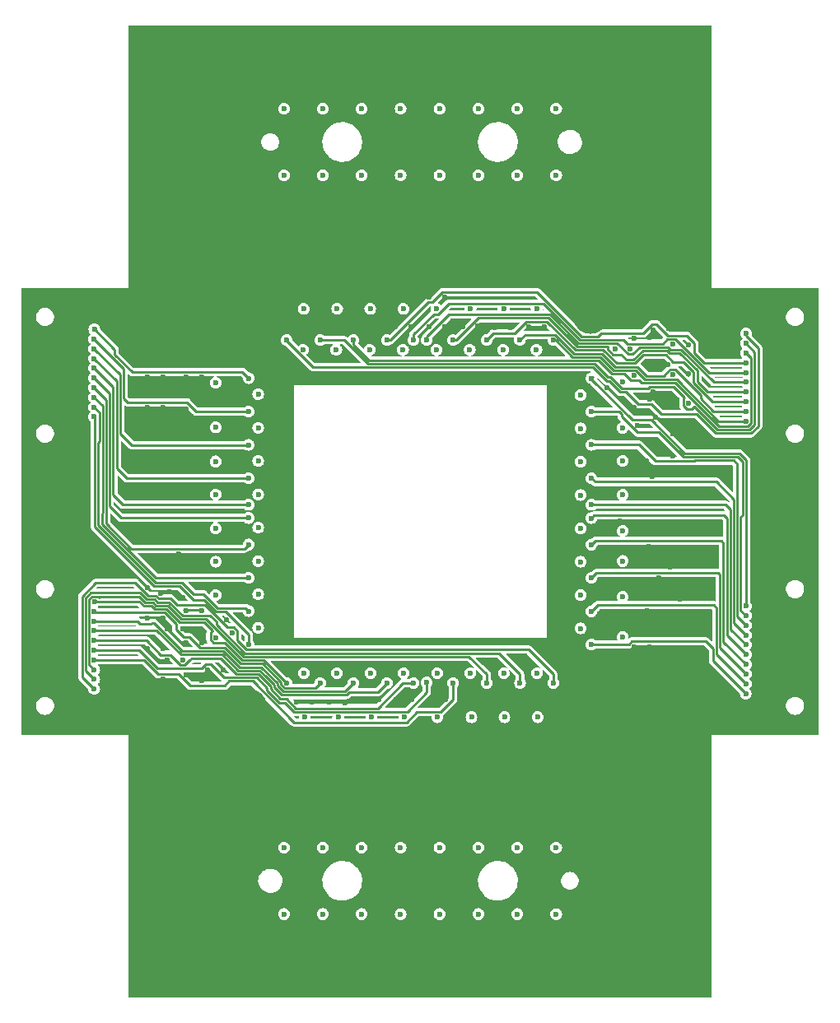
<source format=gbr>
%TF.GenerationSoftware,KiCad,Pcbnew,7.0.2*%
%TF.CreationDate,2023-10-10T18:20:49-06:00*%
%TF.ProjectId,igloo30,69676c6f-6f33-4302-9e6b-696361645f70,rev?*%
%TF.SameCoordinates,Original*%
%TF.FileFunction,Copper,L4,Bot*%
%TF.FilePolarity,Positive*%
%FSLAX46Y46*%
G04 Gerber Fmt 4.6, Leading zero omitted, Abs format (unit mm)*
G04 Created by KiCad (PCBNEW 7.0.2) date 2023-10-10 18:20:49*
%MOMM*%
%LPD*%
G01*
G04 APERTURE LIST*
%TA.AperFunction,ComponentPad*%
%ADD10C,1.500000*%
%TD*%
%TA.AperFunction,ViaPad*%
%ADD11C,0.600000*%
%TD*%
%TA.AperFunction,ViaPad*%
%ADD12C,3.500000*%
%TD*%
%TA.AperFunction,Conductor*%
%ADD13C,0.256000*%
%TD*%
G04 APERTURE END LIST*
D10*
%TO.P,J12,S1,SHIELD*%
%TO.N,GND*%
X36550000Y-21475000D03*
%TO.P,J12,S2,SHIELD*%
X36550000Y-6525000D03*
%TD*%
%TO.P,J11,S1,SHIELD*%
%TO.N,GND*%
X-36550000Y21475000D03*
%TO.P,J11,S2,SHIELD*%
X-36550000Y6525000D03*
%TD*%
%TO.P,J7,S1,SHIELD*%
%TO.N,GND*%
X36550000Y6525000D03*
%TO.P,J7,S2,SHIELD*%
X36550000Y21475000D03*
%TD*%
%TO.P,J9,S1,SHIELD*%
%TO.N,GND*%
X-36550000Y-6525000D03*
%TO.P,J9,S2,SHIELD*%
X-36550000Y-21475000D03*
%TD*%
D11*
%TO.N,Net-(J1-Pin_1)*%
X-21020000Y13240000D03*
X-14000000Y41425000D03*
X-16637000Y12035713D03*
%TO.N,Net-(J1-Pin_2)*%
X-16637000Y8607142D03*
X-21010000Y8640000D03*
X-10000000Y41425000D03*
%TO.N,Net-(J1-Pin_3)*%
X-6000000Y41425000D03*
X-16637000Y5178571D03*
X-21020000Y5140000D03*
%TO.N,Net-(J1-Pin_4)*%
X-16637000Y1750000D03*
X-2000000Y41425000D03*
X-21010000Y1740000D03*
%TO.N,Net-(J1-Pin_5)*%
X-21010000Y-1760000D03*
X-16637000Y-1678571D03*
X-2000000Y-41425000D03*
%TO.N,Net-(J1-Pin_6)*%
X-21020000Y-5170000D03*
X-6000000Y-41425000D03*
X-16637000Y-5107142D03*
%TO.N,Net-(J1-Pin_7)*%
X-16637000Y-8535713D03*
X-21020000Y-8600000D03*
X-10000000Y-41425000D03*
%TO.N,Net-(J1-Pin_8)*%
X-21020000Y-13000000D03*
X-14000000Y-41425000D03*
X-16637000Y-11964284D03*
%TO.N,Net-(J2-Pin_1)*%
X16500000Y-12035710D03*
X14000000Y-41425000D03*
X20830000Y-12900000D03*
%TO.N,Net-(J2-Pin_2)*%
X10000000Y-41425000D03*
X20830000Y-8800000D03*
X16500000Y-8607139D03*
%TO.N,Net-(J2-Pin_3)*%
X6000000Y-41425000D03*
X20830000Y-5100000D03*
X16500000Y-5178568D03*
%TO.N,Net-(J2-Pin_4)*%
X20830000Y-2000000D03*
X16500000Y-1749997D03*
X2000000Y-41425000D03*
%TO.N,Net-(J2-Pin_5)*%
X2000000Y41425000D03*
X20830000Y1700000D03*
X16500000Y1678574D03*
%TO.N,Net-(J2-Pin_6)*%
X20830000Y5200000D03*
X6000000Y41425000D03*
X16500000Y5107145D03*
%TO.N,Net-(J2-Pin_7)*%
X20827500Y8600000D03*
X16500000Y8535716D03*
X10000000Y41425000D03*
%TO.N,Net-(J2-Pin_8)*%
X20827500Y13300000D03*
X14000000Y41425000D03*
X16500000Y11964287D03*
%TO.N,Net-(J5-Pin_1)*%
X-12035713Y16630000D03*
X-14000000Y34575000D03*
X-11970000Y20830000D03*
%TO.N,Net-(J5-Pin_2)*%
X-8607142Y16630000D03*
X-10000000Y34575000D03*
X-8520000Y20830000D03*
%TO.N,Net-(J5-Pin_3)*%
X-5178571Y16630000D03*
X-6000000Y34575000D03*
X-5120000Y20830000D03*
%TO.N,Net-(J5-Pin_4)*%
X-1710000Y20830000D03*
X-2000000Y34575000D03*
X-1750000Y16630000D03*
%TO.N,Net-(J5-Pin_5)*%
X1678571Y16630000D03*
X2000000Y34575000D03*
X1680000Y20830000D03*
%TO.N,Net-(J5-Pin_6)*%
X5190000Y20830000D03*
X6000000Y34575000D03*
X5107142Y16630000D03*
%TO.N,Net-(J5-Pin_7)*%
X8590000Y20830000D03*
X10000000Y34575000D03*
X8535713Y16630000D03*
%TO.N,Net-(J5-Pin_8)*%
X11964284Y16630000D03*
X11980000Y20830000D03*
X14000000Y34575000D03*
%TO.N,GND*%
X28085700Y-28258214D03*
X-26014300Y-12072500D03*
X19220015Y-42106815D03*
X-20526720Y38283710D03*
X4342842Y31887282D03*
X27585700Y26236642D03*
X-26414300Y38977500D03*
X11261891Y-46372500D03*
X-26014300Y9027500D03*
X-22648615Y11093185D03*
X5709326Y46268209D03*
X20027500Y16677335D03*
X-2510000Y22000000D03*
X-25101635Y4283465D03*
X-28014300Y-29782500D03*
X914271Y31706540D03*
X-15781373Y44127500D03*
X-24014300Y-23422500D03*
X7857129Y-27211256D03*
X-18971813Y44851356D03*
X11285700Y-19368545D03*
X-18404825Y40405605D03*
X-22414300Y17077500D03*
X-828584Y-34201071D03*
X25585700Y30186324D03*
X-22414300Y-10172500D03*
X-914300Y28077464D03*
X-13254287Y46627500D03*
X23985700Y31269767D03*
X-26414300Y16962500D03*
X-21235566Y39837603D03*
X-22308553Y-4835383D03*
X-4291471Y-44881041D03*
X22220015Y36261815D03*
X-26014300Y-24872500D03*
X-20950000Y-39780000D03*
X-5422841Y-43749671D03*
X-28014300Y16962500D03*
X914271Y28092450D03*
X25351385Y-8406815D03*
X7749987Y-47972500D03*
X-18032930Y47027500D03*
X-7771442Y33148929D03*
X-21814300Y32344385D03*
X-5857155Y-19400000D03*
X21585700Y-22661471D03*
X-28014300Y23252500D03*
X-9285726Y-19588574D03*
X-24014300Y17077500D03*
X-20186851Y44873578D03*
X9371413Y30073841D03*
X25985700Y7958870D03*
X-5622840Y-33063957D03*
X-23279985Y-40738185D03*
X-28014300Y-23522500D03*
X25708170Y-5720743D03*
X-2514300Y24115829D03*
X26485700Y-28258214D03*
X-7148615Y-47738185D03*
D12*
X17500000Y20000000D03*
D11*
X-24014300Y13802500D03*
X12885700Y-28830708D03*
X25585700Y12135903D03*
X-22423285Y1605115D03*
X-22648615Y-36106815D03*
X-22400000Y-17400000D03*
X-20509298Y11470028D03*
X-19950000Y-38670000D03*
X11199987Y29958420D03*
X25585700Y36203131D03*
X-17279985Y-43738185D03*
X21985700Y23778898D03*
X21675243Y39906586D03*
X23985700Y-8972500D03*
X14773795Y-47972500D03*
X-23850000Y36710000D03*
X914271Y28092450D03*
X-21814300Y29161271D03*
X-18554985Y-38963185D03*
X10231357Y44527500D03*
X-12479985Y-31921102D03*
X12754281Y18986328D03*
X-18393322Y48626973D03*
X914271Y22034271D03*
X-26414300Y26397500D03*
X-21579985Y36093185D03*
X-4342871Y31881209D03*
X21627500Y25961613D03*
X-28014300Y13817500D03*
X20000000Y34550000D03*
X-26014300Y-18472500D03*
X-20214300Y32344385D03*
X-5857155Y-30524020D03*
X20351385Y-43238185D03*
X-26014300Y34316388D03*
X23585700Y-36172500D03*
X-28014300Y26397500D03*
X9371413Y26998756D03*
X23585700Y36827500D03*
X-9371442Y23948313D03*
X-28014300Y35832500D03*
X-24414300Y-28072500D03*
X15131374Y42214125D03*
X-2514300Y30678887D03*
X-12565698Y32011815D03*
X15593371Y44127500D03*
X-2428584Y-19371429D03*
X2514271Y24138306D03*
X-20214300Y29161271D03*
X2514271Y27412342D03*
X-26414300Y-29782500D03*
X25985700Y14106322D03*
X26485700Y-21648690D03*
X-24414300Y9027500D03*
X-20214300Y25978157D03*
X-18250000Y42700000D03*
X-7703718Y44448288D03*
X14773795Y-46372500D03*
X-12790005Y28659622D03*
X-20214300Y-16287271D03*
X8315672Y-46606815D03*
X21985700Y-29815357D03*
X-11114300Y-24978462D03*
X14042273Y48127500D03*
X-21315281Y-43940148D03*
X18684718Y-41404851D03*
X21985700Y-23458214D03*
X20606054Y-949997D03*
X25585700Y-12161388D03*
X-26014300Y21671944D03*
X5932839Y19049202D03*
X-18561370Y-42391370D03*
X25991785Y5702215D03*
X-924303Y19006344D03*
X25985700Y20253774D03*
X999987Y-19382832D03*
X-22414300Y20352500D03*
X21627500Y16698434D03*
X-22414300Y26902500D03*
X7857129Y-19385716D03*
X-4342871Y24528983D03*
X21985700Y-13922500D03*
X-24014300Y23627500D03*
X-19238158Y42322271D03*
X26720015Y-37606815D03*
X12799987Y28447415D03*
X-24014300Y-20110000D03*
X-22414300Y-33360000D03*
X23351385Y-10178244D03*
X-21241204Y42581965D03*
X9457129Y-24202063D03*
X24470015Y-39856815D03*
X-26014300Y18510833D03*
X23585700Y-32993928D03*
X3571820Y44130703D03*
X-11434328Y33143185D03*
X-12231383Y42527500D03*
X23985700Y12290681D03*
X-24414300Y-8872500D03*
X-11180006Y19004088D03*
X28085700Y-34867738D03*
X-21814300Y22795042D03*
X-24414300Y27994166D03*
X-22414300Y-30047500D03*
X2599987Y-31076871D03*
X-15116095Y40627502D03*
X25585700Y-28105833D03*
X-27779985Y39543185D03*
X4428558Y-30658663D03*
X-28014300Y-11002500D03*
X25585700Y-31294722D03*
X-26414300Y-26652500D03*
X21627500Y29049339D03*
X17065162Y48127500D03*
X4342842Y24547199D03*
X-14932414Y47027500D03*
X-21814300Y-25829885D03*
X23854279Y3564709D03*
X20493559Y4320133D03*
X25601385Y-40988185D03*
X-26414300Y-39172500D03*
X25585700Y-21728055D03*
X-26014300Y-28072500D03*
X-26014300Y12188611D03*
X-4257155Y-19400000D03*
X-9750013Y-44372500D03*
X-21579985Y-35938185D03*
X-26414300Y-11002500D03*
X4428558Y-27516256D03*
X20633198Y43211371D03*
X15954330Y42527500D03*
X-22414300Y-20110000D03*
X-22414300Y-23422500D03*
X18154330Y46527500D03*
X-16714300Y-42372500D03*
X27585700Y11122195D03*
X-24014300Y-16797500D03*
X25985700Y23327500D03*
X-26414300Y29542500D03*
X23985700Y-21728055D03*
X12315672Y-42606815D03*
X7725710Y18947757D03*
X-28014300Y7527500D03*
X-19377928Y12601398D03*
X-26014300Y27994166D03*
X-5648534Y43944651D03*
X2599987Y-27781243D03*
X-26414300Y10672500D03*
X12231357Y42527500D03*
X23245552Y5218722D03*
X5398521Y43694664D03*
X14846672Y46527500D03*
X-20448615Y34961815D03*
X12799987Y24648701D03*
X26485700Y-11734404D03*
X-910000Y22000000D03*
X11539014Y46527500D03*
X27585700Y17167974D03*
X-5988574Y18943473D03*
X-17423615Y-37831815D03*
X914271Y24478360D03*
X-20214300Y-19468142D03*
X-16532930Y45027500D03*
X-9330003Y19002044D03*
X25985700Y17180048D03*
X2599987Y-24485615D03*
X22400000Y2000000D03*
X21627500Y32137065D03*
X-25779985Y38043185D03*
X-9285726Y-29117384D03*
X19985700Y-32419742D03*
D12*
X25000000Y-45000000D03*
D11*
X-19214300Y-46372500D03*
X-18629985Y39043185D03*
X9457129Y-30220449D03*
X-24014300Y10527500D03*
X-19648615Y-42106815D03*
X-4257155Y-27418398D03*
X-26414300Y32687500D03*
X27585700Y23213753D03*
X23585700Y17876948D03*
X9137098Y32583241D03*
X-11114300Y-19600000D03*
X-22414300Y33452500D03*
X-24014300Y20352500D03*
X-914300Y24455882D03*
X4310552Y-44864435D03*
X-23698613Y-5488183D03*
X-26414300Y-36042500D03*
X-22414300Y30177500D03*
X19985700Y-19408714D03*
X17553348Y-40273481D03*
X20873438Y39871131D03*
X-12780001Y24743789D03*
X-5857155Y-27418398D03*
X-21879982Y-1406812D03*
X-26014300Y-34472500D03*
X4428558Y-19424287D03*
X4379997Y19002044D03*
X19352525Y-12601395D03*
X18690000Y36270000D03*
X15601385Y-41988185D03*
X-26414300Y20107500D03*
X-15380966Y-46372500D03*
X25585700Y-18539166D03*
X-22148615Y-39606815D03*
X23585700Y33669074D03*
X-22340772Y42719657D03*
X-20214300Y-32191628D03*
X11285700Y-32658213D03*
X15033769Y-40622502D03*
X-12714300Y-19600000D03*
X23985700Y-15350277D03*
X-13732156Y-44372500D03*
X-4257155Y-33629642D03*
X4662873Y-34366756D03*
X-914300Y31699047D03*
X11285700Y-25003204D03*
X-11114300Y-28732624D03*
X19364786Y42217043D03*
X19985700Y-22661471D03*
X-25779985Y-38238185D03*
X21985700Y-17101071D03*
X25585700Y-15350277D03*
X7857129Y-33229642D03*
X23585700Y24193798D03*
X-12780000Y19000000D03*
X23585700Y30510649D03*
X-24414300Y-21672500D03*
X26000000Y32000000D03*
X20027500Y25965832D03*
X-26014300Y31155277D03*
X-3752755Y44311612D03*
X5942842Y27133071D03*
X21627500Y22873886D03*
X26485700Y-31562976D03*
X-11114300Y-32486787D03*
X999987Y-31076871D03*
X25585700Y-37672500D03*
X28085700Y-21648690D03*
X-19779985Y-47738185D03*
X-12770000Y22000000D03*
X17345015Y-37981815D03*
X-24414300Y-18472500D03*
X-21814300Y-19468142D03*
X19658425Y7735716D03*
X21877636Y45066933D03*
X9457129Y-19385716D03*
X-7771442Y30082057D03*
X-21814300Y-22649014D03*
X-15380966Y-47972500D03*
X-16282930Y42527500D03*
X23585700Y14718522D03*
X914271Y24478360D03*
X-7730003Y19002044D03*
X22383401Y8865257D03*
X-4257155Y-30524020D03*
X20027500Y29061998D03*
X6028558Y-19424287D03*
D12*
X-25000000Y45000000D03*
D11*
X-26414300Y35832500D03*
X27585700Y32282421D03*
X21627500Y35224792D03*
X-26414300Y13817500D03*
X25985700Y26401226D03*
X-26414300Y-17262500D03*
X18144775Y39399794D03*
X-26414300Y-32912500D03*
X914271Y31706540D03*
X-11835788Y48627500D03*
X-24014300Y-10172500D03*
X2514271Y27412342D03*
X18285700Y-47972500D03*
X-22414300Y13802500D03*
X-24014300Y-26735000D03*
X22433586Y-4708899D03*
X-24414300Y34316388D03*
X11154281Y18986328D03*
X25600000Y18830000D03*
X11749987Y-43972500D03*
X-5942871Y33388988D03*
X12781464Y46127500D03*
X26485700Y-24953452D03*
X25985700Y29474952D03*
X23985700Y-24916944D03*
X-7771442Y27015185D03*
X-5942871Y27120929D03*
X9325710Y18947757D03*
X-24414300Y37477500D03*
X23985700Y-18539166D03*
X14800000Y-42606815D03*
X-20214300Y-29010757D03*
X11199987Y26922276D03*
X-25461544Y41861625D03*
X17720015Y-46606815D03*
X-7771442Y23948313D03*
X24015141Y42929428D03*
X20027500Y32158164D03*
X17054330Y44527500D03*
X999987Y-27781243D03*
X-28014300Y20107500D03*
X2514271Y24138306D03*
X-21814300Y-32191628D03*
X9749987Y-45972500D03*
X-27779985Y-39738185D03*
X7996494Y48127500D03*
X27585700Y38328200D03*
X-7714300Y-46372500D03*
X-24014300Y33452500D03*
X-20214300Y-25829885D03*
X12885700Y-19368545D03*
X28085700Y-15039166D03*
X25500000Y15100000D03*
X26000000Y35073726D03*
X-24414300Y12188611D03*
X12089026Y44127500D03*
X5942842Y33388985D03*
D12*
X17500000Y-25000000D03*
D11*
X12651385Y-32092528D03*
X-28014300Y-32912500D03*
X-22414300Y-13485000D03*
X-24014300Y-13485000D03*
X-20214300Y-35372500D03*
X19985700Y-29166985D03*
X25585700Y-24916944D03*
X26152647Y40791922D03*
X-22414300Y36727500D03*
X23985700Y-28105833D03*
X-8557019Y48627500D03*
X23985700Y28106586D03*
X8231357Y46527500D03*
X-24414300Y21671944D03*
X23985700Y-31294722D03*
X-24014300Y26902500D03*
X-12183021Y44127500D03*
X-828584Y-19371429D03*
X23985700Y21780224D03*
D12*
X25000000Y45000000D03*
D11*
X-24014300Y-36672500D03*
X-28014300Y29542500D03*
X20389543Y44610457D03*
X7771413Y26998756D03*
X7857129Y-24202063D03*
X-10545670Y45027500D03*
X-26648615Y-8438185D03*
X26485700Y-18343928D03*
X-9184328Y-45738185D03*
X-26414300Y-20392500D03*
X23585700Y-20279643D03*
X22220015Y-42106815D03*
D12*
X-17500000Y-25000000D03*
D11*
X-11190011Y28663710D03*
X-26014300Y-15272500D03*
X-7685726Y-19720026D03*
X21585700Y-19408714D03*
X23585700Y-13922500D03*
X-24414300Y18510833D03*
X-28014300Y32687500D03*
X-25779985Y-8306815D03*
X21585700Y-16155957D03*
X24887723Y38956846D03*
X-28014300Y-17262500D03*
X-20214300Y16428814D03*
X-24414300Y-31272500D03*
X19985700Y-35672500D03*
X21985700Y13992446D03*
X-11180007Y24747877D03*
X21985700Y10730296D03*
X-24829983Y-4356813D03*
X23985700Y24943405D03*
X-4342871Y28205096D03*
X-11831898Y47027500D03*
X-26014300Y-31272500D03*
X22851385Y-40738185D03*
X-2428584Y-30945449D03*
X-23970265Y5414835D03*
X-8731383Y47027500D03*
X-23981948Y-41273481D03*
X23985700Y-12161388D03*
X27585700Y20190863D03*
X-28014300Y10672500D03*
X-24414300Y-37672500D03*
X19740130Y47204439D03*
X19210617Y12764287D03*
X25585700Y33194728D03*
X-24414300Y15349722D03*
X24220015Y9693185D03*
X-24414300Y-12072500D03*
X-11547633Y-46372500D03*
X21985700Y-26636785D03*
X12885700Y-25003204D03*
X-2428584Y-24434205D03*
X23585700Y21035373D03*
D12*
X-17500000Y20000000D03*
D11*
X-26414300Y-23522500D03*
X6028558Y-30658663D03*
X-9051411Y-32492528D03*
X2514271Y30686378D03*
X22220015Y-35606815D03*
X7857129Y-30220449D03*
X-4388574Y18943473D03*
X-13732156Y-45972500D03*
X-12315698Y-42606815D03*
X28085700Y-24953452D03*
X-26414300Y23252500D03*
X5942842Y30261028D03*
X-5942871Y30254958D03*
X23985700Y18617043D03*
X-23510594Y40312575D03*
X-24014300Y30177500D03*
X25585700Y27177921D03*
X-21814300Y16428814D03*
X-20214300Y19611928D03*
X23564956Y-3577529D03*
X-11750013Y-43972500D03*
X17260000Y37930000D03*
X-24494693Y40565736D03*
X11261891Y-47972500D03*
X19985700Y-25914228D03*
X17285700Y-44372500D03*
X25985700Y11032596D03*
X7771413Y30073841D03*
X-15679985Y41993185D03*
X-17148615Y-44606815D03*
X21101385Y-45488185D03*
X21627500Y19786160D03*
X6028558Y-24373849D03*
X-24414300Y-24872500D03*
X-24414300Y24833055D03*
X2514271Y30686378D03*
X-21814300Y-16287271D03*
D12*
X17500000Y25000000D03*
D11*
X-5942871Y23986900D03*
X-28014300Y-26652500D03*
X21985700Y-10743929D03*
X-2514300Y27397358D03*
X-9371442Y27015185D03*
X11285700Y-28830708D03*
X-16463690Y46627500D03*
X21985700Y20516747D03*
X999987Y-24485615D03*
X23585700Y-17101071D03*
X24576800Y-6852113D03*
X20027500Y22869667D03*
X-21869685Y8051515D03*
X18505935Y45338634D03*
X28085700Y-11734404D03*
X-11547633Y-47972500D03*
X-9371442Y33148929D03*
X-24414300Y-34472500D03*
X-28014300Y-20392500D03*
X-9371442Y30082057D03*
X-21968685Y4650515D03*
X26720015Y-8995328D03*
X23985700Y-34483611D03*
X9222814Y-32663957D03*
X21985700Y-20279643D03*
X-24414300Y-15272500D03*
X-26014300Y-21672500D03*
X23585700Y-29815357D03*
X-15114558Y48627500D03*
X-25113318Y-42404851D03*
X18395492Y42349077D03*
D12*
X17500000Y-20000000D03*
D11*
X21985700Y27041048D03*
X6028558Y-27516256D03*
X-21814300Y25978157D03*
X-26414300Y-14132500D03*
X28085700Y-38172500D03*
X9371413Y23923671D03*
X23985700Y15453862D03*
X21400000Y-28347243D03*
X13517843Y-44372500D03*
X10315672Y-44606815D03*
X23585700Y27352224D03*
X17851385Y-45738185D03*
X28085700Y-31562976D03*
X12799987Y32246130D03*
X-12714300Y-28732624D03*
X23985700Y37596130D03*
X21351385Y-36238185D03*
X-20214300Y-22649014D03*
X4428558Y-24373849D03*
X-19872184Y-11164284D03*
X-21579985Y12540715D03*
X25585700Y9127500D03*
X27585700Y35305310D03*
X26485700Y-34867738D03*
X-828584Y-27689827D03*
D12*
X-25000000Y-45000000D03*
D11*
X21720015Y-39606815D03*
X19087172Y39394657D03*
X19886681Y-37940148D03*
X-20824663Y46498506D03*
X-17498615Y37911815D03*
X19985700Y-16155957D03*
X-12714300Y-24978462D03*
X-20214300Y22795042D03*
X-15529985Y-41988185D03*
X-2428584Y-27689827D03*
X21985700Y33565349D03*
X7771413Y33148926D03*
X21645345Y4855775D03*
X22020000Y17790000D03*
X-22400000Y39000000D03*
X20648910Y-7807139D03*
X2504268Y19036315D03*
X-9285726Y-25176555D03*
X15785700Y-43972500D03*
X23585700Y11560097D03*
D12*
X-17500000Y-20000000D03*
D11*
X19970015Y-44356815D03*
X-22446651Y-45071518D03*
X7771413Y23923671D03*
X-7685726Y-25176555D03*
X23585700Y-23458214D03*
X904268Y19036315D03*
X15789867Y46127500D03*
X-28014300Y-14132500D03*
X27585700Y14145085D03*
X28085700Y-18343928D03*
X25985700Y38696130D03*
X9457129Y-27211256D03*
X11019384Y48127500D03*
X-10046148Y46609628D03*
X9773592Y46117452D03*
X-22414300Y-26735000D03*
X4342842Y28217241D03*
X-26648615Y8093185D03*
X-11170000Y22000000D03*
D12*
X-17500000Y25000000D03*
D11*
X-20779985Y-43238185D03*
X-28014300Y-7872500D03*
X-19306499Y-12529969D03*
X28085700Y-8429643D03*
X21400000Y-31600000D03*
X20027500Y19773501D03*
X-828584Y-30945449D03*
X-28014300Y-36042500D03*
X23985700Y34432948D03*
X-4257155Y-24312776D03*
X23351385Y-43238185D03*
X13642843Y44527500D03*
X21018051Y-39071518D03*
X-24414300Y31155277D03*
X13517843Y-45972500D03*
X-21814300Y-29010757D03*
X21585700Y-25914228D03*
X21985700Y30303199D03*
X5441922Y-43733065D03*
X-5857155Y-24312776D03*
X-6071195Y46630052D03*
X26485700Y-15039166D03*
X2514271Y22034271D03*
X14710000Y40450000D03*
X-26014300Y15349722D03*
X23585700Y-26636785D03*
X-24014300Y-30047500D03*
X7561577Y44120460D03*
X-7685726Y-33058213D03*
X-24014300Y-33360000D03*
X2599987Y-19382832D03*
X25585700Y-34483611D03*
X-21814300Y19611928D03*
X-2524303Y19006344D03*
X24220015Y-37106815D03*
X23000000Y42000000D03*
X11306261Y32975928D03*
X11199987Y23886131D03*
X-14962226Y-40622503D03*
X18476385Y-39113185D03*
X-7685726Y-29117384D03*
X-22414300Y23627500D03*
X27585700Y8099306D03*
X25585700Y21161114D03*
X25585700Y24169517D03*
X19918210Y-11235710D03*
X-17430000Y-41260000D03*
X-828584Y-24434205D03*
X21985700Y-32993928D03*
X27585700Y29259531D03*
X22760460Y41084109D03*
X-17714300Y-45972500D03*
X5942842Y24005114D03*
X-26014300Y24833055D03*
%TO.N,Net-(J6-Pin_1)*%
X12035710Y-16637000D03*
X12080000Y-21170000D03*
X14000000Y-34575000D03*
%TO.N,Net-(J6-Pin_2)*%
X8680000Y-21170000D03*
X8607139Y-16637000D03*
X10000000Y-34575000D03*
%TO.N,Net-(J6-Pin_3)*%
X5290000Y-21170000D03*
X6000000Y-34575000D03*
X5178568Y-16637000D03*
%TO.N,Net-(J6-Pin_4)*%
X1749997Y-16637000D03*
X2000000Y-34575000D03*
X1780000Y-21170000D03*
%TO.N,Net-(J6-Pin_5)*%
X-1678574Y-16637000D03*
X-2000000Y-34575000D03*
X-1620000Y-21170000D03*
%TO.N,Net-(J6-Pin_6)*%
X-5107145Y-16637000D03*
X-5020000Y-21170000D03*
X-6000000Y-34575000D03*
%TO.N,Net-(J6-Pin_7)*%
X-8535716Y-16637000D03*
X-8420000Y-21170000D03*
X-10000000Y-34575000D03*
%TO.N,Net-(J6-Pin_8)*%
X-11860000Y-21170000D03*
X-14000000Y-34575000D03*
X-11964287Y-16637000D03*
%TO.N,Net-(J8-Pin_1)*%
X-13700000Y17625000D03*
X33512500Y18287500D03*
%TO.N,Net-(J8-Pin_2)*%
X-10270000Y17625000D03*
X33512500Y17287500D03*
%TO.N,Net-(J8-Pin_3)*%
X33512500Y16287500D03*
X-6840000Y17625000D03*
%TO.N,Net-(J8-Pin_4)*%
X33512500Y15287500D03*
X-3410000Y17625000D03*
%TO.N,Net-(J8-Pin_5)*%
X-680000Y17625000D03*
X33512500Y14287500D03*
%TO.N,Net-(J8-Pin_6)*%
X33512500Y13287500D03*
X680000Y17625000D03*
%TO.N,Net-(J8-Pin_7)*%
X33512500Y12287500D03*
X3410000Y17625000D03*
%TO.N,Net-(J8-Pin_8)*%
X33512500Y11287500D03*
X6840000Y17625000D03*
%TO.N,Net-(J8-Pin_9)*%
X33512500Y10287500D03*
X10270000Y17625000D03*
%TO.N,Net-(J8-Pin_10)*%
X13700000Y17625000D03*
X33500000Y9275000D03*
%TO.N,Net-(J10-Pin_1)*%
X-33500000Y-18275000D03*
X13700000Y-17650000D03*
%TO.N,Net-(J10-Pin_2)*%
X-33500000Y-17275000D03*
X10280000Y-17650000D03*
%TO.N,Net-(J10-Pin_3)*%
X6850000Y-17650000D03*
X-33500000Y-16275000D03*
%TO.N,Net-(J10-Pin_4)*%
X3400000Y-17650000D03*
X-33500000Y-15275000D03*
%TO.N,Net-(J10-Pin_5)*%
X-33500000Y-14275000D03*
X690000Y-17600000D03*
%TO.N,Net-(J10-Pin_6)*%
X-670000Y-17650000D03*
X-33500000Y-13275000D03*
%TO.N,Net-(J10-Pin_7)*%
X-33500000Y-12275000D03*
X-3410000Y-17650000D03*
%TO.N,Net-(J10-Pin_8)*%
X-6840000Y-17650000D03*
X-33500000Y-11275000D03*
%TO.N,Net-(J10-Pin_9)*%
X-10270000Y-17650000D03*
X-33500000Y-10275000D03*
%TO.N,Net-(J10-Pin_10)*%
X-33487500Y-9262500D03*
X-13700000Y-17650000D03*
%TO.N,Net-(J13-Pin_1)*%
X-33500000Y9725000D03*
X-17625000Y-13700000D03*
%TO.N,Net-(J13-Pin_2)*%
X-33500000Y10725000D03*
X-17625000Y-10260000D03*
%TO.N,Net-(J13-Pin_3)*%
X-17625000Y-6850000D03*
X-33500000Y11725000D03*
%TO.N,Net-(J13-Pin_4)*%
X-33500000Y12725000D03*
X-17625000Y-3410000D03*
%TO.N,Net-(J13-Pin_5)*%
X-33500000Y13725000D03*
X-17625000Y-680000D03*
%TO.N,Net-(J13-Pin_6)*%
X-17625000Y680000D03*
X-33500000Y14725000D03*
%TO.N,Net-(J13-Pin_7)*%
X-17625000Y3410000D03*
X-33500000Y15725000D03*
%TO.N,Net-(J13-Pin_8)*%
X-17625000Y6840000D03*
X-33500000Y16725000D03*
%TO.N,Net-(J13-Pin_9)*%
X-33500000Y17725000D03*
X-17625000Y10270000D03*
%TO.N,Net-(J13-Pin_10)*%
X-33487500Y18737500D03*
X-17625000Y13700000D03*
%TO.N,Net-(J14-Pin_1)*%
X33500000Y-9725000D03*
X17630000Y13700000D03*
%TO.N,Net-(J14-Pin_2)*%
X33500000Y-10725000D03*
X17630000Y10275000D03*
%TO.N,Net-(J14-Pin_3)*%
X33500000Y-11725000D03*
X17630000Y6850000D03*
%TO.N,Net-(J14-Pin_4)*%
X17630000Y3410000D03*
X33500000Y-12725000D03*
%TO.N,Net-(J14-Pin_5)*%
X33500000Y-13725000D03*
X17630000Y680000D03*
%TO.N,Net-(J14-Pin_6)*%
X33500000Y-14725000D03*
X17630000Y-690000D03*
%TO.N,Net-(J14-Pin_7)*%
X17630000Y-3410000D03*
X33500000Y-15725000D03*
%TO.N,Net-(J14-Pin_8)*%
X33500000Y-16725000D03*
X17630000Y-6840000D03*
%TO.N,Net-(J14-Pin_9)*%
X17630000Y-10270000D03*
X33500000Y-17725000D03*
%TO.N,Net-(J14-Pin_10)*%
X17630000Y-13700000D03*
X33487500Y-18737500D03*
%TD*%
D13*
%TO.N,Net-(J8-Pin_1)*%
X30412680Y8035000D02*
X28408840Y10038840D01*
X33512500Y18034205D02*
X34752500Y16794205D01*
X19460000Y13417335D02*
X19207205Y13417335D01*
X23804405Y11032097D02*
X22431903Y11032097D01*
X24797662Y10038840D02*
X23804405Y11032097D01*
X-10970418Y14818000D02*
X-13700000Y17547582D01*
X34752500Y8773875D02*
X34013625Y8035000D01*
X-13700000Y17547582D02*
X-13700000Y17625000D01*
X19207205Y13417335D02*
X17806540Y14818000D01*
X34013625Y8035000D02*
X30412680Y8035000D01*
X17806540Y14818000D02*
X-10970418Y14818000D01*
X21160000Y12304000D02*
X20573335Y12304000D01*
X28408840Y10038840D02*
X24797662Y10038840D01*
X22431903Y11032097D02*
X21160000Y12304000D01*
X33512500Y18287500D02*
X33512500Y18034205D01*
X20573335Y12304000D02*
X19460000Y13417335D01*
X34752500Y16794205D02*
X34752500Y8773875D01*
%TO.N,Net-(J8-Pin_2)*%
X20720795Y12660000D02*
X23420000Y12660000D01*
X17954000Y15174000D02*
X19319554Y13808446D01*
X27425620Y10535570D02*
X27915570Y10535570D01*
X-5367460Y15174000D02*
X17954000Y15174000D01*
X33866165Y8391000D02*
X34396500Y8921335D01*
X28165570Y10785570D02*
X30560140Y8391000D01*
X34396500Y8921335D02*
X34396500Y16403500D01*
X23605570Y12845570D02*
X26105570Y12845570D01*
X26105570Y12845570D02*
X27210570Y11740570D01*
X27057700Y10903490D02*
X27425620Y10535570D01*
X27057700Y11587700D02*
X27057700Y10903490D01*
X19319554Y13808446D02*
X19572349Y13808446D01*
X-7818460Y17625000D02*
X-5367460Y15174000D01*
X27210570Y11740570D02*
X27057700Y11587700D01*
X-10270000Y17625000D02*
X-7818460Y17625000D01*
X19572349Y13808446D02*
X20720795Y12660000D01*
X30560140Y8391000D02*
X33866165Y8391000D01*
X27915570Y10535570D02*
X28165570Y10785570D01*
X23420000Y12660000D02*
X23605570Y12845570D01*
X34396500Y16403500D02*
X33512500Y17287500D01*
%TO.N,Net-(J8-Pin_3)*%
X19747620Y14164446D02*
X20970000Y14164446D01*
X30707600Y8747000D02*
X33718705Y8747000D01*
X20970000Y14164446D02*
X21670000Y13464446D01*
X33718705Y8747000D02*
X34040500Y9068795D01*
X26232278Y13222322D02*
X30707600Y8747000D01*
X-6840000Y17150000D02*
X-5220000Y15530000D01*
X34040500Y15759500D02*
X33512500Y16287500D01*
X22494445Y13464446D02*
X22736569Y13222322D01*
X-6840000Y17625000D02*
X-6840000Y17150000D01*
X21670000Y13464446D02*
X22494445Y13464446D01*
X22736569Y13222322D02*
X26232278Y13222322D01*
X18382066Y15530000D02*
X19747620Y14164446D01*
X34040500Y9068795D02*
X34040500Y15759500D01*
X-5220000Y15530000D02*
X18382066Y15530000D01*
%TO.N,Net-(J8-Pin_4)*%
X24298547Y19245501D02*
X25480000Y18064048D01*
X2295566Y22562271D02*
X12026734Y22562271D01*
X1239566Y21506271D02*
X2295566Y22562271D01*
X16567005Y18022000D02*
X18319315Y18022000D01*
X18319315Y18022000D02*
X18615315Y18318000D01*
X-3410000Y17625000D02*
X-3055000Y17625000D01*
X28200665Y16290665D02*
X29203830Y15287500D01*
X12026734Y22562271D02*
X16567005Y18022000D01*
X23867453Y19245501D02*
X24298547Y19245501D01*
X22939952Y18318000D02*
X23867453Y19245501D01*
X-3055000Y17625000D02*
X826271Y21506271D01*
X25480000Y18064048D02*
X27436331Y18064048D01*
X27436331Y18064048D02*
X28200665Y17299714D01*
X826271Y21506271D02*
X1239566Y21506271D01*
X29203830Y15287500D02*
X33512500Y15287500D01*
X28200665Y17299714D02*
X28200665Y16290665D01*
X18615315Y18318000D02*
X22939952Y18318000D01*
%TO.N,Net-(J8-Pin_5)*%
X1402000Y20302000D02*
X1898705Y20302000D01*
X24940000Y17256000D02*
X25392048Y17708048D01*
X26279822Y17708048D02*
X29700370Y14287500D01*
X2954705Y21358000D02*
X12727545Y21358000D01*
X-680000Y17625000D02*
X-680000Y18220000D01*
X29700370Y14287500D02*
X33512500Y14287500D01*
X16419545Y17666000D02*
X18300000Y17666000D01*
X18300000Y17666000D02*
X20950000Y17666000D01*
X20950000Y17666000D02*
X21360000Y17256000D01*
X18300000Y17666000D02*
X19950000Y17666000D01*
X12727545Y21358000D02*
X16419545Y17666000D01*
X1898705Y20302000D02*
X2954705Y21358000D01*
X25392048Y17708048D02*
X26279822Y17708048D01*
X-680000Y18220000D02*
X1402000Y20302000D01*
X21360000Y17256000D02*
X24940000Y17256000D01*
%TO.N,Net-(J8-Pin_6)*%
X13340085Y20242000D02*
X14191043Y19391042D01*
X21846205Y16170434D02*
X22575770Y16900000D01*
X20269229Y17310000D02*
X21408795Y16170434D01*
X8050000Y20242000D02*
X13340085Y20242000D01*
X25519043Y16900000D02*
X25766995Y16652048D01*
X21408795Y16170434D02*
X21846205Y16170434D01*
X680000Y17958752D02*
X2963248Y20242000D01*
X30196910Y13287500D02*
X33512500Y13287500D01*
X2963248Y20242000D02*
X8050000Y20242000D01*
X26832362Y16652048D02*
X30196910Y13287500D01*
X680000Y17625000D02*
X680000Y17958752D01*
X16272085Y17310000D02*
X20269229Y17310000D01*
X22575770Y16900000D02*
X25519043Y16900000D01*
X15322000Y18260085D02*
X16272085Y17310000D01*
X25766995Y16652048D02*
X26832362Y16652048D01*
X14191043Y19391042D02*
X15322000Y18260085D01*
%TO.N,Net-(J8-Pin_7)*%
X25619535Y16296048D02*
X26684902Y16296048D01*
X19260000Y16954000D02*
X19260000Y16698130D01*
X25371583Y16544000D02*
X25619535Y16296048D01*
X3410000Y17625000D02*
X3749658Y17625000D01*
X29558146Y12287500D02*
X33512500Y12287500D01*
X20650665Y16149335D02*
X21211554Y15588446D01*
X28492093Y13353553D02*
X29558146Y12287500D01*
X13192625Y19886000D02*
X16124625Y16954000D01*
X16124625Y16954000D02*
X19260000Y16954000D01*
X26684902Y16296048D02*
X28492093Y14488857D01*
X28492093Y14488857D02*
X28492093Y13353553D01*
X21952540Y15588446D02*
X22908094Y16544000D01*
X6010658Y19886000D02*
X13192625Y19886000D01*
X19808795Y16149335D02*
X20650665Y16149335D01*
X3749658Y17625000D02*
X6010658Y19886000D01*
X22908094Y16544000D02*
X25371583Y16544000D01*
X19260000Y16698130D02*
X19808795Y16149335D01*
X21211554Y15588446D02*
X21952540Y15588446D01*
%TO.N,Net-(J8-Pin_8)*%
X18824446Y16598000D02*
X20190000Y15232446D01*
X15977165Y16598000D02*
X18824446Y16598000D01*
X28136093Y13206093D02*
X30054686Y11287500D01*
X22100000Y15232446D02*
X22967554Y16100000D01*
X9731248Y18310000D02*
X10951248Y19530000D01*
X25298000Y16100000D02*
X26028000Y15370000D01*
X20190000Y15232446D02*
X22100000Y15232446D01*
X6840000Y17625000D02*
X7525000Y18310000D01*
X26028000Y15370000D02*
X27107490Y15370000D01*
X28136093Y14341397D02*
X28136093Y13206093D01*
X13045165Y19530000D02*
X15977165Y16598000D01*
X10951248Y19530000D02*
X13045165Y19530000D01*
X27107490Y15370000D02*
X28136093Y14341397D01*
X30054686Y11287500D02*
X33512500Y11287500D01*
X7525000Y18310000D02*
X9731248Y18310000D01*
X22967554Y16100000D02*
X25298000Y16100000D01*
%TO.N,Net-(J8-Pin_9)*%
X26204405Y14634322D02*
X28845760Y11992967D01*
X25180000Y14054322D02*
X25760000Y14634322D01*
X25180000Y13934322D02*
X25180000Y14054322D01*
X13918705Y18153000D02*
X15829705Y16242000D01*
X20042540Y14876446D02*
X22351865Y14876446D01*
X15829705Y16242000D02*
X18676986Y16242000D01*
X10270000Y17625000D02*
X10798000Y18153000D01*
X28845760Y11992967D02*
X28845760Y11615760D01*
X10798000Y18153000D02*
X13918705Y18153000D01*
X23293989Y13934322D02*
X25180000Y13934322D01*
X28845760Y11615760D02*
X30174020Y10287500D01*
X18676986Y16242000D02*
X20042540Y14876446D01*
X25760000Y14634322D02*
X26204405Y14634322D01*
X30174020Y10287500D02*
X33512500Y10287500D01*
X22351865Y14876446D02*
X23293989Y13934322D01*
%TO.N,Net-(J8-Pin_10)*%
X13700000Y17625000D02*
X13943245Y17625000D01*
X26379738Y13578322D02*
X30683060Y9275000D01*
X15682245Y15886000D02*
X18529526Y15886000D01*
X18529526Y15886000D02*
X19895080Y14520446D01*
X13943245Y17625000D02*
X15682245Y15886000D01*
X22204405Y14520446D02*
X23146529Y13578322D01*
X19895080Y14520446D02*
X22204405Y14520446D01*
X23146529Y13578322D02*
X26379738Y13578322D01*
X30683060Y9275000D02*
X33500000Y9275000D01*
%TO.N,Net-(J10-Pin_1)*%
X-24980315Y-9644500D02*
X-22138673Y-9644500D01*
X13700000Y-16754585D02*
X11175415Y-14230000D01*
X-19834499Y-11948674D02*
X-19141089Y-11948674D01*
X-34740000Y-8761375D02*
X-33328625Y-7350000D01*
X-22138673Y-9644500D02*
X-19834499Y-11948674D01*
X-19141089Y-11948674D02*
X-18778499Y-12311264D01*
X-27953505Y-8680000D02*
X-27153505Y-8680000D01*
X-18778499Y-13293206D02*
X-17841705Y-14230000D01*
X-25654816Y-8970000D02*
X-24980315Y-9644500D01*
X13700000Y-17650000D02*
X13700000Y-16754585D01*
X-18778499Y-12311264D02*
X-18778499Y-13293206D01*
X-27153505Y-8680000D02*
X-26863505Y-8970000D01*
X-17841705Y-14230000D02*
X-16680000Y-14230000D01*
X-33500000Y-18275000D02*
X-34740000Y-17035000D01*
X-29283505Y-7350000D02*
X-27953505Y-8680000D01*
X-34740000Y-17035000D02*
X-34740000Y-8761375D01*
X11175415Y-14230000D02*
X-16680000Y-14230000D01*
X-33328625Y-7350000D02*
X-29283505Y-7350000D01*
X-26863505Y-8970000D02*
X-25654816Y-8970000D01*
%TO.N,Net-(J10-Pin_2)*%
X-21586133Y-10700500D02*
X-20948316Y-11338317D01*
X-27010965Y-9326000D02*
X-25802276Y-9326000D01*
X10280000Y-16763156D02*
X10280000Y-17650000D01*
X-34384000Y-16391000D02*
X-34384000Y-8908835D01*
X-28758465Y-8378500D02*
X-28100965Y-9036000D01*
X-17997173Y-14586000D02*
X8102844Y-14586000D01*
X-20948316Y-11634857D02*
X-17997173Y-14586000D01*
X-33500000Y-17275000D02*
X-34384000Y-16391000D01*
X-27300965Y-9036000D02*
X-27010965Y-9326000D01*
X-24427776Y-10700500D02*
X-21586133Y-10700500D01*
X-25802276Y-9326000D02*
X-24427776Y-10700500D01*
X-33853665Y-8378500D02*
X-28758465Y-8378500D01*
X-20948316Y-11338317D02*
X-20948316Y-11634857D01*
X-34384000Y-8908835D02*
X-33853665Y-8378500D01*
X-28100965Y-9036000D02*
X-27300965Y-9036000D01*
X8102844Y-14586000D02*
X10280000Y-16763156D01*
%TO.N,Net-(J10-Pin_3)*%
X-33180000Y-8734500D02*
X-28905925Y-8734500D01*
X-18144633Y-14942000D02*
X-16385080Y-14942000D01*
X-33180000Y-8734500D02*
X-33035500Y-8734500D01*
X-25949736Y-9682000D02*
X-24575236Y-11056500D01*
X-33706205Y-8734500D02*
X-33180000Y-8734500D01*
X-33035500Y-8734500D02*
X-32940000Y-8830000D01*
X-34015500Y-9380000D02*
X-34015500Y-9043795D01*
X-28248425Y-9392000D02*
X-27448425Y-9392000D01*
X-27448425Y-9392000D02*
X-27158425Y-9682000D01*
X-24575236Y-11056500D02*
X-22030133Y-11056500D01*
X-34015500Y-9043795D02*
X-33706205Y-8734500D01*
X-16385080Y-14942000D02*
X5030273Y-14942000D01*
X-22030133Y-11056500D02*
X-18144633Y-14942000D01*
X5030273Y-14942000D02*
X6850000Y-16761727D01*
X-28905925Y-8734500D02*
X-28248425Y-9392000D01*
X6850000Y-16761727D02*
X6850000Y-17650000D01*
X-27158425Y-9682000D02*
X-25949736Y-9682000D01*
X-33500000Y-16275000D02*
X-34028000Y-15747000D01*
X-34028000Y-15747000D02*
X-34028000Y-9392500D01*
X-34028000Y-9392500D02*
X-34015500Y-9380000D01*
%TO.N,Net-(J10-Pin_4)*%
X-20085540Y-17928000D02*
X-19610000Y-17452460D01*
X-28395000Y-15275000D02*
X-26935500Y-16734500D01*
X-17187540Y-17452460D02*
X-12942000Y-21698000D01*
X-1401295Y-21698000D02*
X-345295Y-20642000D01*
X-345295Y-20642000D02*
X2087524Y-20642000D01*
X-19610000Y-17452460D02*
X-17187540Y-17452460D01*
X3400000Y-19329524D02*
X3400000Y-17650000D01*
X-12942000Y-21698000D02*
X-1401295Y-21698000D01*
X-33500000Y-15275000D02*
X-28395000Y-15275000D01*
X-26935500Y-16734500D02*
X-24824005Y-16734500D01*
X-24824005Y-16734500D02*
X-23630505Y-17928000D01*
X-23630505Y-17928000D02*
X-20085540Y-17928000D01*
X2087524Y-20642000D02*
X3400000Y-19329524D01*
%TO.N,Net-(J10-Pin_5)*%
X-28875000Y-14275000D02*
X-26993500Y-16156500D01*
X690000Y-18599550D02*
X690000Y-17600000D01*
X-15720730Y-18389815D02*
X-14453540Y-19657005D01*
X-26993500Y-16156500D02*
X-22446500Y-16156500D01*
X-21538276Y-15710000D02*
X-20151816Y-17096460D01*
X-20151816Y-17096460D02*
X-16770840Y-17096460D01*
X-22446500Y-16156500D02*
X-22000000Y-15710000D01*
X-14453540Y-19657005D02*
X-13907460Y-19657005D01*
X-12960439Y-20604026D02*
X-1314476Y-20604026D01*
X-13907460Y-19657005D02*
X-12960439Y-20604026D01*
X-16770840Y-17096460D02*
X-15720730Y-18146570D01*
X-33500000Y-14275000D02*
X-28875000Y-14275000D01*
X-22000000Y-15710000D02*
X-21538276Y-15710000D01*
X-15720730Y-18146570D02*
X-15720730Y-18389815D01*
X-1314476Y-20604026D02*
X690000Y-18599550D01*
%TO.N,Net-(J10-Pin_6)*%
X-20509158Y-15094776D02*
X-23490000Y-15094776D01*
X-13760000Y-19301005D02*
X-13760000Y-19246000D01*
X-16623380Y-16740460D02*
X-18863474Y-16740460D01*
X-670000Y-17650000D02*
X-1760450Y-17650000D01*
X-24195724Y-15800500D02*
X-24022612Y-15627388D01*
X-14361085Y-19246000D02*
X-15364730Y-18242355D01*
X-24195724Y-15800500D02*
X-23710000Y-15314776D01*
X-24633005Y-15800500D02*
X-24195724Y-15800500D01*
X-13760000Y-19246000D02*
X-14361085Y-19246000D01*
X-12812979Y-20248026D02*
X-13760000Y-19301005D01*
X-15364730Y-18242355D02*
X-15364730Y-17999110D01*
X-28125095Y-13275000D02*
X-26655595Y-14744500D01*
X-18863474Y-16740460D02*
X-20509158Y-15094776D01*
X-15364730Y-17999110D02*
X-16623380Y-16740460D01*
X-25689005Y-14744500D02*
X-24633005Y-15800500D01*
X-23490000Y-15094776D02*
X-23710000Y-15314776D01*
X-4358476Y-20248026D02*
X-12812979Y-20248026D01*
X-1760450Y-17650000D02*
X-4358476Y-20248026D01*
X-26655595Y-14744500D02*
X-25689005Y-14744500D01*
X-33500000Y-13275000D02*
X-29255000Y-13275000D01*
X-29255000Y-13275000D02*
X-28125095Y-13275000D01*
%TO.N,Net-(J10-Pin_7)*%
X-18716014Y-16384460D02*
X-16475540Y-16384460D01*
X-4320000Y-18560000D02*
X-3410000Y-17650000D01*
X-27061965Y-12275000D02*
X-24598189Y-14738776D01*
X-7576540Y-18890000D02*
X-7246540Y-18560000D01*
X-15008730Y-18094895D02*
X-14213625Y-18890000D01*
X-24598189Y-14738776D02*
X-20361697Y-14738776D01*
X-16475540Y-16384460D02*
X-15960190Y-16899810D01*
X-15960190Y-16899810D02*
X-15960190Y-16900190D01*
X-33500000Y-12275000D02*
X-27061965Y-12275000D01*
X-15008730Y-17851650D02*
X-15008730Y-18094895D01*
X-14213625Y-18890000D02*
X-7576540Y-18890000D01*
X-7246540Y-18560000D02*
X-4320000Y-18560000D01*
X-15960190Y-16900190D02*
X-15008730Y-17851650D01*
X-20361697Y-14738776D02*
X-18716014Y-16384460D01*
%TO.N,Net-(J10-Pin_8)*%
X-16328460Y-16028460D02*
X-18568554Y-16028460D01*
X-24450729Y-14382776D02*
X-27323505Y-11510000D01*
X-18568554Y-16028460D02*
X-20214237Y-14382776D01*
X-29085000Y-11275000D02*
X-28829500Y-11530500D01*
X-20214237Y-14382776D02*
X-24450729Y-14382776D01*
X-6840000Y-17650000D02*
X-7724000Y-18534000D01*
X-28829500Y-11530500D02*
X-27610500Y-11530500D01*
X-14652730Y-17947435D02*
X-14652730Y-17704190D01*
X-14066165Y-18534000D02*
X-14652730Y-17947435D01*
X-27610500Y-11530500D02*
X-27590000Y-11510000D01*
X-14652730Y-17704190D02*
X-16328460Y-16028460D01*
X-33500000Y-11275000D02*
X-29085000Y-11275000D01*
X-27323505Y-11510000D02*
X-27590000Y-11510000D01*
X-7724000Y-18534000D02*
X-14066165Y-18534000D01*
%TO.N,Net-(J10-Pin_9)*%
X-16186730Y-15666730D02*
X-14296730Y-17556730D01*
X-25094328Y-12139177D02*
X-24276505Y-12957000D01*
X-14296730Y-17556730D02*
X-14296730Y-17799975D01*
X-26244656Y-10394000D02*
X-25094328Y-11544328D01*
X-33381000Y-10394000D02*
X-26244656Y-10394000D01*
X-22619229Y-14026776D02*
X-20066777Y-14026776D01*
X-18426824Y-15666730D02*
X-16186730Y-15666730D01*
X-33500000Y-10275000D02*
X-33381000Y-10394000D01*
X-10798000Y-18178000D02*
X-10270000Y-17650000D01*
X-20066777Y-14026776D02*
X-18426824Y-15666730D01*
X-23689005Y-12957000D02*
X-22619229Y-14026776D01*
X-13918705Y-18178000D02*
X-10798000Y-18178000D01*
X-25094328Y-11544328D02*
X-25094328Y-12139177D01*
X-24276505Y-12957000D02*
X-23689005Y-12957000D01*
X-14296730Y-17799975D02*
X-13918705Y-18178000D01*
%TO.N,Net-(J10-Pin_10)*%
X-13700000Y-17650000D02*
X-16052000Y-15298000D01*
X-16052000Y-15298000D02*
X-18292094Y-15298000D01*
X-22177593Y-11412500D02*
X-24722696Y-11412500D01*
X-21305046Y-12285047D02*
X-22177593Y-11412500D01*
X-26097196Y-10038000D02*
X-27305885Y-10038000D01*
X-24722696Y-11412500D02*
X-26097196Y-10038000D01*
X-20062094Y-13528000D02*
X-21238705Y-13528000D01*
X-18292094Y-15298000D02*
X-20062094Y-13528000D01*
X-30737500Y-9262500D02*
X-33487500Y-9262500D01*
X-28395885Y-9748000D02*
X-28853885Y-9290000D01*
X-30710000Y-9290000D02*
X-30737500Y-9262500D01*
X-21238705Y-13528000D02*
X-21548000Y-13218705D01*
X-21548000Y-12528001D02*
X-21305046Y-12285047D01*
X-27305885Y-10038000D02*
X-27595885Y-9748000D01*
X-27595885Y-9748000D02*
X-28395885Y-9748000D01*
X-28853885Y-9290000D02*
X-30710000Y-9290000D01*
X-21548000Y-13218705D02*
X-21548000Y-12528001D01*
%TO.N,Net-(J13-Pin_1)*%
X-23310000Y-9130000D02*
X-24730000Y-7710000D01*
X-17625000Y-13700000D02*
X-17625000Y-12664763D01*
X-20974857Y-10304856D02*
X-22149713Y-9130000D01*
X-17625000Y-12664763D02*
X-19984907Y-10304856D01*
X-19984907Y-10304856D02*
X-20974857Y-10304856D01*
X-33430000Y-1590000D02*
X-33430000Y9655000D01*
X-27310000Y-7710000D02*
X-33430000Y-1590000D01*
X-24730000Y-7710000D02*
X-27310000Y-7710000D01*
X-22149713Y-9130000D02*
X-23310000Y-9130000D01*
X-33430000Y9655000D02*
X-33500000Y9725000D01*
%TO.N,Net-(J13-Pin_2)*%
X-32972000Y7192000D02*
X-33074000Y7090000D01*
X-20827397Y-9948856D02*
X-17936144Y-9948856D01*
X-23250000Y-8540000D02*
X-22236253Y-8540000D01*
X-22236253Y-8540000D02*
X-20827397Y-9948856D01*
X-32972000Y10197000D02*
X-32972000Y7192000D01*
X-24460000Y-7330000D02*
X-23250000Y-8540000D01*
X-17936144Y-9948856D02*
X-17625000Y-10260000D01*
X-33074000Y7090000D02*
X-33074000Y-1442540D01*
X-33500000Y10725000D02*
X-32972000Y10197000D01*
X-27186540Y-7330000D02*
X-24460000Y-7330000D01*
X-33074000Y-1442540D02*
X-27186540Y-7330000D01*
%TO.N,Net-(J13-Pin_3)*%
X-27163080Y-6850000D02*
X-32718000Y-1295080D01*
X-32718000Y-240000D02*
X-32616000Y-138000D01*
X-32616000Y10841000D02*
X-33500000Y11725000D01*
X-32616000Y-138000D02*
X-32616000Y10841000D01*
X-32718000Y-1295080D02*
X-32718000Y-240000D01*
X-17625000Y-6850000D02*
X-27163080Y-6850000D01*
%TO.N,Net-(J13-Pin_4)*%
X-29680807Y-3828813D02*
X-18043813Y-3828813D01*
X-18043813Y-3828813D02*
X-17625000Y-3410000D01*
X-32260000Y11485000D02*
X-32260000Y-1249620D01*
X-32260000Y-1249620D02*
X-29680807Y-3828813D01*
X-33500000Y12725000D02*
X-32260000Y11485000D01*
%TO.N,Net-(J13-Pin_5)*%
X-30700000Y-680000D02*
X-31904000Y524000D01*
X-17625000Y-680000D02*
X-30700000Y-680000D01*
X-31904000Y524000D02*
X-31904000Y12129000D01*
X-31904000Y12129000D02*
X-33500000Y13725000D01*
%TO.N,Net-(J13-Pin_6)*%
X-30538000Y680000D02*
X-17625000Y680000D01*
X-31548000Y1690000D02*
X-30538000Y680000D01*
X-33500000Y14725000D02*
X-31548000Y12773000D01*
X-31548000Y12773000D02*
X-31548000Y1690000D01*
%TO.N,Net-(J13-Pin_7)*%
X-17625000Y3410000D02*
X-30160000Y3410000D01*
X-31192000Y13417000D02*
X-33500000Y15725000D01*
X-31192000Y4442000D02*
X-31192000Y13417000D01*
X-30160000Y3410000D02*
X-31192000Y4442000D01*
%TO.N,Net-(J13-Pin_8)*%
X-30836000Y14061000D02*
X-33500000Y16725000D01*
X-17625000Y6840000D02*
X-29670000Y6840000D01*
X-30836000Y8006000D02*
X-30836000Y14061000D01*
X-29670000Y6840000D02*
X-30836000Y8006000D01*
%TO.N,Net-(J13-Pin_9)*%
X-30480000Y11650000D02*
X-30030000Y11200000D01*
X-23940095Y11200000D02*
X-23010095Y10270000D01*
X-30480000Y14705000D02*
X-30480000Y11650000D01*
X-23010095Y10270000D02*
X-17625000Y10270000D01*
X-33500000Y17725000D02*
X-30480000Y14705000D01*
X-30030000Y11200000D02*
X-23940095Y11200000D01*
%TO.N,Net-(J13-Pin_10)*%
X-31400000Y16150000D02*
X-31400000Y16650000D01*
X-31400000Y16650000D02*
X-33487500Y18737500D01*
X-18270500Y14345500D02*
X-29595500Y14345500D01*
X-17625000Y13700000D02*
X-18270500Y14345500D01*
X-29595500Y14345500D02*
X-31400000Y16150000D01*
%TO.N,Net-(J14-Pin_1)*%
X17630000Y13598199D02*
X21834942Y9393257D01*
X27211895Y5954600D02*
X32825400Y5954600D01*
X23773238Y9393257D02*
X27211895Y5954600D01*
X17630000Y13700000D02*
X17630000Y13598199D01*
X33500000Y5280000D02*
X33500000Y-9725000D01*
X32825400Y5954600D02*
X33500000Y5280000D01*
X17630000Y13700000D02*
X17758000Y13828000D01*
X21834942Y9393257D02*
X23773238Y9393257D01*
%TO.N,Net-(J14-Pin_2)*%
X20449739Y10275000D02*
X20732370Y9992369D01*
X17630000Y10275000D02*
X20449739Y10275000D01*
X20732370Y9769583D02*
X22385436Y8116517D01*
X24546518Y8116517D02*
X27064435Y5598600D01*
X32677940Y5598600D02*
X33144000Y5132540D01*
X32972000Y-10197000D02*
X33500000Y-10725000D01*
X20732370Y9992369D02*
X20732370Y9769583D01*
X33144000Y5132540D02*
X33144000Y-410000D01*
X22385436Y8116517D02*
X24546518Y8116517D01*
X32972000Y-582000D02*
X32972000Y-10197000D01*
X27064435Y5598600D02*
X32677940Y5598600D01*
X33144000Y-410000D02*
X32972000Y-582000D01*
%TO.N,Net-(J14-Pin_3)*%
X22510000Y6850000D02*
X24185785Y5174215D01*
X24185785Y5174215D02*
X28191615Y5174215D01*
X32223400Y5242600D02*
X32616000Y4850000D01*
X28260000Y5242600D02*
X32223400Y5242600D01*
X17630000Y6850000D02*
X22510000Y6850000D01*
X28191615Y5174215D02*
X28260000Y5242600D01*
X32616000Y-10841000D02*
X33500000Y-11725000D01*
X32616000Y4850000D02*
X32616000Y-10841000D01*
%TO.N,Net-(J14-Pin_4)*%
X32260000Y1240000D02*
X32260000Y-11485000D01*
X18003291Y3036709D02*
X30463291Y3036709D01*
X30463291Y3036709D02*
X32260000Y1240000D01*
X17630000Y3410000D02*
X18003291Y3036709D01*
X32260000Y-11485000D02*
X33500000Y-12725000D01*
%TO.N,Net-(J14-Pin_5)*%
X31420000Y680000D02*
X31904000Y196000D01*
X17630000Y680000D02*
X31420000Y680000D01*
X31904000Y-12129000D02*
X33500000Y-13725000D01*
X31904000Y196000D02*
X31904000Y-12129000D01*
%TO.N,Net-(J14-Pin_6)*%
X17898003Y-421997D02*
X31249997Y-421997D01*
X17630000Y-690000D02*
X17898003Y-421997D01*
X31548000Y-12773000D02*
X33500000Y-14725000D01*
X31548000Y-720000D02*
X31548000Y-12773000D01*
X31249997Y-421997D02*
X31548000Y-720000D01*
%TO.N,Net-(J14-Pin_7)*%
X31192000Y-13417000D02*
X33500000Y-15725000D01*
X31192000Y-3240000D02*
X31192000Y-13417000D01*
X31001529Y-3049529D02*
X31192000Y-3240000D01*
X17990471Y-3049529D02*
X31001529Y-3049529D01*
X17630000Y-3410000D02*
X17990471Y-3049529D01*
%TO.N,Net-(J14-Pin_8)*%
X17630000Y-6840000D02*
X18145887Y-6324113D01*
X30836000Y-6516000D02*
X30836000Y-14061000D01*
X30836000Y-14061000D02*
X33500000Y-16725000D01*
X18145887Y-6324113D02*
X30644113Y-6324113D01*
X30644113Y-6324113D02*
X30836000Y-6516000D01*
%TO.N,Net-(J14-Pin_9)*%
X17630000Y-10270000D02*
X18249756Y-9650244D01*
X18249756Y-9650244D02*
X30190244Y-9650244D01*
X30480000Y-9940000D02*
X30480000Y-14705000D01*
X30190244Y-9650244D02*
X30480000Y-9940000D01*
X30480000Y-14705000D02*
X33500000Y-17725000D01*
%TO.N,Net-(J14-Pin_10)*%
X17630000Y-13700000D02*
X21461495Y-13700000D01*
X21781495Y-13380000D02*
X29404000Y-13380000D01*
X29404000Y-13380000D02*
X30124000Y-14100000D01*
X30124000Y-15374000D02*
X33487500Y-18737500D01*
X21461495Y-13700000D02*
X21781495Y-13380000D01*
X30124000Y-14100000D02*
X30124000Y-15374000D01*
%TD*%
%TA.AperFunction,Conductor*%
%TO.N,GND*%
G36*
X-21701413Y-16152852D02*
G01*
X-20473764Y-17380500D01*
X-20470120Y-17384578D01*
X-20446562Y-17414121D01*
X-20441956Y-17419897D01*
X-20444684Y-17422072D01*
X-20432031Y-17441448D01*
X-20439735Y-17478151D01*
X-20471136Y-17498657D01*
X-20480188Y-17499500D01*
X-23432718Y-17499500D01*
X-23467366Y-17485148D01*
X-23869005Y-17083509D01*
X-24283867Y-16668647D01*
X-24298219Y-16634000D01*
X-24283867Y-16599352D01*
X-24249219Y-16585000D01*
X-22473316Y-16585000D01*
X-22467830Y-16585308D01*
X-22465796Y-16585537D01*
X-22430297Y-16589537D01*
X-22375599Y-16579187D01*
X-22373823Y-16578885D01*
X-22318771Y-16570588D01*
X-22317219Y-16569840D01*
X-22305063Y-16565841D01*
X-22303377Y-16565522D01*
X-22254156Y-16539508D01*
X-22252565Y-16538705D01*
X-22202391Y-16514542D01*
X-22201130Y-16513372D01*
X-22190692Y-16505966D01*
X-22190614Y-16505925D01*
X-22189174Y-16505164D01*
X-22149802Y-16465792D01*
X-22148508Y-16464546D01*
X-22107701Y-16426683D01*
X-22106839Y-16425190D01*
X-22099051Y-16415041D01*
X-21836861Y-16152852D01*
X-21802213Y-16138500D01*
X-21736062Y-16138500D01*
X-21701413Y-16152852D01*
G37*
%TD.AperFunction*%
%TA.AperFunction,Conductor*%
G36*
X-28288232Y-13717852D02*
G01*
X-26977543Y-15028540D01*
X-26973899Y-15032618D01*
X-26950341Y-15062161D01*
X-26904331Y-15093528D01*
X-26902863Y-15094571D01*
X-26866390Y-15121489D01*
X-26858081Y-15127623D01*
X-26856456Y-15128191D01*
X-26845038Y-15133954D01*
X-26843614Y-15134926D01*
X-26790420Y-15151333D01*
X-26788704Y-15151897D01*
X-26736158Y-15170285D01*
X-26734438Y-15170349D01*
X-26721825Y-15172492D01*
X-26720181Y-15173000D01*
X-26664522Y-15173000D01*
X-26662690Y-15173033D01*
X-26607076Y-15175115D01*
X-26605415Y-15174670D01*
X-26592732Y-15173000D01*
X-25886791Y-15173000D01*
X-25852143Y-15187352D01*
X-25395143Y-15644352D01*
X-25380791Y-15679000D01*
X-25395143Y-15713648D01*
X-25429791Y-15728000D01*
X-26795713Y-15728000D01*
X-26830361Y-15713648D01*
X-28553042Y-13990966D01*
X-28556703Y-13986870D01*
X-28580253Y-13957339D01*
X-28626269Y-13925965D01*
X-28627762Y-13924906D01*
X-28672515Y-13891877D01*
X-28674140Y-13891309D01*
X-28685548Y-13885550D01*
X-28686977Y-13884575D01*
X-28740179Y-13868164D01*
X-28741918Y-13867591D01*
X-28794438Y-13849213D01*
X-28796165Y-13849149D01*
X-28808762Y-13847009D01*
X-28810413Y-13846500D01*
X-28810414Y-13846500D01*
X-28866073Y-13846500D01*
X-28867905Y-13846466D01*
X-28911627Y-13844830D01*
X-28923519Y-13844385D01*
X-28925180Y-13844830D01*
X-28937863Y-13846500D01*
X-33055368Y-13846500D01*
X-33085198Y-13836374D01*
X-33114521Y-13813873D01*
X-33133272Y-13781394D01*
X-33123565Y-13745169D01*
X-33114520Y-13736125D01*
X-33085199Y-13713626D01*
X-33055370Y-13703500D01*
X-29319586Y-13703500D01*
X-28322881Y-13703500D01*
X-28288232Y-13717852D01*
G37*
%TD.AperFunction*%
%TA.AperFunction,Conductor*%
G36*
X-20672296Y-15537628D02*
G01*
X-19625612Y-16584312D01*
X-19611260Y-16618960D01*
X-19625612Y-16653608D01*
X-19660260Y-16667960D01*
X-19954029Y-16667960D01*
X-19988677Y-16653608D01*
X-20503785Y-16138500D01*
X-21035362Y-15606923D01*
X-21049714Y-15572276D01*
X-21035362Y-15537628D01*
X-21000714Y-15523276D01*
X-20706944Y-15523276D01*
X-20672296Y-15537628D01*
G37*
%TD.AperFunction*%
%TA.AperFunction,Conductor*%
G36*
X-24252138Y-15181628D02*
G01*
X-24237786Y-15216276D01*
X-24252138Y-15250924D01*
X-24358862Y-15357648D01*
X-24393510Y-15372000D01*
X-24435218Y-15372000D01*
X-24469866Y-15357648D01*
X-24575191Y-15252322D01*
X-24589543Y-15217674D01*
X-24575191Y-15183026D01*
X-24553226Y-15170344D01*
X-24548009Y-15168946D01*
X-24535326Y-15167276D01*
X-24286786Y-15167276D01*
X-24252138Y-15181628D01*
G37*
%TD.AperFunction*%
%TA.AperFunction,Conductor*%
G36*
X-27225103Y-12717851D02*
G01*
X-25712001Y-14230954D01*
X-25697650Y-14265601D01*
X-25712002Y-14300249D01*
X-25733961Y-14312929D01*
X-25739179Y-14314328D01*
X-25751868Y-14316000D01*
X-26457808Y-14316000D01*
X-26492456Y-14301648D01*
X-27803137Y-12990966D01*
X-27806798Y-12986870D01*
X-27830348Y-12957339D01*
X-27876364Y-12925965D01*
X-27877857Y-12924906D01*
X-27922610Y-12891877D01*
X-27924235Y-12891309D01*
X-27935643Y-12885550D01*
X-27937072Y-12884575D01*
X-27990274Y-12868164D01*
X-27992013Y-12867591D01*
X-28044533Y-12849213D01*
X-28046260Y-12849149D01*
X-28058857Y-12847009D01*
X-28060508Y-12846500D01*
X-28060509Y-12846500D01*
X-28116168Y-12846500D01*
X-28118000Y-12846466D01*
X-28161722Y-12844830D01*
X-28173614Y-12844385D01*
X-28175275Y-12844830D01*
X-28187958Y-12846500D01*
X-33055368Y-12846500D01*
X-33085198Y-12836374D01*
X-33114521Y-12813873D01*
X-33133272Y-12781394D01*
X-33123565Y-12745169D01*
X-33114520Y-12736125D01*
X-33085199Y-12713626D01*
X-33055370Y-12703500D01*
X-27259751Y-12703500D01*
X-27225103Y-12717851D01*
G37*
%TD.AperFunction*%
%TA.AperFunction,Conductor*%
G36*
X-26407793Y-10836852D02*
G01*
X-25537179Y-11707466D01*
X-25522828Y-11742113D01*
X-25522828Y-12112361D01*
X-25523136Y-12117847D01*
X-25527365Y-12155380D01*
X-25517018Y-12210060D01*
X-25516713Y-12211852D01*
X-25508416Y-12266906D01*
X-25507670Y-12268454D01*
X-25503668Y-12280614D01*
X-25503350Y-12282300D01*
X-25480273Y-12325964D01*
X-25477348Y-12331497D01*
X-25476535Y-12333105D01*
X-25452370Y-12383286D01*
X-25451204Y-12384542D01*
X-25443795Y-12394981D01*
X-25442992Y-12396503D01*
X-25403606Y-12435887D01*
X-25402388Y-12437152D01*
X-25364511Y-12477976D01*
X-25363014Y-12478840D01*
X-25352874Y-12486620D01*
X-24598454Y-13241039D01*
X-24594808Y-13245118D01*
X-24571251Y-13274661D01*
X-24525246Y-13306024D01*
X-24523806Y-13307046D01*
X-24478992Y-13340122D01*
X-24477370Y-13340689D01*
X-24465945Y-13346456D01*
X-24464524Y-13347426D01*
X-24411324Y-13363835D01*
X-24409608Y-13364399D01*
X-24357068Y-13382785D01*
X-24355348Y-13382849D01*
X-24342735Y-13384992D01*
X-24341091Y-13385500D01*
X-24285432Y-13385500D01*
X-24283600Y-13385533D01*
X-24227986Y-13387615D01*
X-24226325Y-13387170D01*
X-24213642Y-13385500D01*
X-23886791Y-13385500D01*
X-23852143Y-13399852D01*
X-23381367Y-13870628D01*
X-23367015Y-13905276D01*
X-23381367Y-13939924D01*
X-23416015Y-13954276D01*
X-24252942Y-13954276D01*
X-24287590Y-13939924D01*
X-27001547Y-11225966D01*
X-27005208Y-11221870D01*
X-27028758Y-11192339D01*
X-27074774Y-11160965D01*
X-27076267Y-11159906D01*
X-27121020Y-11126877D01*
X-27122645Y-11126309D01*
X-27134053Y-11120550D01*
X-27135482Y-11119575D01*
X-27188684Y-11103164D01*
X-27190423Y-11102591D01*
X-27242943Y-11084213D01*
X-27244670Y-11084149D01*
X-27257267Y-11082009D01*
X-27258918Y-11081500D01*
X-27258919Y-11081500D01*
X-27314578Y-11081500D01*
X-27316410Y-11081466D01*
X-27323733Y-11081192D01*
X-27372024Y-11079385D01*
X-27373685Y-11079830D01*
X-27386368Y-11081500D01*
X-27563185Y-11081500D01*
X-27568671Y-11081192D01*
X-27606203Y-11076962D01*
X-27644533Y-11084215D01*
X-27660896Y-11087311D01*
X-27662680Y-11087614D01*
X-27693355Y-11092238D01*
X-27717730Y-11095912D01*
X-27719285Y-11096661D01*
X-27731421Y-11100655D01*
X-27733124Y-11100978D01*
X-27733125Y-11100978D01*
X-27733998Y-11101144D01*
X-27743118Y-11102000D01*
X-28631714Y-11102000D01*
X-28666362Y-11087648D01*
X-28763042Y-10990966D01*
X-28766703Y-10986870D01*
X-28790253Y-10957339D01*
X-28836269Y-10925965D01*
X-28837760Y-10924907D01*
X-28849281Y-10916404D01*
X-28856704Y-10910926D01*
X-28876061Y-10878805D01*
X-28867036Y-10842405D01*
X-28834914Y-10823048D01*
X-28827609Y-10822500D01*
X-26442442Y-10822500D01*
X-26407793Y-10836852D01*
G37*
%TD.AperFunction*%
%TA.AperFunction,Conductor*%
G36*
X-22340730Y-11855352D02*
G01*
X-21935224Y-12260857D01*
X-21920873Y-12295504D01*
X-21930449Y-12324602D01*
X-21931120Y-12325511D01*
X-21931120Y-12325513D01*
X-21931122Y-12325515D01*
X-21931278Y-12325962D01*
X-21931688Y-12327134D01*
X-21937455Y-12338557D01*
X-21938426Y-12339981D01*
X-21954832Y-12393171D01*
X-21955405Y-12394913D01*
X-21964938Y-12422157D01*
X-21973785Y-12447438D01*
X-21973849Y-12449155D01*
X-21975990Y-12461765D01*
X-21976500Y-12463415D01*
X-21976500Y-12463417D01*
X-21976500Y-12519072D01*
X-21976534Y-12520904D01*
X-21978615Y-12576520D01*
X-21978170Y-12578179D01*
X-21976500Y-12590863D01*
X-21976500Y-13191889D01*
X-21976808Y-13197375D01*
X-21981037Y-13234908D01*
X-21971521Y-13285197D01*
X-21970690Y-13289588D01*
X-21970385Y-13291380D01*
X-21962088Y-13346434D01*
X-21961342Y-13347982D01*
X-21957340Y-13360142D01*
X-21957022Y-13361828D01*
X-21945785Y-13383090D01*
X-21931020Y-13411025D01*
X-21930207Y-13412633D01*
X-21906042Y-13462814D01*
X-21904876Y-13464070D01*
X-21897467Y-13474509D01*
X-21896664Y-13476031D01*
X-21877020Y-13495673D01*
X-21858067Y-13514628D01*
X-21843715Y-13549276D01*
X-21858067Y-13583924D01*
X-21892715Y-13598276D01*
X-22421442Y-13598276D01*
X-22456090Y-13583924D01*
X-23367047Y-12672966D01*
X-23370708Y-12668870D01*
X-23394258Y-12639339D01*
X-23440274Y-12607965D01*
X-23441767Y-12606906D01*
X-23486520Y-12573877D01*
X-23488145Y-12573309D01*
X-23499553Y-12567550D01*
X-23500982Y-12566575D01*
X-23554184Y-12550164D01*
X-23555923Y-12549591D01*
X-23608443Y-12531213D01*
X-23610170Y-12531149D01*
X-23622767Y-12529009D01*
X-23624418Y-12528500D01*
X-23624419Y-12528500D01*
X-23680078Y-12528500D01*
X-23681910Y-12528466D01*
X-23725632Y-12526830D01*
X-23737524Y-12526385D01*
X-23739185Y-12526830D01*
X-23751868Y-12528500D01*
X-24078719Y-12528500D01*
X-24113367Y-12514148D01*
X-24651476Y-11976038D01*
X-24665828Y-11941390D01*
X-24665828Y-11890000D01*
X-24651476Y-11855352D01*
X-24616828Y-11841000D01*
X-22375379Y-11841000D01*
X-22340730Y-11855352D01*
G37*
%TD.AperFunction*%
%TA.AperFunction,Conductor*%
G36*
X-19304227Y-12391526D02*
G01*
X-19221351Y-12474402D01*
X-19206999Y-12509050D01*
X-19206999Y-12651888D01*
X-19221351Y-12686536D01*
X-19255999Y-12700888D01*
X-19290647Y-12686536D01*
X-19516361Y-12460822D01*
X-19530713Y-12426174D01*
X-19516361Y-12391526D01*
X-19481713Y-12377174D01*
X-19338875Y-12377174D01*
X-19304227Y-12391526D01*
G37*
%TD.AperFunction*%
%TA.AperFunction,Conductor*%
G36*
X-20148045Y-10747708D02*
G01*
X-19459227Y-11436526D01*
X-19444875Y-11471174D01*
X-19459227Y-11505822D01*
X-19493875Y-11520174D01*
X-19636713Y-11520174D01*
X-19671361Y-11505822D01*
X-20360179Y-10817004D01*
X-20374531Y-10782356D01*
X-20360179Y-10747708D01*
X-20325531Y-10733356D01*
X-20182693Y-10733356D01*
X-20148045Y-10747708D01*
G37*
%TD.AperFunction*%
%TA.AperFunction,Conductor*%
G36*
X-22301811Y-10087352D02*
G01*
X-22200811Y-10188352D01*
X-22186459Y-10223000D01*
X-22200811Y-10257648D01*
X-22235459Y-10272000D01*
X-24229989Y-10272000D01*
X-24264637Y-10257648D01*
X-24365637Y-10156648D01*
X-24379989Y-10122000D01*
X-24365637Y-10087352D01*
X-24330989Y-10073000D01*
X-22336459Y-10073000D01*
X-22301811Y-10087352D01*
G37*
%TD.AperFunction*%
%TA.AperFunction,Conductor*%
G36*
X23610100Y8950405D02*
G01*
X23931840Y8628665D01*
X23946192Y8594017D01*
X23931840Y8559369D01*
X23897192Y8545017D01*
X22583222Y8545017D01*
X22548574Y8559369D01*
X22226834Y8881109D01*
X22212482Y8915757D01*
X22226834Y8950405D01*
X22261482Y8964757D01*
X23575452Y8964757D01*
X23610100Y8950405D01*
G37*
%TD.AperFunction*%
%TA.AperFunction,Conductor*%
G36*
X25942432Y12402718D02*
G01*
X26621801Y11723347D01*
X26636153Y11688699D01*
X26633403Y11672516D01*
X26632397Y11669641D01*
X26631913Y11668258D01*
X26631849Y11666535D01*
X26629709Y11653938D01*
X26629200Y11652287D01*
X26629200Y11596627D01*
X26629166Y11594795D01*
X26627085Y11539179D01*
X26627531Y11537515D01*
X26629200Y11524835D01*
X26629200Y10930305D01*
X26628892Y10924818D01*
X26624662Y10887286D01*
X26635007Y10832612D01*
X26635313Y10830807D01*
X26643611Y10775761D01*
X26644362Y10774202D01*
X26648355Y10762067D01*
X26648676Y10760368D01*
X26674680Y10711166D01*
X26675505Y10709533D01*
X26699660Y10659377D01*
X26700835Y10658111D01*
X26708230Y10647689D01*
X26709036Y10646162D01*
X26748394Y10606803D01*
X26749664Y10605485D01*
X26787518Y10564689D01*
X26789011Y10563827D01*
X26799153Y10556046D01*
X26804208Y10550990D01*
X26818563Y10516345D01*
X26804215Y10481695D01*
X26769568Y10467340D01*
X24995449Y10467340D01*
X24960801Y10481692D01*
X24835690Y10606803D01*
X24126353Y11316137D01*
X24122709Y11320215D01*
X24099151Y11349758D01*
X24053122Y11381138D01*
X24051692Y11382152D01*
X24006891Y11415219D01*
X24005266Y11415787D01*
X23993847Y11421552D01*
X23992424Y11422523D01*
X23939217Y11438933D01*
X23937522Y11439491D01*
X23884968Y11457882D01*
X23883248Y11457946D01*
X23870635Y11460089D01*
X23868991Y11460597D01*
X23868990Y11460597D01*
X23813332Y11460597D01*
X23811500Y11460631D01*
X23755886Y11462712D01*
X23754388Y11462310D01*
X23754225Y11462267D01*
X23741542Y11460597D01*
X22629689Y11460597D01*
X22595041Y11474949D01*
X21922138Y12147852D01*
X21907786Y12182500D01*
X21922138Y12217148D01*
X21956786Y12231500D01*
X23393184Y12231500D01*
X23398670Y12231192D01*
X23436203Y12226962D01*
X23490876Y12237307D01*
X23492681Y12237614D01*
X23547730Y12245912D01*
X23549283Y12246660D01*
X23561428Y12250657D01*
X23563122Y12250977D01*
X23612332Y12276985D01*
X23613967Y12277810D01*
X23664108Y12301957D01*
X23665369Y12303127D01*
X23675803Y12310531D01*
X23677325Y12311335D01*
X23677326Y12311336D01*
X23716694Y12350704D01*
X23717989Y12351951D01*
X23758798Y12389816D01*
X23759659Y12391307D01*
X23767448Y12401458D01*
X23768708Y12402718D01*
X23803356Y12417070D01*
X25907784Y12417070D01*
X25942432Y12402718D01*
G37*
%TD.AperFunction*%
%TA.AperFunction,Conductor*%
G36*
X27569847Y11278762D02*
G01*
X27776662Y11071948D01*
X27791014Y11037300D01*
X27776662Y11002652D01*
X27752432Y10978422D01*
X27717784Y10964070D01*
X27623406Y10964070D01*
X27588758Y10978422D01*
X27500551Y11066628D01*
X27486199Y11101276D01*
X27486199Y11195171D01*
X27486199Y11244115D01*
X27500551Y11278762D01*
X27535199Y11293114D01*
X27569847Y11278762D01*
G37*
%TD.AperFunction*%
%TA.AperFunction,Conductor*%
G36*
X25134862Y15657148D02*
G01*
X25660382Y15131626D01*
X25674734Y15096978D01*
X25660382Y15062330D01*
X25633035Y15048525D01*
X25632271Y15048410D01*
X25630720Y15047663D01*
X25618563Y15043663D01*
X25616877Y15043344D01*
X25567668Y15017336D01*
X25566032Y15016511D01*
X25515890Y14992364D01*
X25514627Y14991192D01*
X25504200Y14983794D01*
X25502675Y14982988D01*
X25502674Y14982987D01*
X25463290Y14943603D01*
X25461997Y14942358D01*
X25421200Y14904504D01*
X25420338Y14903010D01*
X25412551Y14892863D01*
X24896862Y14377174D01*
X24862214Y14362822D01*
X23491776Y14362822D01*
X23457128Y14377174D01*
X22688570Y15145730D01*
X22674218Y15180378D01*
X22688570Y15215026D01*
X23130692Y15657148D01*
X23165340Y15671500D01*
X25100214Y15671500D01*
X25134862Y15657148D01*
G37*
%TD.AperFunction*%
%TA.AperFunction,Conductor*%
G36*
X26944352Y14927148D02*
G01*
X27693241Y14178258D01*
X27707593Y14143610D01*
X27707593Y13855419D01*
X27693241Y13820771D01*
X27658593Y13806419D01*
X27623945Y13820771D01*
X26586864Y14857852D01*
X26572512Y14892500D01*
X26586864Y14927148D01*
X26621512Y14941500D01*
X26909704Y14941500D01*
X26944352Y14927148D01*
G37*
%TD.AperFunction*%
%TA.AperFunction,Conductor*%
G36*
X22041267Y14077594D02*
G01*
X22142267Y13976594D01*
X22156619Y13941946D01*
X22142267Y13907298D01*
X22107619Y13892946D01*
X21867786Y13892946D01*
X21833138Y13907298D01*
X21732138Y14008298D01*
X21717786Y14042946D01*
X21732138Y14077594D01*
X21766786Y14091946D01*
X22006619Y14091946D01*
X22041267Y14077594D01*
G37*
%TD.AperFunction*%
%TA.AperFunction,Conductor*%
G36*
X26041267Y14191470D02*
G01*
X26142267Y14090470D01*
X26156619Y14055822D01*
X26142267Y14021174D01*
X26107619Y14006822D01*
X25856786Y14006822D01*
X25822138Y14021174D01*
X25807786Y14055822D01*
X25822138Y14090470D01*
X25923138Y14191470D01*
X25957786Y14205822D01*
X26006619Y14205822D01*
X26041267Y14191470D01*
G37*
%TD.AperFunction*%
%TA.AperFunction,Conductor*%
G36*
X20106091Y16867148D02*
G01*
X20311756Y16661483D01*
X20326108Y16626835D01*
X20311756Y16592187D01*
X20277108Y16577835D01*
X20006581Y16577835D01*
X19971933Y16592187D01*
X19872049Y16692071D01*
X19766266Y16797852D01*
X19751915Y16832500D01*
X19766267Y16867148D01*
X19800915Y16881500D01*
X20071443Y16881500D01*
X20106091Y16867148D01*
G37*
%TD.AperFunction*%
%TA.AperFunction,Conductor*%
G36*
X21813632Y16813148D02*
G01*
X21827984Y16778500D01*
X21813632Y16743852D01*
X21683067Y16613286D01*
X21648419Y16598934D01*
X21606582Y16598934D01*
X21571934Y16613286D01*
X21441367Y16743852D01*
X21427015Y16778500D01*
X21441367Y16813148D01*
X21476015Y16827500D01*
X21778984Y16827500D01*
X21813632Y16813148D01*
G37*
%TD.AperFunction*%
%TA.AperFunction,Conductor*%
G36*
X27273193Y17621196D02*
G01*
X27757813Y17136575D01*
X27772165Y17101927D01*
X27772165Y16939990D01*
X27757813Y16905342D01*
X27723165Y16890990D01*
X27688517Y16905342D01*
X27041960Y17551900D01*
X27027608Y17586548D01*
X27041960Y17621196D01*
X27076608Y17635548D01*
X27238545Y17635548D01*
X27273193Y17621196D01*
G37*
%TD.AperFunction*%
%TA.AperFunction,Conductor*%
G36*
X26116684Y17265196D02*
G01*
X26217684Y17164196D01*
X26232036Y17129548D01*
X26217684Y17094900D01*
X26183036Y17080548D01*
X25964781Y17080548D01*
X25930134Y17094898D01*
X25840983Y17184048D01*
X25837355Y17188107D01*
X25827871Y17200001D01*
X25817492Y17236037D01*
X25835635Y17268860D01*
X25866184Y17279548D01*
X26082036Y17279548D01*
X26116684Y17265196D01*
G37*
%TD.AperFunction*%
%TA.AperFunction,Conductor*%
G36*
X24135409Y18802649D02*
G01*
X24973385Y17964671D01*
X24987737Y17930023D01*
X24973385Y17895375D01*
X24776862Y17698852D01*
X24742214Y17684500D01*
X21557787Y17684500D01*
X21523139Y17698852D01*
X21473366Y17748625D01*
X21416137Y17805852D01*
X21401786Y17840500D01*
X21416138Y17875148D01*
X21450786Y17889500D01*
X22913136Y17889500D01*
X22918622Y17889192D01*
X22956155Y17884962D01*
X23010828Y17895307D01*
X23012633Y17895614D01*
X23067682Y17903912D01*
X23069235Y17904660D01*
X23081380Y17908657D01*
X23083074Y17908977D01*
X23132284Y17934985D01*
X23133919Y17935810D01*
X23184060Y17959957D01*
X23185321Y17961127D01*
X23195753Y17968530D01*
X23197278Y17969336D01*
X23236637Y18008693D01*
X23237955Y18009963D01*
X23278749Y18047815D01*
X23278751Y18047817D01*
X23279612Y18049308D01*
X23287399Y18059456D01*
X24030592Y18802649D01*
X24065240Y18817001D01*
X24100761Y18817001D01*
X24135409Y18802649D01*
G37*
%TD.AperFunction*%
%TA.AperFunction,Conductor*%
G36*
X12882027Y19087148D02*
G01*
X13304027Y18665148D01*
X13318379Y18630500D01*
X13304027Y18595852D01*
X13269379Y18581500D01*
X10824816Y18581500D01*
X10819330Y18581808D01*
X10817296Y18582037D01*
X10781797Y18586037D01*
X10730031Y18576242D01*
X10693320Y18583902D01*
X10672776Y18615278D01*
X10680436Y18651990D01*
X10686274Y18659036D01*
X11114386Y19087148D01*
X11149034Y19101500D01*
X12847379Y19101500D01*
X12882027Y19087148D01*
G37*
%TD.AperFunction*%
%TA.AperFunction,Conductor*%
G36*
X11863596Y22119419D02*
G01*
X12112867Y21870148D01*
X12127219Y21835500D01*
X12112867Y21800852D01*
X12078219Y21786500D01*
X2981521Y21786500D01*
X2976035Y21786808D01*
X2974001Y21787037D01*
X2938502Y21791037D01*
X2883793Y21780685D01*
X2882008Y21780382D01*
X2826976Y21772088D01*
X2825432Y21771344D01*
X2813269Y21767342D01*
X2811582Y21767023D01*
X2811580Y21767022D01*
X2762372Y21741014D01*
X2760735Y21740188D01*
X2726993Y21723938D01*
X2710596Y21716042D01*
X2709388Y21714921D01*
X2709335Y21714872D01*
X2698903Y21707471D01*
X2697380Y21706666D01*
X2697379Y21706665D01*
X2657995Y21667281D01*
X2656702Y21666036D01*
X2615905Y21628182D01*
X2615044Y21626690D01*
X2607258Y21616544D01*
X2401839Y21411124D01*
X2208885Y21218170D01*
X2174237Y21203818D01*
X2139589Y21218170D01*
X2135367Y21222982D01*
X2108282Y21258282D01*
X1982841Y21354536D01*
X1846222Y21411125D01*
X1819705Y21437642D01*
X1819705Y21475145D01*
X1830327Y21491042D01*
X2458704Y22119419D01*
X2493352Y22133771D01*
X11828948Y22133771D01*
X11863596Y22119419D01*
G37*
%TD.AperFunction*%
%TA.AperFunction,Conductor*%
G36*
X29985135Y49987648D02*
G01*
X29999487Y49953000D01*
X29999498Y23009623D01*
X29999419Y23009216D01*
X29999459Y22999999D01*
X29999500Y22999902D01*
X29999617Y22999616D01*
X29999999Y22999459D01*
X30000000Y22999459D01*
X30009672Y22999465D01*
X30009843Y22999500D01*
X40950500Y22999500D01*
X40985148Y22985148D01*
X40999500Y22950500D01*
X40999500Y-22950500D01*
X40985148Y-22985148D01*
X40950500Y-22999500D01*
X30009844Y-22999500D01*
X30009638Y-22999459D01*
X30000000Y-22999459D01*
X29999901Y-22999500D01*
X29999616Y-22999617D01*
X29999458Y-22999999D01*
X29999425Y-23009246D01*
X29999498Y-23009624D01*
X29999487Y-49948000D01*
X29985135Y-49982648D01*
X29950487Y-49997000D01*
X-29950513Y-49997000D01*
X-29985161Y-49982648D01*
X-29999513Y-49948000D01*
X-29999517Y-41425000D01*
X-14605682Y-41425000D01*
X-14585044Y-41581762D01*
X-14524536Y-41727841D01*
X-14428282Y-41853282D01*
X-14302841Y-41949536D01*
X-14156762Y-42010044D01*
X-14000000Y-42030682D01*
X-13843238Y-42010044D01*
X-13697159Y-41949536D01*
X-13649801Y-41913197D01*
X-13571717Y-41853282D01*
X-13475465Y-41727842D01*
X-13475464Y-41727841D01*
X-13414956Y-41581762D01*
X-13394318Y-41425000D01*
X-10605682Y-41425000D01*
X-10585044Y-41581762D01*
X-10524536Y-41727841D01*
X-10428282Y-41853282D01*
X-10302841Y-41949536D01*
X-10156762Y-42010044D01*
X-10000000Y-42030682D01*
X-9843238Y-42010044D01*
X-9697159Y-41949536D01*
X-9649801Y-41913197D01*
X-9571717Y-41853282D01*
X-9475465Y-41727842D01*
X-9475464Y-41727841D01*
X-9414956Y-41581762D01*
X-9394318Y-41425000D01*
X-6605682Y-41425000D01*
X-6585044Y-41581762D01*
X-6524536Y-41727841D01*
X-6428282Y-41853282D01*
X-6302841Y-41949536D01*
X-6156762Y-42010044D01*
X-6000000Y-42030682D01*
X-5843238Y-42010044D01*
X-5697159Y-41949536D01*
X-5649801Y-41913197D01*
X-5571717Y-41853282D01*
X-5475465Y-41727842D01*
X-5475464Y-41727841D01*
X-5414956Y-41581762D01*
X-5394318Y-41425000D01*
X-2605682Y-41425000D01*
X-2585044Y-41581762D01*
X-2524536Y-41727841D01*
X-2428282Y-41853282D01*
X-2302841Y-41949536D01*
X-2156762Y-42010044D01*
X-2000000Y-42030682D01*
X-1843238Y-42010044D01*
X-1697159Y-41949536D01*
X-1649801Y-41913197D01*
X-1571717Y-41853282D01*
X-1475465Y-41727842D01*
X-1475464Y-41727841D01*
X-1414956Y-41581762D01*
X-1394318Y-41425000D01*
X1394318Y-41425000D01*
X1414956Y-41581762D01*
X1475464Y-41727841D01*
X1475465Y-41727842D01*
X1571717Y-41853282D01*
X1649801Y-41913197D01*
X1697159Y-41949536D01*
X1843238Y-42010044D01*
X2000000Y-42030682D01*
X2156762Y-42010044D01*
X2302841Y-41949536D01*
X2428282Y-41853282D01*
X2524536Y-41727841D01*
X2585044Y-41581762D01*
X2605682Y-41425000D01*
X5394318Y-41425000D01*
X5414956Y-41581762D01*
X5475464Y-41727841D01*
X5475465Y-41727842D01*
X5571717Y-41853282D01*
X5649801Y-41913197D01*
X5697159Y-41949536D01*
X5843238Y-42010044D01*
X6000000Y-42030682D01*
X6156762Y-42010044D01*
X6302841Y-41949536D01*
X6428282Y-41853282D01*
X6524536Y-41727841D01*
X6585044Y-41581762D01*
X6605682Y-41425000D01*
X9394318Y-41425000D01*
X9414956Y-41581762D01*
X9475464Y-41727841D01*
X9475465Y-41727842D01*
X9571717Y-41853282D01*
X9649801Y-41913197D01*
X9697159Y-41949536D01*
X9843238Y-42010044D01*
X10000000Y-42030682D01*
X10156762Y-42010044D01*
X10302841Y-41949536D01*
X10428282Y-41853282D01*
X10524536Y-41727841D01*
X10585044Y-41581762D01*
X10605682Y-41425000D01*
X13394318Y-41425000D01*
X13414956Y-41581762D01*
X13475464Y-41727841D01*
X13475465Y-41727842D01*
X13571717Y-41853282D01*
X13649801Y-41913197D01*
X13697159Y-41949536D01*
X13843238Y-42010044D01*
X14000000Y-42030682D01*
X14156762Y-42010044D01*
X14302841Y-41949536D01*
X14428282Y-41853282D01*
X14524536Y-41727841D01*
X14585044Y-41581762D01*
X14605682Y-41425000D01*
X14585044Y-41268238D01*
X14524536Y-41122159D01*
X14488197Y-41074801D01*
X14428282Y-40996717D01*
X14302842Y-40900465D01*
X14302841Y-40900464D01*
X14156762Y-40839956D01*
X14000000Y-40819318D01*
X13843237Y-40839956D01*
X13697157Y-40900465D01*
X13571717Y-40996717D01*
X13475465Y-41122157D01*
X13475464Y-41122158D01*
X13475464Y-41122159D01*
X13414956Y-41268238D01*
X13394318Y-41425000D01*
X10605682Y-41425000D01*
X10585044Y-41268238D01*
X10524536Y-41122159D01*
X10488197Y-41074801D01*
X10428282Y-40996717D01*
X10302842Y-40900465D01*
X10302841Y-40900464D01*
X10156762Y-40839956D01*
X10000000Y-40819318D01*
X9843237Y-40839956D01*
X9697157Y-40900465D01*
X9571717Y-40996717D01*
X9475465Y-41122157D01*
X9475464Y-41122158D01*
X9475464Y-41122159D01*
X9414956Y-41268238D01*
X9394318Y-41425000D01*
X6605682Y-41425000D01*
X6585044Y-41268238D01*
X6524536Y-41122159D01*
X6488197Y-41074801D01*
X6428282Y-40996717D01*
X6302842Y-40900465D01*
X6302841Y-40900464D01*
X6156762Y-40839956D01*
X6000000Y-40819318D01*
X5843237Y-40839956D01*
X5697157Y-40900465D01*
X5571717Y-40996717D01*
X5475465Y-41122157D01*
X5475464Y-41122158D01*
X5475464Y-41122159D01*
X5414956Y-41268238D01*
X5394318Y-41425000D01*
X2605682Y-41425000D01*
X2585044Y-41268238D01*
X2524536Y-41122159D01*
X2488197Y-41074801D01*
X2428282Y-40996717D01*
X2302842Y-40900465D01*
X2302841Y-40900464D01*
X2156762Y-40839956D01*
X2000000Y-40819318D01*
X1843237Y-40839956D01*
X1697157Y-40900465D01*
X1571717Y-40996717D01*
X1475465Y-41122157D01*
X1475464Y-41122158D01*
X1475464Y-41122159D01*
X1414956Y-41268238D01*
X1394318Y-41425000D01*
X-1394318Y-41425000D01*
X-1414956Y-41268238D01*
X-1475464Y-41122159D01*
X-1475464Y-41122158D01*
X-1475465Y-41122157D01*
X-1571717Y-40996717D01*
X-1697157Y-40900465D01*
X-1843237Y-40839956D01*
X-2000000Y-40819318D01*
X-2156762Y-40839956D01*
X-2302841Y-40900464D01*
X-2302842Y-40900465D01*
X-2428282Y-40996717D01*
X-2488197Y-41074801D01*
X-2524536Y-41122159D01*
X-2585044Y-41268238D01*
X-2605682Y-41425000D01*
X-5394318Y-41425000D01*
X-5414956Y-41268238D01*
X-5475464Y-41122159D01*
X-5475464Y-41122158D01*
X-5475465Y-41122157D01*
X-5571717Y-40996717D01*
X-5697157Y-40900465D01*
X-5843237Y-40839956D01*
X-6000000Y-40819318D01*
X-6156762Y-40839956D01*
X-6302841Y-40900464D01*
X-6302842Y-40900465D01*
X-6428282Y-40996717D01*
X-6488197Y-41074801D01*
X-6524536Y-41122159D01*
X-6585044Y-41268238D01*
X-6605682Y-41425000D01*
X-9394318Y-41425000D01*
X-9414956Y-41268238D01*
X-9475464Y-41122159D01*
X-9475464Y-41122158D01*
X-9475465Y-41122157D01*
X-9571717Y-40996717D01*
X-9697157Y-40900465D01*
X-9843237Y-40839956D01*
X-10000000Y-40819318D01*
X-10156762Y-40839956D01*
X-10302841Y-40900464D01*
X-10302842Y-40900465D01*
X-10428282Y-40996717D01*
X-10488197Y-41074801D01*
X-10524536Y-41122159D01*
X-10585044Y-41268238D01*
X-10605682Y-41425000D01*
X-13394318Y-41425000D01*
X-13414956Y-41268238D01*
X-13475464Y-41122159D01*
X-13475464Y-41122158D01*
X-13475465Y-41122157D01*
X-13571717Y-40996717D01*
X-13697157Y-40900465D01*
X-13843237Y-40839956D01*
X-14000000Y-40819318D01*
X-14156762Y-40839956D01*
X-14302841Y-40900464D01*
X-14302842Y-40900465D01*
X-14428282Y-40996717D01*
X-14488197Y-41074801D01*
X-14524536Y-41122159D01*
X-14585044Y-41268238D01*
X-14605682Y-41425000D01*
X-29999517Y-41425000D01*
X-29999518Y-38055880D01*
X-16644260Y-38055880D01*
X-16614286Y-38277153D01*
X-16545285Y-38489518D01*
X-16439473Y-38686150D01*
X-16300251Y-38860728D01*
X-16132095Y-39007642D01*
X-15940408Y-39122169D01*
X-15731353Y-39200629D01*
X-15511647Y-39240500D01*
X-15511645Y-39240500D01*
X-15345394Y-39240500D01*
X-15344290Y-39240500D01*
X-15177605Y-39225498D01*
X-14962358Y-39166094D01*
X-14962357Y-39166093D01*
X-14962355Y-39166093D01*
X-14761178Y-39069211D01*
X-14580528Y-38937961D01*
X-14426217Y-38776564D01*
X-14303205Y-38590210D01*
X-14215445Y-38384882D01*
X-14165758Y-38167192D01*
X-14155739Y-37944121D01*
X-14157840Y-37928614D01*
X-10044237Y-37928614D01*
X-10034278Y-38213811D01*
X-9984723Y-38494847D01*
X-9896539Y-38766251D01*
X-9771440Y-39022741D01*
X-9611863Y-39259325D01*
X-9420912Y-39471397D01*
X-9202305Y-39654831D01*
X-8960296Y-39806054D01*
X-8699596Y-39922125D01*
X-8425280Y-40000784D01*
X-8142686Y-40040500D01*
X-8140968Y-40040500D01*
X-7929581Y-40040500D01*
X-7928738Y-40040500D01*
X-7715324Y-40025577D01*
X-7436188Y-39966244D01*
X-7168027Y-39868642D01*
X-6916059Y-39734668D01*
X-6914674Y-39733661D01*
X-6914668Y-39733658D01*
X-6686570Y-39567934D01*
X-6685189Y-39566931D01*
X-6479910Y-39368695D01*
X-6304218Y-39143820D01*
X-6303364Y-39142341D01*
X-6303360Y-39142335D01*
X-6162388Y-38898164D01*
X-6162386Y-38898161D01*
X-6161532Y-38896681D01*
X-6113001Y-38776564D01*
X-6055271Y-38633676D01*
X-6055270Y-38633673D01*
X-6054630Y-38632089D01*
X-6054216Y-38630431D01*
X-6054214Y-38630423D01*
X-5986005Y-38356851D01*
X-5986004Y-38356849D01*
X-5985592Y-38355194D01*
X-5985414Y-38353501D01*
X-5955940Y-38073079D01*
X-5955939Y-38073065D01*
X-5955763Y-38071386D01*
X-5955822Y-38069688D01*
X-5955822Y-38069680D01*
X-5960748Y-37928614D01*
X5955763Y-37928614D01*
X5955822Y-37930311D01*
X5955822Y-37930319D01*
X5961597Y-38095697D01*
X5965722Y-38213811D01*
X5966017Y-38215486D01*
X5966018Y-38215492D01*
X6014980Y-38493168D01*
X6014983Y-38493180D01*
X6015277Y-38494847D01*
X6103461Y-38766251D01*
X6104205Y-38767778D01*
X6104207Y-38767781D01*
X6173751Y-38910366D01*
X6228560Y-39022741D01*
X6388137Y-39259325D01*
X6579088Y-39471397D01*
X6580398Y-39472496D01*
X6796380Y-39653728D01*
X6796383Y-39653730D01*
X6797695Y-39654831D01*
X7039704Y-39806054D01*
X7300404Y-39922125D01*
X7574720Y-40000784D01*
X7857314Y-40040500D01*
X7859032Y-40040500D01*
X8070419Y-40040500D01*
X8071262Y-40040500D01*
X8284676Y-40025577D01*
X8563812Y-39966244D01*
X8831973Y-39868642D01*
X9083941Y-39734668D01*
X9314811Y-39566931D01*
X9520090Y-39368695D01*
X9695782Y-39143820D01*
X9838468Y-38896681D01*
X9945370Y-38632089D01*
X10014408Y-38355194D01*
X10041682Y-38095697D01*
X14489500Y-38095697D01*
X14529292Y-38282908D01*
X14607141Y-38457758D01*
X14703373Y-38590210D01*
X14719640Y-38612599D01*
X14861874Y-38740667D01*
X15027627Y-38836365D01*
X15209654Y-38895509D01*
X15352285Y-38910500D01*
X15353565Y-38910500D01*
X15446435Y-38910500D01*
X15447715Y-38910500D01*
X15590346Y-38895509D01*
X15772373Y-38836365D01*
X15938126Y-38740667D01*
X16080360Y-38612599D01*
X16192859Y-38457758D01*
X16270707Y-38282910D01*
X16310500Y-38095697D01*
X16310500Y-37904303D01*
X16270707Y-37717090D01*
X16192859Y-37542243D01*
X16169783Y-37510482D01*
X16122701Y-37445679D01*
X16080360Y-37387401D01*
X16056950Y-37366323D01*
X15938126Y-37259333D01*
X15772375Y-37163636D01*
X15772374Y-37163635D01*
X15772373Y-37163635D01*
X15590346Y-37104491D01*
X15565076Y-37101835D01*
X15448983Y-37089633D01*
X15448977Y-37089632D01*
X15447715Y-37089500D01*
X15352285Y-37089500D01*
X15351023Y-37089632D01*
X15351016Y-37089633D01*
X15209653Y-37104491D01*
X15027624Y-37163636D01*
X14861873Y-37259333D01*
X14719642Y-37387398D01*
X14607140Y-37542243D01*
X14529292Y-37717091D01*
X14489500Y-37904302D01*
X14489500Y-38095697D01*
X10041682Y-38095697D01*
X10044237Y-38071386D01*
X10034278Y-37786189D01*
X9984723Y-37505153D01*
X9896539Y-37233749D01*
X9771440Y-36977259D01*
X9611863Y-36740675D01*
X9420912Y-36528603D01*
X9305863Y-36432065D01*
X9203619Y-36346271D01*
X9203613Y-36346267D01*
X9202305Y-36345169D01*
X8960296Y-36193946D01*
X8958739Y-36193253D01*
X8958732Y-36193249D01*
X8701153Y-36078568D01*
X8701150Y-36078567D01*
X8699596Y-36077875D01*
X8697965Y-36077407D01*
X8697956Y-36077404D01*
X8426927Y-35999688D01*
X8426923Y-35999687D01*
X8425280Y-35999216D01*
X8423581Y-35998977D01*
X8423580Y-35998977D01*
X8144388Y-35959739D01*
X8144385Y-35959738D01*
X8142686Y-35959500D01*
X7928738Y-35959500D01*
X7927915Y-35959557D01*
X7927901Y-35959558D01*
X7717032Y-35974303D01*
X7717023Y-35974304D01*
X7715324Y-35974423D01*
X7713659Y-35974776D01*
X7713644Y-35974779D01*
X7437860Y-36033400D01*
X7437851Y-36033402D01*
X7436188Y-36033756D01*
X7434588Y-36034338D01*
X7434582Y-36034340D01*
X7169630Y-36130774D01*
X7169623Y-36130777D01*
X7168027Y-36131358D01*
X7166527Y-36132155D01*
X7166517Y-36132160D01*
X6917578Y-36264524D01*
X6917574Y-36264526D01*
X6916059Y-36265332D01*
X6914683Y-36266331D01*
X6914668Y-36266341D01*
X6686570Y-36432065D01*
X6686564Y-36432069D01*
X6685189Y-36433069D01*
X6683969Y-36434247D01*
X6683962Y-36434253D01*
X6481141Y-36630116D01*
X6479910Y-36631305D01*
X6478858Y-36632651D01*
X6478853Y-36632657D01*
X6305275Y-36854826D01*
X6305269Y-36854834D01*
X6304218Y-36856180D01*
X6303368Y-36857651D01*
X6303360Y-36857664D01*
X6162388Y-37101835D01*
X6162383Y-37101843D01*
X6161532Y-37103319D01*
X6160894Y-37104896D01*
X6160891Y-37104904D01*
X6055271Y-37366323D01*
X6055268Y-37366330D01*
X6054630Y-37367911D01*
X6054217Y-37369564D01*
X6054214Y-37369576D01*
X5992994Y-37615117D01*
X5985592Y-37644806D01*
X5985414Y-37646495D01*
X5985414Y-37646498D01*
X5955940Y-37926920D01*
X5955939Y-37926934D01*
X5955763Y-37928614D01*
X-5960748Y-37928614D01*
X-5965662Y-37787899D01*
X-5965662Y-37787894D01*
X-5965722Y-37786189D01*
X-5966017Y-37784515D01*
X-5966018Y-37784507D01*
X-6014980Y-37506831D01*
X-6014983Y-37506815D01*
X-6015277Y-37505153D01*
X-6053537Y-37387401D01*
X-6102935Y-37235367D01*
X-6102936Y-37235363D01*
X-6103461Y-37233749D01*
X-6104203Y-37232226D01*
X-6104207Y-37232218D01*
X-6227811Y-36978794D01*
X-6227813Y-36978790D01*
X-6228560Y-36977259D01*
X-6229510Y-36975849D01*
X-6229515Y-36975842D01*
X-6387179Y-36742095D01*
X-6387180Y-36742093D01*
X-6388137Y-36740675D01*
X-6487685Y-36630116D01*
X-6577940Y-36529877D01*
X-6577946Y-36529870D01*
X-6579088Y-36528603D01*
X-6580391Y-36527508D01*
X-6580398Y-36527503D01*
X-6796380Y-36346271D01*
X-6796392Y-36346261D01*
X-6797695Y-36345169D01*
X-6799146Y-36344262D01*
X-6799152Y-36344258D01*
X-7038249Y-36194855D01*
X-7038250Y-36194853D01*
X-7039704Y-36193946D01*
X-7041254Y-36193255D01*
X-7041267Y-36193249D01*
X-7298846Y-36078568D01*
X-7298854Y-36078565D01*
X-7300404Y-36077875D01*
X-7302029Y-36077408D01*
X-7302043Y-36077404D01*
X-7573072Y-35999688D01*
X-7573079Y-35999686D01*
X-7574720Y-35999216D01*
X-7576415Y-35998977D01*
X-7576419Y-35998977D01*
X-7855611Y-35959739D01*
X-7855615Y-35959738D01*
X-7857314Y-35959500D01*
X-8071262Y-35959500D01*
X-8072085Y-35959557D01*
X-8072098Y-35959558D01*
X-8282967Y-35974303D01*
X-8282974Y-35974303D01*
X-8284676Y-35974423D01*
X-8286342Y-35974777D01*
X-8286355Y-35974779D01*
X-8562139Y-36033400D01*
X-8562144Y-36033401D01*
X-8563812Y-36033756D01*
X-8565414Y-36034339D01*
X-8565417Y-36034340D01*
X-8830369Y-36130774D01*
X-8830371Y-36130775D01*
X-8831973Y-36131358D01*
X-8833477Y-36132158D01*
X-8833482Y-36132160D01*
X-8948373Y-36193249D01*
X-9083941Y-36265332D01*
X-9085322Y-36266335D01*
X-9085331Y-36266341D01*
X-9195344Y-36346271D01*
X-9314811Y-36433069D01*
X-9520090Y-36631305D01*
X-9695782Y-36856180D01*
X-9838468Y-37103319D01*
X-9945370Y-37367911D01*
X-10014408Y-37644806D01*
X-10044237Y-37928614D01*
X-14157840Y-37928614D01*
X-14185714Y-37722845D01*
X-14254715Y-37510480D01*
X-14360526Y-37313850D01*
X-14499751Y-37139269D01*
X-14667903Y-36992359D01*
X-14859594Y-36877829D01*
X-15068641Y-36799372D01*
X-15111848Y-36791531D01*
X-15288353Y-36759500D01*
X-15455710Y-36759500D01*
X-15456793Y-36759597D01*
X-15456804Y-36759598D01*
X-15622397Y-36774502D01*
X-15837644Y-36833906D01*
X-16038821Y-36930788D01*
X-16123566Y-36992359D01*
X-16219472Y-37062039D01*
X-16257521Y-37101835D01*
X-16373782Y-37223435D01*
X-16496794Y-37409789D01*
X-16496794Y-37409790D01*
X-16584554Y-37615115D01*
X-16634242Y-37832811D01*
X-16644260Y-38055880D01*
X-29999518Y-38055880D01*
X-29999519Y-34575000D01*
X-14605682Y-34575000D01*
X-14585044Y-34731762D01*
X-14524536Y-34877841D01*
X-14428282Y-35003282D01*
X-14302841Y-35099536D01*
X-14156762Y-35160044D01*
X-14000000Y-35180682D01*
X-13843238Y-35160044D01*
X-13697159Y-35099536D01*
X-13649801Y-35063197D01*
X-13571717Y-35003282D01*
X-13475465Y-34877842D01*
X-13475464Y-34877841D01*
X-13414956Y-34731762D01*
X-13394318Y-34575000D01*
X-10605682Y-34575000D01*
X-10585044Y-34731762D01*
X-10524536Y-34877841D01*
X-10428282Y-35003282D01*
X-10302841Y-35099536D01*
X-10156762Y-35160044D01*
X-10000000Y-35180682D01*
X-9843238Y-35160044D01*
X-9697159Y-35099536D01*
X-9649801Y-35063197D01*
X-9571717Y-35003282D01*
X-9475465Y-34877842D01*
X-9475464Y-34877841D01*
X-9414956Y-34731762D01*
X-9394318Y-34575000D01*
X-6605682Y-34575000D01*
X-6585044Y-34731762D01*
X-6524536Y-34877841D01*
X-6428282Y-35003282D01*
X-6302841Y-35099536D01*
X-6156762Y-35160044D01*
X-6000000Y-35180682D01*
X-5843238Y-35160044D01*
X-5697159Y-35099536D01*
X-5649801Y-35063197D01*
X-5571717Y-35003282D01*
X-5475465Y-34877842D01*
X-5475464Y-34877841D01*
X-5414956Y-34731762D01*
X-5394318Y-34575000D01*
X-2605682Y-34575000D01*
X-2585044Y-34731762D01*
X-2524536Y-34877841D01*
X-2428282Y-35003282D01*
X-2302841Y-35099536D01*
X-2156762Y-35160044D01*
X-2000000Y-35180682D01*
X-1843238Y-35160044D01*
X-1697159Y-35099536D01*
X-1649801Y-35063197D01*
X-1571717Y-35003282D01*
X-1475465Y-34877842D01*
X-1475464Y-34877841D01*
X-1414956Y-34731762D01*
X-1394318Y-34575000D01*
X1394318Y-34575000D01*
X1414956Y-34731762D01*
X1475464Y-34877841D01*
X1475465Y-34877842D01*
X1571717Y-35003282D01*
X1649801Y-35063197D01*
X1697159Y-35099536D01*
X1843238Y-35160044D01*
X2000000Y-35180682D01*
X2156762Y-35160044D01*
X2302841Y-35099536D01*
X2428282Y-35003282D01*
X2524536Y-34877841D01*
X2585044Y-34731762D01*
X2605682Y-34575000D01*
X5394318Y-34575000D01*
X5414956Y-34731762D01*
X5475464Y-34877841D01*
X5475465Y-34877842D01*
X5571717Y-35003282D01*
X5649801Y-35063197D01*
X5697159Y-35099536D01*
X5843238Y-35160044D01*
X6000000Y-35180682D01*
X6156762Y-35160044D01*
X6302841Y-35099536D01*
X6428282Y-35003282D01*
X6524536Y-34877841D01*
X6585044Y-34731762D01*
X6605682Y-34575000D01*
X9394318Y-34575000D01*
X9414956Y-34731762D01*
X9475464Y-34877841D01*
X9475465Y-34877842D01*
X9571717Y-35003282D01*
X9649801Y-35063197D01*
X9697159Y-35099536D01*
X9843238Y-35160044D01*
X10000000Y-35180682D01*
X10156762Y-35160044D01*
X10302841Y-35099536D01*
X10428282Y-35003282D01*
X10524536Y-34877841D01*
X10585044Y-34731762D01*
X10605682Y-34575000D01*
X13394318Y-34575000D01*
X13414956Y-34731762D01*
X13475464Y-34877841D01*
X13475465Y-34877842D01*
X13571717Y-35003282D01*
X13649801Y-35063197D01*
X13697159Y-35099536D01*
X13843238Y-35160044D01*
X14000000Y-35180682D01*
X14156762Y-35160044D01*
X14302841Y-35099536D01*
X14428282Y-35003282D01*
X14524536Y-34877841D01*
X14585044Y-34731762D01*
X14605682Y-34575000D01*
X14585044Y-34418238D01*
X14524536Y-34272159D01*
X14488197Y-34224801D01*
X14428282Y-34146717D01*
X14302842Y-34050465D01*
X14302841Y-34050464D01*
X14156762Y-33989956D01*
X14000000Y-33969318D01*
X13843237Y-33989956D01*
X13697157Y-34050465D01*
X13571717Y-34146717D01*
X13475465Y-34272157D01*
X13475464Y-34272158D01*
X13475464Y-34272159D01*
X13414956Y-34418238D01*
X13394318Y-34575000D01*
X10605682Y-34575000D01*
X10585044Y-34418238D01*
X10524536Y-34272159D01*
X10488197Y-34224801D01*
X10428282Y-34146717D01*
X10302842Y-34050465D01*
X10302841Y-34050464D01*
X10156762Y-33989956D01*
X10000000Y-33969318D01*
X9843237Y-33989956D01*
X9697157Y-34050465D01*
X9571717Y-34146717D01*
X9475465Y-34272157D01*
X9475464Y-34272158D01*
X9475464Y-34272159D01*
X9414956Y-34418238D01*
X9394318Y-34575000D01*
X6605682Y-34575000D01*
X6585044Y-34418238D01*
X6524536Y-34272159D01*
X6488197Y-34224801D01*
X6428282Y-34146717D01*
X6302842Y-34050465D01*
X6302841Y-34050464D01*
X6156762Y-33989956D01*
X6000000Y-33969318D01*
X5843237Y-33989956D01*
X5697157Y-34050465D01*
X5571717Y-34146717D01*
X5475465Y-34272157D01*
X5475464Y-34272158D01*
X5475464Y-34272159D01*
X5414956Y-34418238D01*
X5394318Y-34575000D01*
X2605682Y-34575000D01*
X2585044Y-34418238D01*
X2524536Y-34272159D01*
X2488197Y-34224801D01*
X2428282Y-34146717D01*
X2302842Y-34050465D01*
X2302841Y-34050464D01*
X2156762Y-33989956D01*
X2000000Y-33969318D01*
X1843237Y-33989956D01*
X1697157Y-34050465D01*
X1571717Y-34146717D01*
X1475465Y-34272157D01*
X1475464Y-34272158D01*
X1475464Y-34272159D01*
X1414956Y-34418238D01*
X1394318Y-34575000D01*
X-1394318Y-34575000D01*
X-1414956Y-34418238D01*
X-1475464Y-34272159D01*
X-1475464Y-34272158D01*
X-1475465Y-34272157D01*
X-1571717Y-34146717D01*
X-1697157Y-34050465D01*
X-1843237Y-33989956D01*
X-2000000Y-33969318D01*
X-2156762Y-33989956D01*
X-2302841Y-34050464D01*
X-2302842Y-34050465D01*
X-2428282Y-34146717D01*
X-2488197Y-34224801D01*
X-2524536Y-34272159D01*
X-2585044Y-34418238D01*
X-2605682Y-34575000D01*
X-5394318Y-34575000D01*
X-5414956Y-34418238D01*
X-5475464Y-34272159D01*
X-5475464Y-34272158D01*
X-5475465Y-34272157D01*
X-5571717Y-34146717D01*
X-5697157Y-34050465D01*
X-5843237Y-33989956D01*
X-6000000Y-33969318D01*
X-6156762Y-33989956D01*
X-6302841Y-34050464D01*
X-6302842Y-34050465D01*
X-6428282Y-34146717D01*
X-6488197Y-34224801D01*
X-6524536Y-34272159D01*
X-6585044Y-34418238D01*
X-6605682Y-34575000D01*
X-9394318Y-34575000D01*
X-9414956Y-34418238D01*
X-9475464Y-34272159D01*
X-9475464Y-34272158D01*
X-9475465Y-34272157D01*
X-9571717Y-34146717D01*
X-9697157Y-34050465D01*
X-9843237Y-33989956D01*
X-10000000Y-33969318D01*
X-10156762Y-33989956D01*
X-10302841Y-34050464D01*
X-10302842Y-34050465D01*
X-10428282Y-34146717D01*
X-10488197Y-34224801D01*
X-10524536Y-34272159D01*
X-10585044Y-34418238D01*
X-10605682Y-34575000D01*
X-13394318Y-34575000D01*
X-13414956Y-34418238D01*
X-13475464Y-34272159D01*
X-13475464Y-34272158D01*
X-13475465Y-34272157D01*
X-13571717Y-34146717D01*
X-13697157Y-34050465D01*
X-13843237Y-33989956D01*
X-14000000Y-33969318D01*
X-14156762Y-33989956D01*
X-14302841Y-34050464D01*
X-14302842Y-34050465D01*
X-14428282Y-34146717D01*
X-14488197Y-34224801D01*
X-14524536Y-34272159D01*
X-14585044Y-34418238D01*
X-14605682Y-34575000D01*
X-29999519Y-34575000D01*
X-29999524Y-23009624D01*
X-29999451Y-23009246D01*
X-29999484Y-22999999D01*
X-29999642Y-22999617D01*
X-29999785Y-22999558D01*
X-29999927Y-22999500D01*
X-30000026Y-22999459D01*
X-30000027Y-22999459D01*
X-30009664Y-22999459D01*
X-30009870Y-22999500D01*
X-40950526Y-22999500D01*
X-40985174Y-22985148D01*
X-40999526Y-22950500D01*
X-40999526Y-20097274D01*
X-39475500Y-20097274D01*
X-39435051Y-20287571D01*
X-39355922Y-20465299D01*
X-39241569Y-20622692D01*
X-39096992Y-20752870D01*
X-38928508Y-20850144D01*
X-38743482Y-20910262D01*
X-38598504Y-20925500D01*
X-38597224Y-20925500D01*
X-38502776Y-20925500D01*
X-38501496Y-20925500D01*
X-38356518Y-20910262D01*
X-38171492Y-20850144D01*
X-38003008Y-20752870D01*
X-37858431Y-20622692D01*
X-37831014Y-20584956D01*
X-37744078Y-20465300D01*
X-37664948Y-20287569D01*
X-37624500Y-20097274D01*
X-37624500Y-19902725D01*
X-37664948Y-19712430D01*
X-37744078Y-19534699D01*
X-37858431Y-19377307D01*
X-38003007Y-19247130D01*
X-38171489Y-19149857D01*
X-38356517Y-19089738D01*
X-38500227Y-19074633D01*
X-38500234Y-19074632D01*
X-38501496Y-19074500D01*
X-38598504Y-19074500D01*
X-38599766Y-19074632D01*
X-38599772Y-19074633D01*
X-38743481Y-19089738D01*
X-38743482Y-19089738D01*
X-38928508Y-19149856D01*
X-38928509Y-19149856D01*
X-38928510Y-19149857D01*
X-39096992Y-19247130D01*
X-39241568Y-19377307D01*
X-39348362Y-19524296D01*
X-39355922Y-19534701D01*
X-39435051Y-19712429D01*
X-39475500Y-19902726D01*
X-39475500Y-20097274D01*
X-40999526Y-20097274D01*
X-40999526Y-17051203D01*
X-35173037Y-17051203D01*
X-35162690Y-17105883D01*
X-35162385Y-17107675D01*
X-35154088Y-17162729D01*
X-35153342Y-17164277D01*
X-35149340Y-17176437D01*
X-35149022Y-17178123D01*
X-35125982Y-17221717D01*
X-35123020Y-17227320D01*
X-35122207Y-17228928D01*
X-35098042Y-17279109D01*
X-35096871Y-17280370D01*
X-35089464Y-17290811D01*
X-35088664Y-17292326D01*
X-35049299Y-17331690D01*
X-35048080Y-17332954D01*
X-35010183Y-17373799D01*
X-35008689Y-17374660D01*
X-34998543Y-17382445D01*
X-34117396Y-18263592D01*
X-34103464Y-18291842D01*
X-34085044Y-18431762D01*
X-34024536Y-18577841D01*
X-33928282Y-18703282D01*
X-33802841Y-18799536D01*
X-33656762Y-18860044D01*
X-33500000Y-18880682D01*
X-33343238Y-18860044D01*
X-33197159Y-18799536D01*
X-33138265Y-18754345D01*
X-33071717Y-18703282D01*
X-32975465Y-18577842D01*
X-32975464Y-18577841D01*
X-32914956Y-18431762D01*
X-32894318Y-18275000D01*
X-32902608Y-18212031D01*
X-32914956Y-18118237D01*
X-32975465Y-17972157D01*
X-33071716Y-17846719D01*
X-33114521Y-17813874D01*
X-33133272Y-17781395D01*
X-33123565Y-17745170D01*
X-33114521Y-17736126D01*
X-33113246Y-17735148D01*
X-33071718Y-17703282D01*
X-33039585Y-17661406D01*
X-32975465Y-17577842D01*
X-32975464Y-17577841D01*
X-32914956Y-17431762D01*
X-32894318Y-17275000D01*
X-32904828Y-17195171D01*
X-32914956Y-17118237D01*
X-32960542Y-17008184D01*
X-32975464Y-16972159D01*
X-32975464Y-16972158D01*
X-32975465Y-16972157D01*
X-33071716Y-16846719D01*
X-33114521Y-16813873D01*
X-33133272Y-16781394D01*
X-33123565Y-16745169D01*
X-33114520Y-16736125D01*
X-33071717Y-16703282D01*
X-32980957Y-16585000D01*
X-32975464Y-16577841D01*
X-32914956Y-16431762D01*
X-32894318Y-16275000D01*
X-32904828Y-16195171D01*
X-32914956Y-16118237D01*
X-32975465Y-15972157D01*
X-33071716Y-15846719D01*
X-33114521Y-15813873D01*
X-33133272Y-15781394D01*
X-33123565Y-15745169D01*
X-33114520Y-15736125D01*
X-33100020Y-15724999D01*
X-33085198Y-15713625D01*
X-33055370Y-15703500D01*
X-28592786Y-15703500D01*
X-28558137Y-15717852D01*
X-27257448Y-17018540D01*
X-27253804Y-17022618D01*
X-27230246Y-17052161D01*
X-27184236Y-17083528D01*
X-27182768Y-17084571D01*
X-27137986Y-17117623D01*
X-27136361Y-17118191D01*
X-27124943Y-17123954D01*
X-27123519Y-17124926D01*
X-27070325Y-17141333D01*
X-27068609Y-17141897D01*
X-27016063Y-17160285D01*
X-27014343Y-17160349D01*
X-27001730Y-17162492D01*
X-27000086Y-17163000D01*
X-26944444Y-17163000D01*
X-26942611Y-17163034D01*
X-26886981Y-17165116D01*
X-26885315Y-17164669D01*
X-26872634Y-17163000D01*
X-25021791Y-17163000D01*
X-24987142Y-17177352D01*
X-23952453Y-18212040D01*
X-23948809Y-18216118D01*
X-23925251Y-18245661D01*
X-23879241Y-18277028D01*
X-23877773Y-18278071D01*
X-23832991Y-18311123D01*
X-23831366Y-18311691D01*
X-23819948Y-18317454D01*
X-23818524Y-18318426D01*
X-23765330Y-18334833D01*
X-23763614Y-18335397D01*
X-23711068Y-18353785D01*
X-23709348Y-18353849D01*
X-23696735Y-18355992D01*
X-23695091Y-18356500D01*
X-23639432Y-18356500D01*
X-23637600Y-18356533D01*
X-23581986Y-18358615D01*
X-23580325Y-18358170D01*
X-23567642Y-18356500D01*
X-20112356Y-18356500D01*
X-20106870Y-18356808D01*
X-20104836Y-18357037D01*
X-20069337Y-18361037D01*
X-20014639Y-18350687D01*
X-20012863Y-18350385D01*
X-19957811Y-18342088D01*
X-19956259Y-18341340D01*
X-19944103Y-18337341D01*
X-19942417Y-18337022D01*
X-19907233Y-18318427D01*
X-19893193Y-18311006D01*
X-19891605Y-18310205D01*
X-19841431Y-18286042D01*
X-19840170Y-18284872D01*
X-19829732Y-18277466D01*
X-19828214Y-18276664D01*
X-19788843Y-18237293D01*
X-19787549Y-18236047D01*
X-19746741Y-18198184D01*
X-19745878Y-18196688D01*
X-19738091Y-18186541D01*
X-19446862Y-17895312D01*
X-19412214Y-17880960D01*
X-17385326Y-17880960D01*
X-17350677Y-17895312D01*
X-13263944Y-21982045D01*
X-13260300Y-21986123D01*
X-13236746Y-22015661D01*
X-13190741Y-22047024D01*
X-13189301Y-22048046D01*
X-13144487Y-22081122D01*
X-13142865Y-22081689D01*
X-13131440Y-22087456D01*
X-13130019Y-22088426D01*
X-13076819Y-22104835D01*
X-13075103Y-22105399D01*
X-13022563Y-22123785D01*
X-13020843Y-22123849D01*
X-13008230Y-22125992D01*
X-13006586Y-22126500D01*
X-12950927Y-22126500D01*
X-12949095Y-22126533D01*
X-12893481Y-22128615D01*
X-12891820Y-22128170D01*
X-12879137Y-22126500D01*
X-1428111Y-22126500D01*
X-1422625Y-22126808D01*
X-1420591Y-22127037D01*
X-1385092Y-22131037D01*
X-1330394Y-22120687D01*
X-1328618Y-22120385D01*
X-1273566Y-22112088D01*
X-1272014Y-22111340D01*
X-1259858Y-22107341D01*
X-1258172Y-22107022D01*
X-1222988Y-22088427D01*
X-1208948Y-22081006D01*
X-1207360Y-22080205D01*
X-1157186Y-22056042D01*
X-1155925Y-22054872D01*
X-1145487Y-22047466D01*
X-1143969Y-22046664D01*
X-1104598Y-22007293D01*
X-1103304Y-22006047D01*
X-1062496Y-21968184D01*
X-1061633Y-21966688D01*
X-1053846Y-21956541D01*
X-182157Y-21084852D01*
X-147509Y-21070500D01*
X1131543Y-21070500D01*
X1166191Y-21084852D01*
X1180543Y-21119500D01*
X1180124Y-21125895D01*
X1174317Y-21169999D01*
X1187362Y-21269081D01*
X1194956Y-21326762D01*
X1255464Y-21472841D01*
X1255465Y-21472842D01*
X1351717Y-21598282D01*
X1429801Y-21658197D01*
X1477159Y-21694536D01*
X1623238Y-21755044D01*
X1780000Y-21775682D01*
X1936762Y-21755044D01*
X2082841Y-21694536D01*
X2208282Y-21598282D01*
X2304536Y-21472841D01*
X2365044Y-21326762D01*
X2385682Y-21170000D01*
X4684318Y-21170000D01*
X4704956Y-21326762D01*
X4765464Y-21472841D01*
X4765465Y-21472842D01*
X4861717Y-21598282D01*
X4939801Y-21658197D01*
X4987159Y-21694536D01*
X5133238Y-21755044D01*
X5290000Y-21775682D01*
X5446762Y-21755044D01*
X5592841Y-21694536D01*
X5718282Y-21598282D01*
X5814536Y-21472841D01*
X5875044Y-21326762D01*
X5895682Y-21170000D01*
X8074318Y-21170000D01*
X8094956Y-21326762D01*
X8155464Y-21472841D01*
X8155465Y-21472842D01*
X8251717Y-21598282D01*
X8329801Y-21658197D01*
X8377159Y-21694536D01*
X8523238Y-21755044D01*
X8680000Y-21775682D01*
X8836762Y-21755044D01*
X8982841Y-21694536D01*
X9108282Y-21598282D01*
X9204536Y-21472841D01*
X9265044Y-21326762D01*
X9285682Y-21170000D01*
X11474318Y-21170000D01*
X11494956Y-21326762D01*
X11555464Y-21472841D01*
X11555465Y-21472842D01*
X11651717Y-21598282D01*
X11729801Y-21658197D01*
X11777159Y-21694536D01*
X11923238Y-21755044D01*
X12080000Y-21775682D01*
X12236762Y-21755044D01*
X12382841Y-21694536D01*
X12508282Y-21598282D01*
X12604536Y-21472841D01*
X12665044Y-21326762D01*
X12685682Y-21170000D01*
X12665044Y-21013238D01*
X12604536Y-20867159D01*
X12568197Y-20819801D01*
X12508282Y-20741717D01*
X12382842Y-20645465D01*
X12382841Y-20645464D01*
X12236762Y-20584956D01*
X12080000Y-20564318D01*
X12079999Y-20564318D01*
X11923237Y-20584956D01*
X11777157Y-20645465D01*
X11651717Y-20741717D01*
X11555465Y-20867157D01*
X11494956Y-21013237D01*
X11474318Y-21169999D01*
X11474318Y-21170000D01*
X9285682Y-21170000D01*
X9265044Y-21013238D01*
X9204536Y-20867159D01*
X9168197Y-20819801D01*
X9108282Y-20741717D01*
X8982842Y-20645465D01*
X8982841Y-20645464D01*
X8836762Y-20584956D01*
X8680000Y-20564318D01*
X8679999Y-20564318D01*
X8523237Y-20584956D01*
X8377157Y-20645465D01*
X8251717Y-20741717D01*
X8155465Y-20867157D01*
X8094956Y-21013237D01*
X8074318Y-21169999D01*
X8074318Y-21170000D01*
X5895682Y-21170000D01*
X5875044Y-21013238D01*
X5814536Y-20867159D01*
X5778197Y-20819801D01*
X5718282Y-20741717D01*
X5592842Y-20645465D01*
X5592841Y-20645464D01*
X5446762Y-20584956D01*
X5290000Y-20564318D01*
X5133237Y-20584956D01*
X4987157Y-20645465D01*
X4861717Y-20741717D01*
X4765465Y-20867157D01*
X4704956Y-21013237D01*
X4684318Y-21169999D01*
X4684318Y-21170000D01*
X2385682Y-21170000D01*
X2365044Y-21013238D01*
X2365044Y-21013237D01*
X2364202Y-21006842D01*
X2365047Y-21006730D01*
X2365044Y-20975746D01*
X2375665Y-20959847D01*
X2384219Y-20951293D01*
X2385514Y-20950047D01*
X2426320Y-20912186D01*
X2426320Y-20912185D01*
X2426323Y-20912183D01*
X2427184Y-20910689D01*
X2434969Y-20900543D01*
X3238239Y-20097274D01*
X37624500Y-20097274D01*
X37664948Y-20287569D01*
X37744078Y-20465300D01*
X37831014Y-20584956D01*
X37858431Y-20622692D01*
X38003008Y-20752870D01*
X38171492Y-20850144D01*
X38356518Y-20910262D01*
X38501496Y-20925500D01*
X38502776Y-20925500D01*
X38597224Y-20925500D01*
X38598504Y-20925500D01*
X38743482Y-20910262D01*
X38928508Y-20850144D01*
X39096992Y-20752870D01*
X39241569Y-20622692D01*
X39355922Y-20465299D01*
X39435051Y-20287571D01*
X39475500Y-20097274D01*
X39475500Y-19902726D01*
X39435051Y-19712429D01*
X39355922Y-19534701D01*
X39348362Y-19524296D01*
X39241568Y-19377307D01*
X39096992Y-19247130D01*
X38928510Y-19149857D01*
X38928509Y-19149856D01*
X38928508Y-19149856D01*
X38743482Y-19089738D01*
X38743481Y-19089738D01*
X38599772Y-19074633D01*
X38599766Y-19074632D01*
X38598504Y-19074500D01*
X38501496Y-19074500D01*
X38500234Y-19074632D01*
X38500227Y-19074633D01*
X38356517Y-19089738D01*
X38171489Y-19149857D01*
X38003007Y-19247130D01*
X37858431Y-19377307D01*
X37744078Y-19534699D01*
X37664948Y-19712430D01*
X37624500Y-19902725D01*
X37624500Y-20097274D01*
X3238239Y-20097274D01*
X3684045Y-19651468D01*
X3688123Y-19647824D01*
X3717661Y-19624270D01*
X3749024Y-19578265D01*
X3750046Y-19576825D01*
X3783122Y-19532011D01*
X3783689Y-19530389D01*
X3789456Y-19518964D01*
X3790426Y-19517543D01*
X3806835Y-19464343D01*
X3807404Y-19462614D01*
X3825785Y-19410087D01*
X3825849Y-19408367D01*
X3827993Y-19395752D01*
X3828500Y-19394110D01*
X3828500Y-19338451D01*
X3828534Y-19336619D01*
X3829042Y-19323036D01*
X3830615Y-19281005D01*
X3830169Y-19279339D01*
X3828500Y-19266659D01*
X3828500Y-18094629D01*
X3838626Y-18064800D01*
X3854104Y-18044629D01*
X3924536Y-17952841D01*
X3985044Y-17806762D01*
X4005682Y-17650000D01*
X3985044Y-17493238D01*
X3924536Y-17347159D01*
X3872320Y-17279109D01*
X3828282Y-17221717D01*
X3702842Y-17125465D01*
X3702841Y-17125464D01*
X3556762Y-17064956D01*
X3400000Y-17044318D01*
X3243237Y-17064956D01*
X3195883Y-17084571D01*
X3098456Y-17124927D01*
X3097157Y-17125465D01*
X2971717Y-17221717D01*
X2875465Y-17347157D01*
X2814956Y-17493237D01*
X2805082Y-17568237D01*
X2794318Y-17650000D01*
X2814956Y-17806762D01*
X2875464Y-17952841D01*
X2875465Y-17952842D01*
X2961373Y-18064800D01*
X2971499Y-18094629D01*
X2971500Y-19131738D01*
X2957148Y-19166386D01*
X1924386Y-20199148D01*
X1889738Y-20213500D01*
X-199664Y-20213500D01*
X-234312Y-20199148D01*
X-248664Y-20164500D01*
X-234312Y-20129852D01*
X-7185Y-19902725D01*
X974040Y-18921498D01*
X978118Y-18917854D01*
X1007661Y-18894296D01*
X1039041Y-18848267D01*
X1040055Y-18846837D01*
X1073122Y-18802036D01*
X1073690Y-18800411D01*
X1079455Y-18788992D01*
X1080426Y-18787569D01*
X1096836Y-18734362D01*
X1097402Y-18732644D01*
X1115785Y-18680113D01*
X1115849Y-18678393D01*
X1117993Y-18665778D01*
X1118500Y-18664136D01*
X1118500Y-18608477D01*
X1118534Y-18606645D01*
X1119503Y-18580737D01*
X1120615Y-18551031D01*
X1120169Y-18549365D01*
X1118500Y-18536685D01*
X1118500Y-18044629D01*
X1128626Y-18014800D01*
X1214536Y-17902841D01*
X1275044Y-17756762D01*
X1295682Y-17600000D01*
X1275044Y-17443238D01*
X1214536Y-17297159D01*
X1178197Y-17249801D01*
X1118282Y-17171717D01*
X1016519Y-17093633D01*
X992841Y-17075464D01*
X846762Y-17014956D01*
X690000Y-16994318D01*
X533237Y-17014956D01*
X445730Y-17051203D01*
X411741Y-17065282D01*
X387157Y-17075465D01*
X261717Y-17171717D01*
X165465Y-17297157D01*
X104956Y-17443237D01*
X87235Y-17577841D01*
X84318Y-17600000D01*
X104956Y-17756762D01*
X165464Y-17902841D01*
X165465Y-17902842D01*
X251373Y-18014800D01*
X261499Y-18044629D01*
X261499Y-18401763D01*
X247147Y-18436411D01*
X-1477614Y-20161174D01*
X-1512262Y-20175526D01*
X-3561690Y-20175526D01*
X-3596338Y-20161174D01*
X-3610690Y-20126526D01*
X-3596338Y-20091878D01*
X-1597312Y-18092852D01*
X-1562664Y-18078500D01*
X-1114630Y-18078500D01*
X-1084801Y-18088625D01*
X-972841Y-18174536D01*
X-826762Y-18235044D01*
X-670000Y-18255682D01*
X-513238Y-18235044D01*
X-367159Y-18174536D01*
X-311073Y-18131500D01*
X-241717Y-18078282D01*
X-145465Y-17952842D01*
X-145464Y-17952841D01*
X-84956Y-17806762D01*
X-64318Y-17650000D01*
X-75082Y-17568237D01*
X-84956Y-17493237D01*
X-145465Y-17347157D01*
X-241717Y-17221717D01*
X-367157Y-17125465D01*
X-368456Y-17124927D01*
X-465883Y-17084571D01*
X-513237Y-17064956D01*
X-670000Y-17044318D01*
X-826762Y-17064956D01*
X-972841Y-17125464D01*
X-1076975Y-17205369D01*
X-1084801Y-17211374D01*
X-1114630Y-17221500D01*
X-1309531Y-17221500D01*
X-1344179Y-17207148D01*
X-1358531Y-17172500D01*
X-1344179Y-17137852D01*
X-1339360Y-17133626D01*
X-1250291Y-17065282D01*
X-1154039Y-16939842D01*
X-1154038Y-16939841D01*
X-1093530Y-16793762D01*
X-1072892Y-16637000D01*
X1144315Y-16637000D01*
X1164953Y-16793762D01*
X1225461Y-16939841D01*
X1225462Y-16939842D01*
X1321714Y-17065282D01*
X1389923Y-17117620D01*
X1447156Y-17161536D01*
X1593235Y-17222044D01*
X1749997Y-17242682D01*
X1906759Y-17222044D01*
X2052838Y-17161536D01*
X2178279Y-17065282D01*
X2274533Y-16939841D01*
X2335041Y-16793762D01*
X2355679Y-16637000D01*
X2335041Y-16480238D01*
X2274533Y-16334159D01*
X2229139Y-16275000D01*
X2178279Y-16208717D01*
X2060363Y-16118238D01*
X2052838Y-16112464D01*
X1906759Y-16051956D01*
X1749997Y-16031318D01*
X1749996Y-16031318D01*
X1593234Y-16051956D01*
X1447154Y-16112465D01*
X1321714Y-16208717D01*
X1225462Y-16334157D01*
X1164953Y-16480237D01*
X1147677Y-16611461D01*
X1144315Y-16637000D01*
X-1072892Y-16637000D01*
X-1076254Y-16611461D01*
X-1093530Y-16480237D01*
X-1154039Y-16334157D01*
X-1250291Y-16208717D01*
X-1375731Y-16112465D01*
X-1521811Y-16051956D01*
X-1678573Y-16031318D01*
X-1678574Y-16031318D01*
X-1835336Y-16051956D01*
X-1981415Y-16112464D01*
X-1988940Y-16118238D01*
X-2106856Y-16208717D01*
X-2157716Y-16275000D01*
X-2203110Y-16334159D01*
X-2263618Y-16480238D01*
X-2284256Y-16637000D01*
X-2263618Y-16793762D01*
X-2203110Y-16939841D01*
X-2106856Y-17065282D01*
X-1981415Y-17161536D01*
X-1949802Y-17174630D01*
X-1923286Y-17201145D01*
X-1923285Y-17238648D01*
X-1945657Y-17263218D01*
X-1952789Y-17266988D01*
X-1954427Y-17267815D01*
X-2004558Y-17291957D01*
X-2005819Y-17293127D01*
X-2016247Y-17300526D01*
X-2017774Y-17301333D01*
X-2017775Y-17301334D01*
X-2017776Y-17301335D01*
X-2057158Y-17340717D01*
X-2058453Y-17341964D01*
X-2099249Y-17379817D01*
X-2100110Y-17381309D01*
X-2107897Y-17391456D01*
X-4521614Y-19805174D01*
X-4556262Y-19819526D01*
X-12615193Y-19819526D01*
X-12649841Y-19805174D01*
X-13052867Y-19402148D01*
X-13067219Y-19367500D01*
X-13052867Y-19332852D01*
X-13018219Y-19318500D01*
X-7603356Y-19318500D01*
X-7597870Y-19318808D01*
X-7595836Y-19319037D01*
X-7560337Y-19323037D01*
X-7505639Y-19312687D01*
X-7503863Y-19312385D01*
X-7448811Y-19304088D01*
X-7447259Y-19303340D01*
X-7435103Y-19299341D01*
X-7433417Y-19299022D01*
X-7384196Y-19273008D01*
X-7382605Y-19272205D01*
X-7332431Y-19248042D01*
X-7331170Y-19246872D01*
X-7320732Y-19239466D01*
X-7319214Y-19238664D01*
X-7279842Y-19199292D01*
X-7278548Y-19198046D01*
X-7237741Y-19160183D01*
X-7236879Y-19158690D01*
X-7229091Y-19148541D01*
X-7083401Y-19002852D01*
X-7048753Y-18988500D01*
X-4346816Y-18988500D01*
X-4341330Y-18988808D01*
X-4339296Y-18989037D01*
X-4303797Y-18993037D01*
X-4249099Y-18982687D01*
X-4247323Y-18982385D01*
X-4192271Y-18974088D01*
X-4190719Y-18973340D01*
X-4178563Y-18969341D01*
X-4176877Y-18969022D01*
X-4127656Y-18943008D01*
X-4126065Y-18942205D01*
X-4075891Y-18918042D01*
X-4074630Y-18916872D01*
X-4064192Y-18909466D01*
X-4062674Y-18908664D01*
X-4023302Y-18869292D01*
X-4022008Y-18868046D01*
X-3981201Y-18830184D01*
X-3980336Y-18828685D01*
X-3972551Y-18818542D01*
X-3421406Y-18267397D01*
X-3393154Y-18253464D01*
X-3253238Y-18235044D01*
X-3107159Y-18174536D01*
X-3051073Y-18131500D01*
X-2981717Y-18078282D01*
X-2885465Y-17952842D01*
X-2885464Y-17952841D01*
X-2824956Y-17806762D01*
X-2804318Y-17650000D01*
X-2815082Y-17568237D01*
X-2824956Y-17493237D01*
X-2885465Y-17347157D01*
X-2981717Y-17221717D01*
X-3107157Y-17125465D01*
X-3108456Y-17124927D01*
X-3205883Y-17084571D01*
X-3253237Y-17064956D01*
X-3410000Y-17044318D01*
X-3566762Y-17064956D01*
X-3712841Y-17125464D01*
X-3712842Y-17125465D01*
X-3838282Y-17221717D01*
X-3882320Y-17279109D01*
X-3934536Y-17347159D01*
X-3995044Y-17493238D01*
X-4006182Y-17577841D01*
X-4013464Y-17633155D01*
X-4027397Y-17661407D01*
X-4483138Y-18117148D01*
X-4517786Y-18131500D01*
X-6353192Y-18131500D01*
X-6387840Y-18117148D01*
X-6402192Y-18082500D01*
X-6392066Y-18052671D01*
X-6315465Y-17952842D01*
X-6315464Y-17952841D01*
X-6254956Y-17806762D01*
X-6234318Y-17650000D01*
X-6245082Y-17568237D01*
X-6254956Y-17493237D01*
X-6315465Y-17347157D01*
X-6411717Y-17221717D01*
X-6537157Y-17125465D01*
X-6538456Y-17124927D01*
X-6635883Y-17084571D01*
X-6683237Y-17064956D01*
X-6840000Y-17044318D01*
X-6996762Y-17064956D01*
X-7142841Y-17125464D01*
X-7142842Y-17125465D01*
X-7268282Y-17221717D01*
X-7312320Y-17279109D01*
X-7364536Y-17347159D01*
X-7425044Y-17493238D01*
X-7436182Y-17577841D01*
X-7443464Y-17633154D01*
X-7457397Y-17661406D01*
X-7887138Y-18091148D01*
X-7921786Y-18105500D01*
X-9763242Y-18105500D01*
X-9797890Y-18091148D01*
X-9812242Y-18056500D01*
X-9802116Y-18026671D01*
X-9745465Y-17952842D01*
X-9745464Y-17952841D01*
X-9684956Y-17806762D01*
X-9664318Y-17650000D01*
X-9675082Y-17568237D01*
X-9684956Y-17493237D01*
X-9745465Y-17347157D01*
X-9841717Y-17221717D01*
X-9967157Y-17125465D01*
X-9968456Y-17124927D01*
X-10065883Y-17084571D01*
X-10113237Y-17064956D01*
X-10270000Y-17044318D01*
X-10426762Y-17064956D01*
X-10572841Y-17125464D01*
X-10572842Y-17125465D01*
X-10698282Y-17221717D01*
X-10742320Y-17279109D01*
X-10794536Y-17347159D01*
X-10855044Y-17493238D01*
X-10866182Y-17577841D01*
X-10873464Y-17633154D01*
X-10887397Y-17661406D01*
X-10961138Y-17735148D01*
X-10995786Y-17749500D01*
X-13051543Y-17749500D01*
X-13086191Y-17735148D01*
X-13100543Y-17700500D01*
X-13100124Y-17694105D01*
X-13094317Y-17650000D01*
X-13114956Y-17493237D01*
X-13175465Y-17347157D01*
X-13271717Y-17221717D01*
X-13397157Y-17125465D01*
X-13398456Y-17124927D01*
X-13495883Y-17084571D01*
X-13543237Y-17064956D01*
X-13683154Y-17046535D01*
X-13711406Y-17032602D01*
X-14107009Y-16637000D01*
X-12569969Y-16637000D01*
X-12549331Y-16793762D01*
X-12488823Y-16939841D01*
X-12392569Y-17065282D01*
X-12267128Y-17161536D01*
X-12121049Y-17222044D01*
X-11964287Y-17242682D01*
X-11807525Y-17222044D01*
X-11661446Y-17161536D01*
X-11604213Y-17117620D01*
X-11536004Y-17065282D01*
X-11439752Y-16939842D01*
X-11439751Y-16939841D01*
X-11379243Y-16793762D01*
X-11358605Y-16637000D01*
X-9141398Y-16637000D01*
X-9120760Y-16793762D01*
X-9060252Y-16939841D01*
X-8963998Y-17065282D01*
X-8838557Y-17161536D01*
X-8692478Y-17222044D01*
X-8535716Y-17242682D01*
X-8378954Y-17222044D01*
X-8232875Y-17161536D01*
X-8175642Y-17117620D01*
X-8107433Y-17065282D01*
X-8011181Y-16939842D01*
X-8011180Y-16939841D01*
X-7950672Y-16793762D01*
X-7930034Y-16637000D01*
X-5712827Y-16637000D01*
X-5692189Y-16793762D01*
X-5631681Y-16939841D01*
X-5535427Y-17065282D01*
X-5409986Y-17161536D01*
X-5263907Y-17222044D01*
X-5107145Y-17242682D01*
X-4950383Y-17222044D01*
X-4804304Y-17161536D01*
X-4747071Y-17117620D01*
X-4678862Y-17065282D01*
X-4582610Y-16939842D01*
X-4582609Y-16939841D01*
X-4522101Y-16793762D01*
X-4501463Y-16637000D01*
X-4504825Y-16611461D01*
X-4522101Y-16480237D01*
X-4582610Y-16334157D01*
X-4678862Y-16208717D01*
X-4804302Y-16112465D01*
X-4950382Y-16051956D01*
X-5107144Y-16031318D01*
X-5107145Y-16031318D01*
X-5263907Y-16051956D01*
X-5409986Y-16112464D01*
X-5417511Y-16118238D01*
X-5535427Y-16208717D01*
X-5586287Y-16275000D01*
X-5631681Y-16334159D01*
X-5692189Y-16480238D01*
X-5712827Y-16637000D01*
X-7930034Y-16637000D01*
X-7933396Y-16611461D01*
X-7950672Y-16480237D01*
X-8011181Y-16334157D01*
X-8107433Y-16208717D01*
X-8232873Y-16112465D01*
X-8378953Y-16051956D01*
X-8535716Y-16031318D01*
X-8692478Y-16051956D01*
X-8838557Y-16112464D01*
X-8846082Y-16118238D01*
X-8963998Y-16208717D01*
X-9014858Y-16275000D01*
X-9060252Y-16334159D01*
X-9120760Y-16480238D01*
X-9141398Y-16637000D01*
X-11358605Y-16637000D01*
X-11359203Y-16632453D01*
X-11379243Y-16480237D01*
X-11439752Y-16334157D01*
X-11536004Y-16208717D01*
X-11661444Y-16112465D01*
X-11807524Y-16051956D01*
X-11964286Y-16031318D01*
X-11964287Y-16031318D01*
X-12121049Y-16051956D01*
X-12267128Y-16112464D01*
X-12274653Y-16118238D01*
X-12392569Y-16208717D01*
X-12443429Y-16275000D01*
X-12488823Y-16334159D01*
X-12549331Y-16480238D01*
X-12569969Y-16637000D01*
X-14107009Y-16637000D01*
X-15289862Y-15454148D01*
X-15304214Y-15419500D01*
X-15289862Y-15384852D01*
X-15255214Y-15370500D01*
X4832487Y-15370500D01*
X4867135Y-15384852D01*
X5500701Y-16018418D01*
X5515053Y-16053066D01*
X5500701Y-16087714D01*
X5466053Y-16102066D01*
X5447301Y-16098336D01*
X5335330Y-16051956D01*
X5178568Y-16031318D01*
X5021805Y-16051956D01*
X4875725Y-16112465D01*
X4750285Y-16208717D01*
X4654033Y-16334157D01*
X4593524Y-16480237D01*
X4576248Y-16611461D01*
X4572886Y-16637000D01*
X4593524Y-16793762D01*
X4654032Y-16939841D01*
X4654033Y-16939842D01*
X4750285Y-17065282D01*
X4818494Y-17117620D01*
X4875727Y-17161536D01*
X5021806Y-17222044D01*
X5178568Y-17242682D01*
X5335330Y-17222044D01*
X5481409Y-17161536D01*
X5606850Y-17065282D01*
X5703104Y-16939841D01*
X5763612Y-16793762D01*
X5784250Y-16637000D01*
X5763612Y-16480238D01*
X5717231Y-16368264D01*
X5717231Y-16330763D01*
X5743749Y-16304244D01*
X5781252Y-16304244D01*
X5797149Y-16314866D01*
X6407148Y-16924865D01*
X6421500Y-16959513D01*
X6421500Y-17205369D01*
X6411374Y-17235198D01*
X6325465Y-17347157D01*
X6264956Y-17493237D01*
X6255082Y-17568237D01*
X6244318Y-17650000D01*
X6264956Y-17806762D01*
X6325464Y-17952841D01*
X6325465Y-17952842D01*
X6421717Y-18078282D01*
X6491073Y-18131500D01*
X6547159Y-18174536D01*
X6693238Y-18235044D01*
X6850000Y-18255682D01*
X7006762Y-18235044D01*
X7152841Y-18174536D01*
X7278282Y-18078282D01*
X7374536Y-17952841D01*
X7435044Y-17806762D01*
X7455682Y-17650000D01*
X7435044Y-17493238D01*
X7374536Y-17347159D01*
X7310125Y-17263218D01*
X7288625Y-17235198D01*
X7278499Y-17205369D01*
X7278499Y-17008184D01*
X7278499Y-16788524D01*
X7278805Y-16783076D01*
X7283037Y-16745524D01*
X7272685Y-16690815D01*
X7272381Y-16689023D01*
X7264088Y-16633997D01*
X7263344Y-16632453D01*
X7259342Y-16620291D01*
X7259293Y-16620031D01*
X7259023Y-16618604D01*
X7237478Y-16577841D01*
X7233014Y-16569394D01*
X7232188Y-16567757D01*
X7215938Y-16534015D01*
X7208042Y-16517618D01*
X7206872Y-16516357D01*
X7199471Y-16505925D01*
X7198666Y-16504402D01*
X7191523Y-16497259D01*
X7159280Y-16465016D01*
X7158035Y-16463723D01*
X7120182Y-16422927D01*
X7118690Y-16422066D01*
X7108544Y-16414280D01*
X6469263Y-15774999D01*
X5792410Y-15098147D01*
X5778059Y-15063500D01*
X5792411Y-15028852D01*
X5827059Y-15014500D01*
X7905058Y-15014500D01*
X7939706Y-15028852D01*
X8929272Y-16018418D01*
X8943624Y-16053066D01*
X8929272Y-16087714D01*
X8894624Y-16102066D01*
X8875872Y-16098336D01*
X8763901Y-16051956D01*
X8607139Y-16031318D01*
X8450376Y-16051956D01*
X8304296Y-16112465D01*
X8178856Y-16208717D01*
X8082604Y-16334157D01*
X8022095Y-16480237D01*
X8004819Y-16611461D01*
X8001457Y-16637000D01*
X8022095Y-16793762D01*
X8082603Y-16939841D01*
X8082604Y-16939842D01*
X8178856Y-17065282D01*
X8247065Y-17117620D01*
X8304298Y-17161536D01*
X8450377Y-17222044D01*
X8607139Y-17242682D01*
X8763901Y-17222044D01*
X8909980Y-17161536D01*
X9035421Y-17065282D01*
X9131675Y-16939841D01*
X9192183Y-16793762D01*
X9212821Y-16637000D01*
X9192183Y-16480238D01*
X9145802Y-16368264D01*
X9145802Y-16330763D01*
X9172320Y-16304244D01*
X9209823Y-16304244D01*
X9225720Y-16314866D01*
X9837148Y-16926294D01*
X9851500Y-16960942D01*
X9851500Y-17205369D01*
X9841374Y-17235198D01*
X9755465Y-17347157D01*
X9694956Y-17493237D01*
X9685082Y-17568237D01*
X9674318Y-17650000D01*
X9694956Y-17806762D01*
X9755464Y-17952841D01*
X9755465Y-17952842D01*
X9851717Y-18078282D01*
X9921073Y-18131500D01*
X9977159Y-18174536D01*
X10123238Y-18235044D01*
X10280000Y-18255682D01*
X10436762Y-18235044D01*
X10582841Y-18174536D01*
X10708282Y-18078282D01*
X10804536Y-17952841D01*
X10865044Y-17806762D01*
X10885682Y-17650000D01*
X10865044Y-17493238D01*
X10804536Y-17347159D01*
X10749167Y-17275000D01*
X10718626Y-17235198D01*
X10708500Y-17205369D01*
X10708500Y-16789971D01*
X10708808Y-16784484D01*
X10709877Y-16774999D01*
X10713037Y-16746953D01*
X10702685Y-16692244D01*
X10702381Y-16690452D01*
X10702302Y-16689931D01*
X10694088Y-16635427D01*
X10693344Y-16633883D01*
X10689342Y-16621720D01*
X10689023Y-16620033D01*
X10663014Y-16570823D01*
X10662188Y-16569186D01*
X10638042Y-16519048D01*
X10638042Y-16519047D01*
X10636872Y-16517786D01*
X10629471Y-16507354D01*
X10628666Y-16505831D01*
X10620094Y-16497259D01*
X10589280Y-16466445D01*
X10588035Y-16465152D01*
X10550182Y-16424356D01*
X10548690Y-16423495D01*
X10538544Y-16415709D01*
X9715431Y-15592596D01*
X8864981Y-14742147D01*
X8850630Y-14707500D01*
X8864982Y-14672852D01*
X8899630Y-14658500D01*
X10977629Y-14658500D01*
X11012277Y-14672852D01*
X12357843Y-16018418D01*
X12372195Y-16053066D01*
X12357843Y-16087714D01*
X12323195Y-16102066D01*
X12304443Y-16098336D01*
X12192472Y-16051956D01*
X12192471Y-16051956D01*
X12035710Y-16031318D01*
X12035709Y-16031318D01*
X11878947Y-16051956D01*
X11732867Y-16112465D01*
X11607427Y-16208717D01*
X11511175Y-16334157D01*
X11450666Y-16480237D01*
X11430627Y-16632453D01*
X11430028Y-16637000D01*
X11450666Y-16793762D01*
X11511174Y-16939841D01*
X11511175Y-16939842D01*
X11607427Y-17065282D01*
X11675636Y-17117620D01*
X11732869Y-17161536D01*
X11878948Y-17222044D01*
X12035710Y-17242682D01*
X12192472Y-17222044D01*
X12338551Y-17161536D01*
X12463992Y-17065282D01*
X12560246Y-16939841D01*
X12620754Y-16793762D01*
X12641392Y-16637000D01*
X12620754Y-16480238D01*
X12574373Y-16368264D01*
X12574373Y-16330763D01*
X12600891Y-16304244D01*
X12638394Y-16304244D01*
X12654291Y-16314866D01*
X13257148Y-16917723D01*
X13271500Y-16952371D01*
X13271500Y-17205369D01*
X13261374Y-17235198D01*
X13175465Y-17347157D01*
X13114956Y-17493237D01*
X13105082Y-17568237D01*
X13094318Y-17650000D01*
X13114956Y-17806762D01*
X13175464Y-17952841D01*
X13175465Y-17952842D01*
X13271717Y-18078282D01*
X13341073Y-18131500D01*
X13397159Y-18174536D01*
X13543238Y-18235044D01*
X13700000Y-18255682D01*
X13856762Y-18235044D01*
X14002841Y-18174536D01*
X14128282Y-18078282D01*
X14224536Y-17952841D01*
X14285044Y-17806762D01*
X14305682Y-17650000D01*
X14285044Y-17493238D01*
X14224536Y-17347159D01*
X14160125Y-17263218D01*
X14138625Y-17235198D01*
X14128499Y-17205369D01*
X14128499Y-17008184D01*
X14128499Y-16781381D01*
X14128805Y-16775933D01*
X14133037Y-16738381D01*
X14122686Y-16683679D01*
X14122382Y-16681888D01*
X14114088Y-16626856D01*
X14113340Y-16625304D01*
X14109342Y-16613153D01*
X14109022Y-16611461D01*
X14083003Y-16562232D01*
X14082202Y-16560644D01*
X14058042Y-16510476D01*
X14056872Y-16509215D01*
X14049466Y-16498777D01*
X14048664Y-16497259D01*
X14009293Y-16457888D01*
X14008047Y-16456594D01*
X13970184Y-16415786D01*
X13968688Y-16414923D01*
X13958541Y-16407136D01*
X11497376Y-13945971D01*
X11493714Y-13941874D01*
X11480626Y-13925462D01*
X11470161Y-13912339D01*
X11424146Y-13880967D01*
X11422662Y-13879914D01*
X11410080Y-13870628D01*
X11380653Y-13848909D01*
X11377897Y-13846875D01*
X11376275Y-13846308D01*
X11364859Y-13840545D01*
X11363435Y-13839574D01*
X11310235Y-13823164D01*
X11308494Y-13822591D01*
X11255974Y-13804213D01*
X11254250Y-13804149D01*
X11241653Y-13802009D01*
X11240002Y-13801500D01*
X11240001Y-13801500D01*
X11184342Y-13801500D01*
X11182510Y-13801466D01*
X11126896Y-13799385D01*
X11126895Y-13799385D01*
X11125235Y-13799830D01*
X11112552Y-13801500D01*
X-16976807Y-13801500D01*
X-17011455Y-13787148D01*
X-17025807Y-13752500D01*
X-17025388Y-13746104D01*
X-17022609Y-13725000D01*
X-17019318Y-13700000D01*
X-17034599Y-13583924D01*
X-17039956Y-13543237D01*
X-17090109Y-13422159D01*
X-17100464Y-13397159D01*
X-17100464Y-13397158D01*
X-17100465Y-13397157D01*
X-17186374Y-13285198D01*
X-17196500Y-13255369D01*
X-17196500Y-12990538D01*
X-13000557Y-12990538D01*
X-13000541Y-13000000D01*
X-13000501Y-13000097D01*
X-13000501Y-13000098D01*
X-13000500Y-13000099D01*
X-13000383Y-13000383D01*
X-13000000Y-13000541D01*
X-12999997Y-13000539D01*
X-12990327Y-13000534D01*
X-12990157Y-13000500D01*
X12990157Y-13000500D01*
X12990327Y-13000534D01*
X12999997Y-13000539D01*
X13000000Y-13000541D01*
X13000383Y-13000383D01*
X13000500Y-13000099D01*
X13000541Y-13000000D01*
X13000540Y-12999999D01*
X13000557Y-12990538D01*
X13000500Y-12990245D01*
X13000500Y-12035710D01*
X15894318Y-12035710D01*
X15914956Y-12192472D01*
X15975464Y-12338551D01*
X15975465Y-12338552D01*
X16071717Y-12463992D01*
X16130439Y-12509050D01*
X16197159Y-12560246D01*
X16343238Y-12620754D01*
X16500000Y-12641392D01*
X16656762Y-12620754D01*
X16802841Y-12560246D01*
X16928282Y-12463992D01*
X17024536Y-12338551D01*
X17085044Y-12192472D01*
X17105682Y-12035710D01*
X17085044Y-11878948D01*
X17024536Y-11732869D01*
X16969728Y-11661441D01*
X16928282Y-11607427D01*
X16802842Y-11511175D01*
X16802841Y-11511174D01*
X16656762Y-11450666D01*
X16500000Y-11430028D01*
X16343237Y-11450666D01*
X16197157Y-11511175D01*
X16071717Y-11607427D01*
X15975465Y-11732867D01*
X15914956Y-11878947D01*
X15913501Y-11890000D01*
X15894318Y-12035710D01*
X13000500Y-12035710D01*
X13000500Y-8607139D01*
X15894318Y-8607139D01*
X15914956Y-8763901D01*
X15975464Y-8909980D01*
X15987270Y-8925366D01*
X16071717Y-9035421D01*
X16149801Y-9095336D01*
X16197159Y-9131675D01*
X16343238Y-9192183D01*
X16500000Y-9212821D01*
X16656762Y-9192183D01*
X16802841Y-9131675D01*
X16928282Y-9035421D01*
X17024536Y-8909980D01*
X17085044Y-8763901D01*
X17105682Y-8607139D01*
X17085044Y-8450377D01*
X17024536Y-8304298D01*
X16937187Y-8190462D01*
X16928282Y-8178856D01*
X16802842Y-8082604D01*
X16802841Y-8082603D01*
X16656762Y-8022095D01*
X16500000Y-8001457D01*
X16343237Y-8022095D01*
X16197157Y-8082604D01*
X16071717Y-8178856D01*
X15975465Y-8304296D01*
X15975464Y-8304297D01*
X15975464Y-8304298D01*
X15964418Y-8330965D01*
X15914956Y-8450376D01*
X15896986Y-8586877D01*
X15894318Y-8607139D01*
X13000500Y-8607139D01*
X13000500Y-5178568D01*
X15894318Y-5178568D01*
X15914956Y-5335330D01*
X15975464Y-5481409D01*
X15975465Y-5481410D01*
X16071717Y-5606850D01*
X16149801Y-5666765D01*
X16197159Y-5703104D01*
X16343238Y-5763612D01*
X16500000Y-5784250D01*
X16656762Y-5763612D01*
X16802841Y-5703104D01*
X16928282Y-5606850D01*
X17024536Y-5481409D01*
X17085044Y-5335330D01*
X17105682Y-5178568D01*
X17095338Y-5100000D01*
X20224318Y-5100000D01*
X20244956Y-5256762D01*
X20305464Y-5402841D01*
X20305465Y-5402842D01*
X20401717Y-5528282D01*
X20479801Y-5588197D01*
X20527159Y-5624536D01*
X20673238Y-5685044D01*
X20830000Y-5705682D01*
X20986762Y-5685044D01*
X21132841Y-5624536D01*
X21258282Y-5528282D01*
X21354536Y-5402841D01*
X21415044Y-5256762D01*
X21435682Y-5100000D01*
X21415044Y-4943238D01*
X21354536Y-4797159D01*
X21311994Y-4741717D01*
X21258282Y-4671717D01*
X21142150Y-4582607D01*
X21132841Y-4575464D01*
X20986762Y-4514956D01*
X20830000Y-4494318D01*
X20673237Y-4514956D01*
X20527157Y-4575465D01*
X20401717Y-4671717D01*
X20305465Y-4797157D01*
X20244956Y-4943237D01*
X20234613Y-5021805D01*
X20224318Y-5100000D01*
X17095338Y-5100000D01*
X17085044Y-5021806D01*
X17024536Y-4875727D01*
X16964249Y-4797159D01*
X16928282Y-4750285D01*
X16802842Y-4654033D01*
X16802841Y-4654032D01*
X16656762Y-4593524D01*
X16500000Y-4572886D01*
X16343237Y-4593524D01*
X16197157Y-4654033D01*
X16071717Y-4750285D01*
X15975465Y-4875725D01*
X15914956Y-5021805D01*
X15904662Y-5100000D01*
X15894318Y-5178568D01*
X13000500Y-5178568D01*
X13000500Y-1749997D01*
X15894318Y-1749997D01*
X15914956Y-1906759D01*
X15975464Y-2052838D01*
X15975465Y-2052839D01*
X16071717Y-2178279D01*
X16149801Y-2238194D01*
X16197159Y-2274533D01*
X16343238Y-2335041D01*
X16500000Y-2355679D01*
X16656762Y-2335041D01*
X16802841Y-2274533D01*
X16928282Y-2178279D01*
X17024536Y-2052838D01*
X17085044Y-1906759D01*
X17105682Y-1749997D01*
X17085044Y-1593235D01*
X17024536Y-1447156D01*
X16935957Y-1331717D01*
X16928282Y-1321714D01*
X16826519Y-1243630D01*
X16802841Y-1225461D01*
X16656762Y-1164953D01*
X16500000Y-1144315D01*
X16343237Y-1164953D01*
X16197157Y-1225462D01*
X16071717Y-1321714D01*
X15975465Y-1447154D01*
X15975464Y-1447155D01*
X15975464Y-1447156D01*
X15971321Y-1457159D01*
X15923869Y-1571718D01*
X15914956Y-1593235D01*
X15894318Y-1749997D01*
X13000500Y-1749997D01*
X13000500Y1678574D01*
X15894318Y1678574D01*
X15914956Y1521811D01*
X15975465Y1375731D01*
X16071717Y1250291D01*
X16197157Y1154039D01*
X16343237Y1093530D01*
X16500000Y1072892D01*
X16656762Y1093530D01*
X16802841Y1154038D01*
X16868649Y1204534D01*
X16928282Y1250291D01*
X17024534Y1375731D01*
X17024536Y1375733D01*
X17085044Y1521812D01*
X17105682Y1678574D01*
X17085044Y1835336D01*
X17024536Y1981415D01*
X16928282Y2106856D01*
X16802841Y2203110D01*
X16656762Y2263618D01*
X16500000Y2284256D01*
X16343238Y2263618D01*
X16197159Y2203110D01*
X16151770Y2168282D01*
X16071717Y2106856D01*
X15993633Y2005093D01*
X15975464Y1981415D01*
X15949400Y1918490D01*
X15914956Y1835336D01*
X15894318Y1678574D01*
X13000500Y1678574D01*
X13000500Y5107145D01*
X15894318Y5107145D01*
X15914956Y4950382D01*
X15940698Y4888237D01*
X15967253Y4824126D01*
X15975465Y4804302D01*
X16071717Y4678862D01*
X16197157Y4582610D01*
X16343237Y4522101D01*
X16500000Y4501463D01*
X16656762Y4522101D01*
X16802841Y4582609D01*
X16850904Y4619489D01*
X16928282Y4678862D01*
X16995998Y4767113D01*
X17024536Y4804304D01*
X17085044Y4950383D01*
X17105682Y5107145D01*
X17093457Y5200000D01*
X20224318Y5200000D01*
X20244956Y5043237D01*
X20305465Y4897157D01*
X20401717Y4771717D01*
X20527157Y4675465D01*
X20673237Y4614956D01*
X20830000Y4594318D01*
X20986762Y4614956D01*
X21132841Y4675464D01*
X21180087Y4711717D01*
X21258282Y4771717D01*
X21338093Y4875730D01*
X21354536Y4897159D01*
X21415044Y5043238D01*
X21435682Y5200000D01*
X21415044Y5356762D01*
X21354536Y5502841D01*
X21258282Y5628282D01*
X21132841Y5724536D01*
X20986762Y5785044D01*
X20830000Y5805682D01*
X20673238Y5785044D01*
X20527159Y5724536D01*
X20485002Y5692188D01*
X20401717Y5628282D01*
X20323633Y5526519D01*
X20305464Y5502841D01*
X20244956Y5356762D01*
X20224318Y5200000D01*
X17093457Y5200000D01*
X17085044Y5263907D01*
X17024536Y5409986D01*
X16928282Y5535427D01*
X16802841Y5631681D01*
X16656762Y5692189D01*
X16500000Y5712827D01*
X16343238Y5692189D01*
X16197159Y5631681D01*
X16159410Y5602715D01*
X16071717Y5535427D01*
X16023932Y5473151D01*
X15975464Y5409986D01*
X15944542Y5335333D01*
X15914956Y5263907D01*
X15894318Y5107145D01*
X13000500Y5107145D01*
X13000500Y8535716D01*
X15894318Y8535716D01*
X15914956Y8378953D01*
X15975465Y8232873D01*
X16071717Y8107433D01*
X16197157Y8011181D01*
X16343237Y7950672D01*
X16500000Y7930034D01*
X16656762Y7950672D01*
X16802841Y8011180D01*
X16832995Y8034318D01*
X16928282Y8107433D01*
X16988197Y8185517D01*
X17024536Y8232875D01*
X17085044Y8378954D01*
X17105682Y8535716D01*
X17085044Y8692478D01*
X17024536Y8838557D01*
X16928282Y8963998D01*
X16802841Y9060252D01*
X16656762Y9120760D01*
X16500000Y9141398D01*
X16343238Y9120760D01*
X16197159Y9060252D01*
X16155495Y9028282D01*
X16071717Y8963998D01*
X16008115Y8881109D01*
X15975464Y8838557D01*
X15939971Y8752870D01*
X15914956Y8692478D01*
X15894318Y8535716D01*
X13000500Y8535716D01*
X13000500Y11964287D01*
X15894318Y11964287D01*
X15914956Y11807524D01*
X15939353Y11748626D01*
X15972642Y11668258D01*
X15975465Y11661444D01*
X16071717Y11536004D01*
X16197157Y11439752D01*
X16197158Y11439751D01*
X16197159Y11439751D01*
X16198487Y11439201D01*
X16343237Y11379243D01*
X16500000Y11358605D01*
X16656762Y11379243D01*
X16802841Y11439751D01*
X16832763Y11462711D01*
X16928282Y11536004D01*
X17000878Y11630614D01*
X17024536Y11661446D01*
X17085044Y11807525D01*
X17105682Y11964287D01*
X17085044Y12121049D01*
X17024536Y12267128D01*
X16928282Y12392569D01*
X16802841Y12488823D01*
X16656762Y12549331D01*
X16500000Y12569969D01*
X16343238Y12549331D01*
X16197159Y12488823D01*
X16149801Y12452484D01*
X16071717Y12392569D01*
X16009386Y12311336D01*
X15975464Y12267128D01*
X15944542Y12192475D01*
X15914956Y12121049D01*
X15894318Y11964287D01*
X13000500Y11964287D01*
X13000500Y12990246D01*
X13000550Y12990504D01*
X13000540Y12999997D01*
X13000541Y13000000D01*
X13000383Y13000383D01*
X13000099Y13000500D01*
X13000000Y13000541D01*
X12999999Y13000540D01*
X12999999Y13000541D01*
X12990362Y13000541D01*
X12990156Y13000500D01*
X-12990156Y13000500D01*
X-12990362Y13000541D01*
X-13000000Y13000541D01*
X-13000099Y13000500D01*
X-13000383Y13000383D01*
X-13000541Y13000000D01*
X-13000540Y12999997D01*
X-13000550Y12990504D01*
X-13000500Y12990246D01*
X-13000500Y-12990245D01*
X-13000557Y-12990538D01*
X-17196500Y-12990538D01*
X-17196500Y-12691577D01*
X-17196192Y-12686090D01*
X-17191962Y-12648558D01*
X-17202308Y-12593880D01*
X-17202615Y-12592075D01*
X-17210912Y-12537031D01*
X-17211662Y-12535475D01*
X-17215655Y-12523339D01*
X-17215976Y-12521640D01*
X-17241988Y-12472422D01*
X-17242813Y-12470789D01*
X-17266960Y-12420650D01*
X-17268135Y-12419384D01*
X-17275530Y-12408962D01*
X-17276336Y-12407435D01*
X-17315693Y-12368077D01*
X-17316963Y-12366759D01*
X-17354817Y-12325962D01*
X-17356316Y-12325097D01*
X-17366457Y-12317314D01*
X-17719487Y-11964284D01*
X-17242682Y-11964284D01*
X-17222044Y-12121046D01*
X-17161536Y-12267125D01*
X-17065282Y-12392566D01*
X-16939841Y-12488820D01*
X-16793762Y-12549328D01*
X-16637000Y-12569966D01*
X-16480238Y-12549328D01*
X-16334159Y-12488820D01*
X-16280225Y-12447435D01*
X-16208717Y-12392566D01*
X-16124108Y-12282300D01*
X-16112464Y-12267125D01*
X-16051956Y-12121046D01*
X-16031318Y-11964284D01*
X-16041097Y-11890000D01*
X-16051956Y-11807521D01*
X-16112465Y-11661441D01*
X-16208717Y-11536001D01*
X-16334157Y-11439749D01*
X-16480237Y-11379240D01*
X-16637000Y-11358602D01*
X-16793762Y-11379240D01*
X-16939841Y-11439748D01*
X-16939842Y-11439749D01*
X-17065282Y-11536001D01*
X-17120088Y-11607427D01*
X-17161536Y-11661443D01*
X-17222044Y-11807522D01*
X-17242682Y-11964284D01*
X-17719487Y-11964284D01*
X-19222769Y-10461004D01*
X-19237121Y-10426356D01*
X-19222769Y-10391708D01*
X-19188121Y-10377356D01*
X-18258204Y-10377356D01*
X-18223556Y-10391708D01*
X-18213863Y-10411361D01*
X-18212513Y-10410802D01*
X-18206070Y-10426356D01*
X-18149536Y-10562841D01*
X-18053282Y-10688282D01*
X-17927841Y-10784536D01*
X-17781762Y-10845044D01*
X-17625000Y-10865682D01*
X-17468238Y-10845044D01*
X-17322159Y-10784536D01*
X-17274164Y-10747708D01*
X-17196717Y-10688282D01*
X-17104605Y-10568238D01*
X-17100464Y-10562841D01*
X-17039956Y-10416762D01*
X-17019318Y-10260000D01*
X-17038639Y-10113238D01*
X-17039956Y-10103237D01*
X-17100465Y-9957157D01*
X-17196717Y-9831717D01*
X-17322157Y-9735465D01*
X-17324074Y-9734671D01*
X-17414775Y-9697101D01*
X-17468237Y-9674956D01*
X-17603126Y-9657197D01*
X-17635038Y-9639169D01*
X-17641397Y-9631195D01*
X-17687413Y-9599821D01*
X-17688906Y-9598762D01*
X-17733659Y-9565733D01*
X-17735284Y-9565165D01*
X-17746692Y-9559406D01*
X-17748121Y-9558431D01*
X-17801323Y-9542020D01*
X-17803062Y-9541447D01*
X-17855582Y-9523069D01*
X-17857309Y-9523005D01*
X-17869906Y-9520865D01*
X-17871557Y-9520356D01*
X-17871558Y-9520356D01*
X-17927217Y-9520356D01*
X-17929049Y-9520322D01*
X-17972771Y-9518686D01*
X-17984663Y-9518241D01*
X-17986324Y-9518686D01*
X-17999007Y-9520356D01*
X-20629611Y-9520356D01*
X-20664259Y-9506004D01*
X-20900767Y-9269494D01*
X-20915119Y-9234846D01*
X-20900767Y-9200198D01*
X-20872514Y-9186265D01*
X-20863238Y-9185044D01*
X-20717159Y-9124536D01*
X-20633378Y-9060249D01*
X-20591717Y-9028282D01*
X-20495465Y-8902842D01*
X-20495464Y-8902841D01*
X-20434956Y-8756762D01*
X-20414318Y-8600000D01*
X-20418715Y-8566601D01*
X-20422781Y-8535713D01*
X-17242682Y-8535713D01*
X-17222044Y-8692475D01*
X-17161536Y-8838554D01*
X-17065282Y-8963995D01*
X-16939841Y-9060249D01*
X-16793762Y-9120757D01*
X-16637000Y-9141395D01*
X-16480238Y-9120757D01*
X-16334159Y-9060249D01*
X-16286801Y-9023910D01*
X-16208717Y-8963995D01*
X-16112465Y-8838555D01*
X-16112464Y-8838554D01*
X-16051956Y-8692475D01*
X-16031318Y-8535713D01*
X-16042553Y-8450376D01*
X-16051956Y-8378950D01*
X-16102898Y-8255966D01*
X-16112464Y-8232872D01*
X-16112464Y-8232871D01*
X-16112465Y-8232870D01*
X-16208717Y-8107430D01*
X-16334157Y-8011178D01*
X-16480237Y-7950669D01*
X-16637000Y-7930031D01*
X-16793762Y-7950669D01*
X-16939841Y-8011177D01*
X-16939842Y-8011178D01*
X-17065282Y-8107430D01*
X-17103223Y-8156877D01*
X-17161536Y-8232872D01*
X-17222044Y-8378951D01*
X-17242682Y-8535713D01*
X-20422781Y-8535713D01*
X-20434956Y-8443237D01*
X-20495465Y-8297157D01*
X-20591717Y-8171717D01*
X-20717157Y-8075465D01*
X-20863237Y-8014956D01*
X-21020000Y-7994318D01*
X-21176762Y-8014956D01*
X-21322841Y-8075464D01*
X-21322842Y-8075465D01*
X-21448282Y-8171717D01*
X-21495207Y-8232872D01*
X-21544536Y-8297159D01*
X-21605044Y-8443238D01*
X-21606265Y-8452514D01*
X-21625016Y-8484993D01*
X-21661241Y-8494700D01*
X-21689494Y-8480767D01*
X-21914295Y-8255966D01*
X-21917956Y-8251870D01*
X-21941506Y-8222339D01*
X-21987522Y-8190965D01*
X-21989015Y-8189906D01*
X-22033768Y-8156877D01*
X-22035393Y-8156309D01*
X-22046801Y-8150550D01*
X-22048230Y-8149575D01*
X-22101432Y-8133164D01*
X-22103171Y-8132591D01*
X-22155691Y-8114213D01*
X-22157418Y-8114149D01*
X-22170015Y-8112009D01*
X-22171666Y-8111500D01*
X-22171667Y-8111500D01*
X-22227326Y-8111500D01*
X-22229158Y-8111466D01*
X-22272880Y-8109830D01*
X-22284772Y-8109385D01*
X-22286433Y-8109830D01*
X-22299116Y-8111500D01*
X-23052214Y-8111500D01*
X-23086862Y-8097148D01*
X-23821862Y-7362148D01*
X-23836214Y-7327500D01*
X-23821862Y-7292852D01*
X-23787214Y-7278500D01*
X-18069630Y-7278500D01*
X-18039801Y-7288625D01*
X-17927841Y-7374536D01*
X-17781762Y-7435044D01*
X-17625000Y-7455682D01*
X-17468238Y-7435044D01*
X-17322159Y-7374536D01*
X-17260860Y-7327500D01*
X-17196717Y-7278282D01*
X-17100465Y-7152842D01*
X-17100464Y-7152841D01*
X-17039956Y-7006762D01*
X-17019318Y-6850000D01*
X-17039956Y-6693238D01*
X-17044099Y-6683237D01*
X-17100465Y-6547157D01*
X-17196717Y-6421717D01*
X-17322157Y-6325465D01*
X-17468237Y-6264956D01*
X-17625000Y-6244318D01*
X-17781762Y-6264956D01*
X-17927841Y-6325464D01*
X-17927842Y-6325465D01*
X-18039801Y-6411374D01*
X-18069630Y-6421500D01*
X-26965294Y-6421500D01*
X-26999942Y-6407148D01*
X-28237090Y-5170000D01*
X-21625682Y-5170000D01*
X-21605044Y-5326762D01*
X-21544536Y-5472841D01*
X-21448282Y-5598282D01*
X-21322841Y-5694536D01*
X-21176762Y-5755044D01*
X-21020000Y-5775682D01*
X-20863238Y-5755044D01*
X-20717159Y-5694536D01*
X-20669801Y-5658197D01*
X-20591717Y-5598282D01*
X-20502039Y-5481410D01*
X-20495464Y-5472841D01*
X-20434956Y-5326762D01*
X-20414318Y-5170000D01*
X-20422593Y-5107142D01*
X-17242682Y-5107142D01*
X-17222044Y-5263904D01*
X-17161536Y-5409983D01*
X-17065282Y-5535424D01*
X-16939841Y-5631678D01*
X-16793762Y-5692186D01*
X-16637000Y-5712824D01*
X-16480238Y-5692186D01*
X-16334159Y-5631678D01*
X-16286801Y-5595339D01*
X-16208717Y-5535424D01*
X-16112465Y-5409984D01*
X-16112464Y-5409983D01*
X-16051956Y-5263904D01*
X-16031318Y-5107142D01*
X-16051956Y-4950380D01*
X-16054915Y-4943237D01*
X-16112465Y-4804299D01*
X-16208717Y-4678859D01*
X-16334157Y-4582607D01*
X-16351402Y-4575464D01*
X-16378310Y-4564318D01*
X-16480237Y-4522098D01*
X-16637000Y-4501460D01*
X-16793762Y-4522098D01*
X-16939841Y-4582606D01*
X-16954070Y-4593524D01*
X-17065282Y-4678859D01*
X-17113514Y-4741717D01*
X-17161536Y-4804301D01*
X-17222044Y-4950380D01*
X-17242682Y-5107142D01*
X-20422593Y-5107142D01*
X-20434956Y-5013238D01*
X-20495464Y-4867159D01*
X-20495464Y-4867158D01*
X-20495465Y-4867157D01*
X-20591717Y-4741717D01*
X-20717157Y-4645465D01*
X-20863237Y-4584956D01*
X-21020000Y-4564318D01*
X-21176762Y-4584956D01*
X-21322841Y-4645464D01*
X-21322842Y-4645465D01*
X-21448282Y-4741717D01*
X-21508197Y-4819801D01*
X-21544536Y-4867159D01*
X-21605044Y-5013238D01*
X-21625682Y-5170000D01*
X-28237090Y-5170000D01*
X-29066129Y-4340961D01*
X-29080481Y-4306313D01*
X-29066129Y-4271665D01*
X-29031481Y-4257313D01*
X-18070629Y-4257313D01*
X-18065143Y-4257621D01*
X-18063109Y-4257850D01*
X-18027610Y-4261850D01*
X-17972912Y-4251500D01*
X-17971136Y-4251198D01*
X-17916084Y-4242901D01*
X-17914532Y-4242153D01*
X-17902376Y-4238154D01*
X-17900690Y-4237835D01*
X-17851469Y-4211821D01*
X-17849878Y-4211018D01*
X-17799704Y-4186855D01*
X-17798443Y-4185685D01*
X-17788005Y-4178279D01*
X-17786487Y-4177477D01*
X-17747116Y-4138106D01*
X-17745822Y-4136860D01*
X-17705014Y-4098997D01*
X-17704151Y-4097501D01*
X-17696364Y-4087354D01*
X-17636407Y-4027397D01*
X-17608155Y-4013464D01*
X-17468238Y-3995044D01*
X-17322159Y-3934536D01*
X-17274801Y-3898197D01*
X-17196717Y-3838282D01*
X-17100465Y-3712842D01*
X-17100464Y-3712841D01*
X-17039956Y-3566762D01*
X-17019318Y-3410000D01*
X-17039956Y-3253238D01*
X-17100464Y-3107159D01*
X-17100464Y-3107158D01*
X-17100465Y-3107157D01*
X-17196717Y-2981717D01*
X-17322157Y-2885465D01*
X-17468237Y-2824956D01*
X-17625000Y-2804318D01*
X-17781762Y-2824956D01*
X-17927841Y-2885464D01*
X-17927842Y-2885465D01*
X-18053282Y-2981717D01*
X-18113197Y-3059801D01*
X-18149536Y-3107159D01*
X-18210044Y-3253238D01*
X-18223798Y-3357709D01*
X-18242550Y-3390187D01*
X-18272379Y-3400313D01*
X-29483020Y-3400313D01*
X-29517668Y-3385961D01*
X-31817148Y-1086480D01*
X-31831500Y-1051832D01*
X-31831500Y-272785D01*
X-31817148Y-238137D01*
X-31782500Y-223785D01*
X-31747853Y-238136D01*
X-31021948Y-964040D01*
X-31018304Y-968118D01*
X-30994746Y-997661D01*
X-30948717Y-1029041D01*
X-30947287Y-1030055D01*
X-30902486Y-1063122D01*
X-30900861Y-1063690D01*
X-30889442Y-1069455D01*
X-30888019Y-1070426D01*
X-30834812Y-1086836D01*
X-30833117Y-1087394D01*
X-30780563Y-1105785D01*
X-30778843Y-1105849D01*
X-30766230Y-1107992D01*
X-30764586Y-1108500D01*
X-30708927Y-1108500D01*
X-30707095Y-1108533D01*
X-30651481Y-1110615D01*
X-30649820Y-1110170D01*
X-30637137Y-1108500D01*
X-21252662Y-1108500D01*
X-21218014Y-1122852D01*
X-21203662Y-1157500D01*
X-21218014Y-1192148D01*
X-21233908Y-1202769D01*
X-21312841Y-1235464D01*
X-21312842Y-1235465D01*
X-21438282Y-1331717D01*
X-21472052Y-1375728D01*
X-21534536Y-1457159D01*
X-21595044Y-1603238D01*
X-21615682Y-1760000D01*
X-21595044Y-1916762D01*
X-21534536Y-2062841D01*
X-21438282Y-2188282D01*
X-21312841Y-2284536D01*
X-21166762Y-2345044D01*
X-21010000Y-2365682D01*
X-20853238Y-2345044D01*
X-20707159Y-2284536D01*
X-20601038Y-2203107D01*
X-20581717Y-2188282D01*
X-20485465Y-2062842D01*
X-20485464Y-2062841D01*
X-20424956Y-1916762D01*
X-20404318Y-1760000D01*
X-20415038Y-1678571D01*
X-17242682Y-1678571D01*
X-17222044Y-1835333D01*
X-17161536Y-1981412D01*
X-17065282Y-2106853D01*
X-16939841Y-2203107D01*
X-16793762Y-2263615D01*
X-16637000Y-2284253D01*
X-16480238Y-2263615D01*
X-16334159Y-2203107D01*
X-16273761Y-2156762D01*
X-16208717Y-2106853D01*
X-16112465Y-1981413D01*
X-16112464Y-1981412D01*
X-16051956Y-1835333D01*
X-16031318Y-1678571D01*
X-16033408Y-1662691D01*
X-16051956Y-1521808D01*
X-16112465Y-1375728D01*
X-16208717Y-1250288D01*
X-16334157Y-1154036D01*
X-16480237Y-1093527D01*
X-16637000Y-1072889D01*
X-16793762Y-1093527D01*
X-16939841Y-1154035D01*
X-16954070Y-1164953D01*
X-17065282Y-1250288D01*
X-17100113Y-1295682D01*
X-17161536Y-1375730D01*
X-17222044Y-1521809D01*
X-17242682Y-1678571D01*
X-20415038Y-1678571D01*
X-20424956Y-1603238D01*
X-20429100Y-1593234D01*
X-20485465Y-1457157D01*
X-20581717Y-1331717D01*
X-20707157Y-1235465D01*
X-20731306Y-1225462D01*
X-20786090Y-1202769D01*
X-20812608Y-1176251D01*
X-20812608Y-1138748D01*
X-20786089Y-1112230D01*
X-20767338Y-1108500D01*
X-18069630Y-1108500D01*
X-18039801Y-1118625D01*
X-17927841Y-1204536D01*
X-17781762Y-1265044D01*
X-17625000Y-1285682D01*
X-17468238Y-1265044D01*
X-17322159Y-1204536D01*
X-17256346Y-1154036D01*
X-17196717Y-1108282D01*
X-17100465Y-982842D01*
X-17100464Y-982841D01*
X-17039956Y-836762D01*
X-17019318Y-680000D01*
X-17038639Y-533238D01*
X-17039956Y-523237D01*
X-17100465Y-377157D01*
X-17196717Y-251717D01*
X-17322157Y-155465D01*
X-17324511Y-154490D01*
X-17364942Y-137742D01*
X-17468237Y-94956D01*
X-17625000Y-74318D01*
X-17781762Y-94956D01*
X-17927841Y-155464D01*
X-18035582Y-238137D01*
X-18039801Y-241374D01*
X-18069630Y-251500D01*
X-30502214Y-251500D01*
X-30536862Y-237148D01*
X-31461148Y687137D01*
X-31475500Y721785D01*
X-31475500Y893213D01*
X-31461148Y927861D01*
X-31426500Y942213D01*
X-31391852Y927861D01*
X-30859961Y395971D01*
X-30856299Y391874D01*
X-30832744Y362337D01*
X-30786751Y330979D01*
X-30785257Y329919D01*
X-30740483Y296875D01*
X-30738850Y296303D01*
X-30727446Y290546D01*
X-30726022Y289575D01*
X-30672821Y273164D01*
X-30671082Y272591D01*
X-30618561Y254213D01*
X-30616835Y254149D01*
X-30604238Y252009D01*
X-30602587Y251500D01*
X-30602586Y251500D01*
X-30546944Y251500D01*
X-30545112Y251466D01*
X-30489481Y249384D01*
X-30487815Y249830D01*
X-30475134Y251500D01*
X-18069630Y251500D01*
X-18039801Y241374D01*
X-17927841Y155464D01*
X-17781761Y94956D01*
X-17781762Y94956D01*
X-17625000Y74318D01*
X-17468237Y94956D01*
X-17322157Y155465D01*
X-17196717Y251717D01*
X-17100465Y377157D01*
X-17039956Y523237D01*
X-17019318Y680000D01*
X-17039956Y836762D01*
X-17100464Y982841D01*
X-17136708Y1030075D01*
X-17196717Y1108282D01*
X-17306015Y1192148D01*
X-17322159Y1204536D01*
X-17468238Y1265044D01*
X-17625000Y1285682D01*
X-17781762Y1265044D01*
X-17927841Y1204536D01*
X-18039801Y1118626D01*
X-18069630Y1108500D01*
X-20719054Y1108500D01*
X-20753702Y1122852D01*
X-20768054Y1157500D01*
X-20753702Y1192148D01*
X-20737807Y1202768D01*
X-20707159Y1215464D01*
X-20707158Y1215464D01*
X-20707157Y1215465D01*
X-20581717Y1311717D01*
X-20485465Y1437157D01*
X-20424956Y1583237D01*
X-20404318Y1740000D01*
X-20405635Y1750000D01*
X-17242682Y1750000D01*
X-17222044Y1593238D01*
X-17161536Y1447159D01*
X-17153861Y1437157D01*
X-17065282Y1321717D01*
X-16972198Y1250292D01*
X-16939841Y1225464D01*
X-16793761Y1164956D01*
X-16793762Y1164956D01*
X-16637000Y1144318D01*
X-16480237Y1164956D01*
X-16334157Y1225465D01*
X-16208717Y1321717D01*
X-16112465Y1447157D01*
X-16051956Y1593237D01*
X-16031318Y1750000D01*
X-16051956Y1906762D01*
X-16056814Y1918490D01*
X-16112464Y2052841D01*
X-16153911Y2106856D01*
X-16208717Y2178282D01*
X-16319929Y2263617D01*
X-16334159Y2274536D01*
X-16480238Y2335044D01*
X-16637000Y2355682D01*
X-16793762Y2335044D01*
X-16939841Y2274536D01*
X-17065282Y2178282D01*
X-17161536Y2052841D01*
X-17222044Y1906762D01*
X-17242682Y1750000D01*
X-20405635Y1750000D01*
X-20424956Y1896762D01*
X-20433956Y1918490D01*
X-20485464Y2042841D01*
X-20534584Y2106856D01*
X-20581717Y2168282D01*
X-20659801Y2228197D01*
X-20707159Y2264536D01*
X-20853238Y2325044D01*
X-21010000Y2345682D01*
X-21166762Y2325044D01*
X-21312841Y2264536D01*
X-21438282Y2168282D01*
X-21534536Y2042841D01*
X-21595044Y1896762D01*
X-21615682Y1740000D01*
X-21595044Y1583238D01*
X-21534536Y1437159D01*
X-21534534Y1437157D01*
X-21438282Y1311717D01*
X-21377454Y1265043D01*
X-21312841Y1215464D01*
X-21282193Y1202769D01*
X-21255676Y1176251D01*
X-21255676Y1138748D01*
X-21282195Y1112230D01*
X-21300946Y1108500D01*
X-30340213Y1108500D01*
X-30374861Y1122852D01*
X-31105148Y1853138D01*
X-31119500Y1887786D01*
X-31119500Y3645213D01*
X-31105148Y3679861D01*
X-31070500Y3694213D01*
X-31035852Y3679861D01*
X-30481957Y3125966D01*
X-30478295Y3121869D01*
X-30454744Y3092337D01*
X-30408744Y3060974D01*
X-30407250Y3059914D01*
X-30362487Y3026878D01*
X-30360856Y3026307D01*
X-30349444Y3020545D01*
X-30348019Y3019574D01*
X-30348018Y3019573D01*
X-30348017Y3019573D01*
X-30294815Y3003162D01*
X-30293076Y3002589D01*
X-30240561Y2984213D01*
X-30238835Y2984149D01*
X-30226238Y2982009D01*
X-30224587Y2981500D01*
X-30224586Y2981500D01*
X-30168927Y2981500D01*
X-30167095Y2981466D01*
X-30111481Y2979385D01*
X-30111480Y2979385D01*
X-30109820Y2979830D01*
X-30097137Y2981500D01*
X-18069630Y2981500D01*
X-18039801Y2971374D01*
X-17927841Y2885464D01*
X-17781761Y2824956D01*
X-17781762Y2824956D01*
X-17625000Y2804318D01*
X-17468237Y2824956D01*
X-17322157Y2885465D01*
X-17196717Y2981717D01*
X-17100465Y3107157D01*
X-17039956Y3253237D01*
X-17019318Y3410000D01*
X-17039956Y3566762D01*
X-17072452Y3645213D01*
X-17100464Y3712841D01*
X-17139343Y3763509D01*
X-17196717Y3838282D01*
X-17274801Y3898197D01*
X-17322159Y3934536D01*
X-17468238Y3995044D01*
X-17625000Y4015682D01*
X-17781762Y3995044D01*
X-17927841Y3934536D01*
X-18039801Y3848626D01*
X-18069630Y3838500D01*
X-29962214Y3838500D01*
X-29996862Y3852852D01*
X-30749147Y4605137D01*
X-30763499Y4639785D01*
X-30763499Y5140000D01*
X-21625682Y5140000D01*
X-21605044Y4983238D01*
X-21544536Y4837159D01*
X-21519324Y4804302D01*
X-21448282Y4711717D01*
X-21354537Y4639785D01*
X-21322841Y4615464D01*
X-21220056Y4572889D01*
X-21176762Y4554956D01*
X-21020000Y4534318D01*
X-20863237Y4554956D01*
X-20742091Y4605137D01*
X-20717159Y4615464D01*
X-20717158Y4615464D01*
X-20717157Y4615465D01*
X-20591717Y4711717D01*
X-20495465Y4837157D01*
X-20434956Y4983237D01*
X-20414318Y5140000D01*
X-20419396Y5178571D01*
X-17242682Y5178571D01*
X-17222044Y5021809D01*
X-17161536Y4875730D01*
X-17131938Y4837157D01*
X-17065282Y4750288D01*
X-16982621Y4686861D01*
X-16939841Y4654035D01*
X-16793762Y4593527D01*
X-16637000Y4572889D01*
X-16636999Y4572889D01*
X-16480237Y4593527D01*
X-16376942Y4636313D01*
X-16334159Y4654035D01*
X-16334158Y4654035D01*
X-16334157Y4654036D01*
X-16208717Y4750288D01*
X-16112465Y4875728D01*
X-16107283Y4888237D01*
X-16067933Y4983237D01*
X-16051956Y5021808D01*
X-16031318Y5178571D01*
X-16051956Y5335333D01*
X-16081943Y5407727D01*
X-16112464Y5481412D01*
X-16146190Y5525365D01*
X-16208717Y5606853D01*
X-16319929Y5692188D01*
X-16334159Y5703107D01*
X-16480238Y5763615D01*
X-16637000Y5784253D01*
X-16793762Y5763615D01*
X-16939841Y5703107D01*
X-17065282Y5606853D01*
X-17161536Y5481412D01*
X-17222044Y5335333D01*
X-17242682Y5178571D01*
X-20419396Y5178571D01*
X-20434956Y5296762D01*
X-20450933Y5335333D01*
X-20495464Y5442841D01*
X-20541504Y5502842D01*
X-20591717Y5568282D01*
X-20674341Y5631681D01*
X-20717159Y5664536D01*
X-20863238Y5725044D01*
X-21020000Y5745682D01*
X-21176762Y5725044D01*
X-21322841Y5664536D01*
X-21448282Y5568282D01*
X-21544536Y5442841D01*
X-21605044Y5296762D01*
X-21625682Y5140000D01*
X-30763499Y5140000D01*
X-30763499Y7209213D01*
X-30749147Y7243861D01*
X-30714499Y7258213D01*
X-30679851Y7243861D01*
X-29991961Y6555971D01*
X-29988299Y6551874D01*
X-29964746Y6522339D01*
X-29918742Y6490975D01*
X-29917247Y6489914D01*
X-29872482Y6456875D01*
X-29870860Y6456308D01*
X-29859444Y6450545D01*
X-29858020Y6449574D01*
X-29804820Y6433164D01*
X-29803079Y6432591D01*
X-29750559Y6414213D01*
X-29748835Y6414149D01*
X-29736238Y6412009D01*
X-29734587Y6411500D01*
X-29734586Y6411500D01*
X-29678927Y6411500D01*
X-29677095Y6411466D01*
X-29621481Y6409385D01*
X-29621480Y6409385D01*
X-29619820Y6409830D01*
X-29607137Y6411500D01*
X-18069630Y6411500D01*
X-18039801Y6401374D01*
X-17927841Y6315464D01*
X-17823535Y6272259D01*
X-17781762Y6254956D01*
X-17625000Y6234318D01*
X-17468237Y6254956D01*
X-17322157Y6315465D01*
X-17196717Y6411717D01*
X-17100465Y6537157D01*
X-17039956Y6683237D01*
X-17019318Y6840000D01*
X-17039956Y6996762D01*
X-17072156Y7074500D01*
X-17100464Y7142841D01*
X-17144381Y7200075D01*
X-17196717Y7268282D01*
X-17274801Y7328197D01*
X-17322159Y7364536D01*
X-17468238Y7425044D01*
X-17625000Y7445682D01*
X-17781762Y7425044D01*
X-17927841Y7364536D01*
X-18037789Y7280170D01*
X-18039801Y7278626D01*
X-18069630Y7268500D01*
X-29472214Y7268500D01*
X-29506862Y7282852D01*
X-30393148Y8169137D01*
X-30407500Y8203785D01*
X-30407500Y8640000D01*
X-21615682Y8640000D01*
X-21595044Y8483238D01*
X-21534536Y8337159D01*
X-21534534Y8337157D01*
X-21438282Y8211717D01*
X-21336519Y8133633D01*
X-21312841Y8115464D01*
X-21166762Y8054956D01*
X-21010000Y8034318D01*
X-20853237Y8054956D01*
X-20707157Y8115465D01*
X-20581717Y8211717D01*
X-20485465Y8337157D01*
X-20424956Y8483237D01*
X-20408644Y8607142D01*
X-17242682Y8607142D01*
X-17222044Y8450380D01*
X-17161536Y8304301D01*
X-17148697Y8287569D01*
X-17065282Y8178859D01*
X-16972198Y8107434D01*
X-16939841Y8082606D01*
X-16793762Y8022098D01*
X-16637000Y8001460D01*
X-16480237Y8022098D01*
X-16376942Y8064884D01*
X-16334159Y8082606D01*
X-16334158Y8082606D01*
X-16334157Y8082607D01*
X-16208717Y8178859D01*
X-16112465Y8304299D01*
X-16051956Y8450379D01*
X-16031318Y8607142D01*
X-16051956Y8763904D01*
X-16076183Y8822393D01*
X-16112464Y8909983D01*
X-16137677Y8942841D01*
X-16208717Y9035424D01*
X-16319929Y9120759D01*
X-16334159Y9131678D01*
X-16480238Y9192186D01*
X-16637000Y9212824D01*
X-16793762Y9192186D01*
X-16939841Y9131678D01*
X-17065282Y9035424D01*
X-17161536Y8909983D01*
X-17222044Y8763904D01*
X-17242682Y8607142D01*
X-20408644Y8607142D01*
X-20404318Y8640000D01*
X-20424956Y8796762D01*
X-20442268Y8838557D01*
X-20485464Y8942841D01*
X-20503633Y8966519D01*
X-20581717Y9068282D01*
X-20677005Y9141398D01*
X-20707159Y9164536D01*
X-20853238Y9225044D01*
X-21010000Y9245682D01*
X-21166762Y9225044D01*
X-21312841Y9164536D01*
X-21438282Y9068282D01*
X-21534536Y8942841D01*
X-21595044Y8796762D01*
X-21615682Y8640000D01*
X-30407500Y8640000D01*
X-30407499Y10846075D01*
X-30393147Y10880723D01*
X-30358499Y10895075D01*
X-30332378Y10884255D01*
X-30330848Y10886500D01*
X-30324747Y10882340D01*
X-30324746Y10882339D01*
X-30284709Y10855043D01*
X-30278742Y10850975D01*
X-30277259Y10849923D01*
X-30251359Y10830807D01*
X-30232482Y10816875D01*
X-30230860Y10816308D01*
X-30219444Y10810545D01*
X-30218020Y10809574D01*
X-30164823Y10793165D01*
X-30163082Y10792592D01*
X-30110559Y10774213D01*
X-30108835Y10774149D01*
X-30096238Y10772009D01*
X-30094587Y10771500D01*
X-30094586Y10771500D01*
X-30038927Y10771500D01*
X-30037095Y10771466D01*
X-29981481Y10769385D01*
X-29981480Y10769385D01*
X-29979820Y10769830D01*
X-29967137Y10771500D01*
X-24137881Y10771500D01*
X-24103233Y10757148D01*
X-23332056Y9985971D01*
X-23328394Y9981874D01*
X-23304839Y9952337D01*
X-23258846Y9920979D01*
X-23257352Y9919919D01*
X-23212578Y9886875D01*
X-23210945Y9886303D01*
X-23199541Y9880546D01*
X-23198117Y9879575D01*
X-23144916Y9863164D01*
X-23143177Y9862591D01*
X-23090656Y9844213D01*
X-23088930Y9844149D01*
X-23076333Y9842009D01*
X-23074682Y9841500D01*
X-23074681Y9841500D01*
X-23019039Y9841500D01*
X-23017207Y9841466D01*
X-22961576Y9839384D01*
X-22959910Y9839830D01*
X-22947229Y9841500D01*
X-18069630Y9841500D01*
X-18039801Y9831374D01*
X-17927841Y9745464D01*
X-17826531Y9703500D01*
X-17781762Y9684956D01*
X-17625000Y9664318D01*
X-17468237Y9684956D01*
X-17322157Y9745465D01*
X-17196717Y9841717D01*
X-17100465Y9967157D01*
X-17039956Y10113237D01*
X-17019318Y10270000D01*
X-17039956Y10426762D01*
X-17091414Y10550992D01*
X-17100464Y10572841D01*
X-17124454Y10604106D01*
X-17196717Y10698282D01*
X-17277630Y10760368D01*
X-17322159Y10794536D01*
X-17468238Y10855044D01*
X-17625000Y10875682D01*
X-17781762Y10855044D01*
X-17927841Y10794536D01*
X-18036491Y10711166D01*
X-18039801Y10708626D01*
X-18069630Y10698500D01*
X-22812308Y10698500D01*
X-22846956Y10712852D01*
X-23618132Y11484027D01*
X-23621794Y11488124D01*
X-23645348Y11517661D01*
X-23665335Y11531287D01*
X-23691376Y11549040D01*
X-23692806Y11550055D01*
X-23737609Y11583122D01*
X-23739230Y11583689D01*
X-23750651Y11589455D01*
X-23752075Y11590426D01*
X-23805265Y11606832D01*
X-23807007Y11607405D01*
X-23859529Y11625784D01*
X-23859532Y11625785D01*
X-23861249Y11625849D01*
X-23873859Y11627990D01*
X-23875509Y11628500D01*
X-23875511Y11628500D01*
X-23931168Y11628500D01*
X-23933000Y11628534D01*
X-23988614Y11630615D01*
X-23990152Y11630202D01*
X-23990275Y11630170D01*
X-24002958Y11628500D01*
X-29832214Y11628500D01*
X-29866862Y11642852D01*
X-30037148Y11813138D01*
X-30051500Y11847786D01*
X-30051500Y12035713D01*
X-17242682Y12035713D01*
X-17222044Y11878951D01*
X-17161536Y11732872D01*
X-17127641Y11688699D01*
X-17065282Y11607430D01*
X-16972198Y11536005D01*
X-16939841Y11511177D01*
X-16822836Y11462712D01*
X-16793762Y11450669D01*
X-16637000Y11430031D01*
X-16480237Y11450669D01*
X-16334157Y11511178D01*
X-16208717Y11607430D01*
X-16112465Y11732870D01*
X-16105938Y11748626D01*
X-16059330Y11861148D01*
X-16051956Y11878950D01*
X-16031318Y12035713D01*
X-16051956Y12192475D01*
X-16066241Y12226962D01*
X-16112464Y12338554D01*
X-16130633Y12362232D01*
X-16208717Y12463995D01*
X-16319929Y12549330D01*
X-16334159Y12560249D01*
X-16480238Y12620757D01*
X-16637000Y12641395D01*
X-16793762Y12620757D01*
X-16939841Y12560249D01*
X-17065282Y12463995D01*
X-17161536Y12338554D01*
X-17222044Y12192475D01*
X-17242682Y12035713D01*
X-30051500Y12035713D01*
X-30051500Y14077213D01*
X-30037148Y14111861D01*
X-30002500Y14126213D01*
X-29967852Y14111861D01*
X-29917457Y14061466D01*
X-29913795Y14057369D01*
X-29890248Y14027841D01*
X-29890244Y14027837D01*
X-29844244Y13996474D01*
X-29842750Y13995414D01*
X-29797987Y13962378D01*
X-29796356Y13961807D01*
X-29784944Y13956045D01*
X-29783519Y13955074D01*
X-29783518Y13955073D01*
X-29783517Y13955073D01*
X-29730315Y13938662D01*
X-29728576Y13938089D01*
X-29676061Y13919713D01*
X-29674335Y13919649D01*
X-29661738Y13917509D01*
X-29660087Y13917000D01*
X-29660086Y13917000D01*
X-29604427Y13917000D01*
X-29602595Y13916966D01*
X-29546981Y13914885D01*
X-29546980Y13914885D01*
X-29545320Y13915330D01*
X-29532637Y13917000D01*
X-21201101Y13917000D01*
X-21166453Y13902648D01*
X-21152101Y13868000D01*
X-21166453Y13833352D01*
X-21182349Y13822730D01*
X-21187078Y13820771D01*
X-21322841Y13764536D01*
X-21448282Y13668282D01*
X-21544536Y13542841D01*
X-21605044Y13396762D01*
X-21625682Y13240000D01*
X-21605044Y13083238D01*
X-21544536Y12937159D01*
X-21514524Y12898047D01*
X-21448282Y12811717D01*
X-21377845Y12757670D01*
X-21322841Y12715464D01*
X-21176762Y12654956D01*
X-21020000Y12634318D01*
X-20863237Y12654956D01*
X-20717157Y12715465D01*
X-20591717Y12811717D01*
X-20495465Y12937157D01*
X-20481927Y12969839D01*
X-20469434Y13000000D01*
X-20434956Y13083237D01*
X-20414318Y13240000D01*
X-20434956Y13396762D01*
X-20445476Y13422159D01*
X-20495464Y13542841D01*
X-20514952Y13568238D01*
X-20591717Y13668282D01*
X-20696425Y13748626D01*
X-20717159Y13764536D01*
X-20852922Y13820771D01*
X-20857651Y13822730D01*
X-20884169Y13849249D01*
X-20884169Y13886752D01*
X-20857650Y13913270D01*
X-20838899Y13917000D01*
X-18468286Y13917000D01*
X-18433638Y13902648D01*
X-18242397Y13711407D01*
X-18228464Y13683155D01*
X-18210044Y13543238D01*
X-18149536Y13397159D01*
X-18149534Y13397157D01*
X-18053282Y13271717D01*
X-17992398Y13225000D01*
X-17927841Y13175464D01*
X-17781762Y13114956D01*
X-17625000Y13094318D01*
X-17624999Y13094318D01*
X-17468237Y13114956D01*
X-17322157Y13175465D01*
X-17196717Y13271717D01*
X-17100465Y13397157D01*
X-17090109Y13422157D01*
X-17039956Y13543238D01*
X-17028813Y13627874D01*
X-17019318Y13700000D01*
X-17039956Y13856762D01*
X-17060889Y13907298D01*
X-17100464Y14002841D01*
X-17119648Y14027842D01*
X-17196717Y14128282D01*
X-17284330Y14195509D01*
X-17322159Y14224536D01*
X-17468238Y14285044D01*
X-17608154Y14303464D01*
X-17636406Y14317397D01*
X-17948537Y14629527D01*
X-17952199Y14633624D01*
X-17975753Y14663161D01*
X-17993499Y14675259D01*
X-18021781Y14694540D01*
X-18023211Y14695555D01*
X-18068014Y14728622D01*
X-18069635Y14729189D01*
X-18081056Y14734955D01*
X-18082480Y14735926D01*
X-18135670Y14752332D01*
X-18137412Y14752905D01*
X-18189934Y14771284D01*
X-18189937Y14771285D01*
X-18191654Y14771349D01*
X-18204264Y14773490D01*
X-18205914Y14774000D01*
X-18205916Y14774000D01*
X-18261573Y14774000D01*
X-18263405Y14774034D01*
X-18319019Y14776115D01*
X-18320557Y14775702D01*
X-18320680Y14775670D01*
X-18333363Y14774000D01*
X-29397714Y14774000D01*
X-29432362Y14788352D01*
X-30957148Y16313137D01*
X-30971500Y16347785D01*
X-30971500Y16623184D01*
X-30971192Y16628670D01*
X-30966962Y16666203D01*
X-30977309Y16720890D01*
X-30977616Y16722695D01*
X-30985912Y16777729D01*
X-30986656Y16779274D01*
X-30990656Y16791427D01*
X-30990977Y16793123D01*
X-31016990Y16842342D01*
X-31017815Y16843977D01*
X-31041957Y16894108D01*
X-31043127Y16895369D01*
X-31050526Y16905797D01*
X-31051333Y16907324D01*
X-31067486Y16923477D01*
X-31090717Y16946708D01*
X-31091964Y16948003D01*
X-31129815Y16988797D01*
X-31129817Y16988799D01*
X-31131309Y16989660D01*
X-31141456Y16997447D01*
X-31769009Y17625000D01*
X-14305682Y17625000D01*
X-14285044Y17468238D01*
X-14224536Y17322159D01*
X-14190946Y17278383D01*
X-14128282Y17196717D01*
X-14042295Y17130738D01*
X-14002841Y17100464D01*
X-13872853Y17046621D01*
X-13856762Y17039956D01*
X-13805998Y17033272D01*
X-13777747Y17019339D01*
X-11292379Y14533971D01*
X-11288717Y14529874D01*
X-11265162Y14500337D01*
X-11219169Y14468979D01*
X-11217675Y14467919D01*
X-11172901Y14434875D01*
X-11171268Y14434303D01*
X-11159864Y14428546D01*
X-11158440Y14427575D01*
X-11105239Y14411164D01*
X-11103500Y14410591D01*
X-11050979Y14392213D01*
X-11049253Y14392149D01*
X-11036656Y14390009D01*
X-11035005Y14389500D01*
X-11035004Y14389500D01*
X-10979345Y14389500D01*
X-10977513Y14389466D01*
X-10921899Y14387385D01*
X-10921898Y14387385D01*
X-10920238Y14387830D01*
X-10907555Y14389500D01*
X17519063Y14389500D01*
X17553711Y14375148D01*
X17568063Y14340500D01*
X17553711Y14305852D01*
X17525459Y14291919D01*
X17473238Y14285044D01*
X17327159Y14224536D01*
X17289330Y14195509D01*
X17201717Y14128282D01*
X17124648Y14027842D01*
X17105464Y14002841D01*
X17065889Y13907298D01*
X17044956Y13856762D01*
X17024318Y13700000D01*
X17033813Y13627874D01*
X17044956Y13543238D01*
X17095109Y13422157D01*
X17105465Y13397157D01*
X17201717Y13271717D01*
X17327157Y13175465D01*
X17473237Y13114955D01*
X17495920Y13111969D01*
X17524171Y13098036D01*
X19835061Y10787148D01*
X19849413Y10752500D01*
X19835061Y10717852D01*
X19800413Y10703500D01*
X18074630Y10703500D01*
X18044801Y10713626D01*
X18043747Y10714435D01*
X17932841Y10799536D01*
X17786762Y10860044D01*
X17630000Y10880682D01*
X17473238Y10860044D01*
X17327159Y10799536D01*
X17279801Y10763197D01*
X17201717Y10703282D01*
X17127309Y10606310D01*
X17105464Y10577841D01*
X17065639Y10481695D01*
X17044956Y10431762D01*
X17024318Y10275000D01*
X17044956Y10118237D01*
X17105465Y9972157D01*
X17201717Y9846717D01*
X17327157Y9750465D01*
X17473237Y9689956D01*
X17629999Y9669318D01*
X17630000Y9669318D01*
X17786762Y9689956D01*
X17932841Y9750464D01*
X18044801Y9836374D01*
X18074630Y9846500D01*
X20251953Y9846500D01*
X20286601Y9832148D01*
X20289341Y9829408D01*
X20303686Y9794757D01*
X20303378Y9789279D01*
X20299332Y9753380D01*
X20309677Y9698705D01*
X20309983Y9696900D01*
X20318281Y9641854D01*
X20319032Y9640295D01*
X20323025Y9628160D01*
X20323346Y9626461D01*
X20349350Y9577259D01*
X20350172Y9575631D01*
X20374328Y9525474D01*
X20374330Y9525470D01*
X20375505Y9524204D01*
X20382900Y9513782D01*
X20383706Y9512255D01*
X20423063Y9472897D01*
X20424333Y9471579D01*
X20462187Y9430782D01*
X20463686Y9429917D01*
X20473827Y9422134D01*
X20647295Y9248666D01*
X20661647Y9214018D01*
X20647295Y9179370D01*
X20631401Y9168750D01*
X20524659Y9124536D01*
X20524658Y9124535D01*
X20399217Y9028282D01*
X20349891Y8963998D01*
X20302964Y8902841D01*
X20259025Y8796762D01*
X20242456Y8756762D01*
X20221818Y8600000D01*
X20242456Y8443237D01*
X20302965Y8297157D01*
X20399217Y8171717D01*
X20524657Y8075465D01*
X20670737Y8014956D01*
X20827500Y7994318D01*
X20984262Y8014956D01*
X21130341Y8075464D01*
X21172005Y8107434D01*
X21255782Y8171717D01*
X21352035Y8297158D01*
X21352036Y8297159D01*
X21396248Y8403897D01*
X21422766Y8430416D01*
X21460269Y8430416D01*
X21476166Y8419794D01*
X22063482Y7832478D01*
X22067143Y7828382D01*
X22090690Y7798855D01*
X22136655Y7767516D01*
X22138148Y7766457D01*
X22182951Y7733392D01*
X22184582Y7732822D01*
X22195987Y7727064D01*
X22197413Y7726091D01*
X22250620Y7709679D01*
X22252359Y7709107D01*
X22304877Y7690730D01*
X22306601Y7690666D01*
X22319198Y7688526D01*
X22320849Y7688017D01*
X22320850Y7688017D01*
X22376509Y7688017D01*
X22378340Y7687983D01*
X22433955Y7685902D01*
X22435616Y7686347D01*
X22448299Y7688017D01*
X24348732Y7688017D01*
X24383380Y7673665D01*
X26370681Y5686363D01*
X26385033Y5651715D01*
X26370681Y5617067D01*
X26336033Y5602715D01*
X24383572Y5602715D01*
X24348924Y5617067D01*
X23603988Y6362002D01*
X22831948Y7134040D01*
X22828304Y7138118D01*
X22804746Y7167661D01*
X22758717Y7199041D01*
X22757287Y7200055D01*
X22712486Y7233122D01*
X22710861Y7233690D01*
X22699442Y7239455D01*
X22698019Y7240426D01*
X22644812Y7256836D01*
X22643117Y7257394D01*
X22590563Y7275785D01*
X22588843Y7275849D01*
X22576230Y7277992D01*
X22574586Y7278500D01*
X22574585Y7278500D01*
X22518927Y7278500D01*
X22517095Y7278534D01*
X22461481Y7280615D01*
X22459983Y7280213D01*
X22459820Y7280170D01*
X22447137Y7278500D01*
X18074630Y7278500D01*
X18044801Y7288626D01*
X17932841Y7374536D01*
X17786762Y7435044D01*
X17630000Y7455682D01*
X17473238Y7435044D01*
X17327159Y7374536D01*
X17279801Y7338197D01*
X17201717Y7278282D01*
X17141708Y7200075D01*
X17105464Y7152841D01*
X17098479Y7135977D01*
X17044956Y7006762D01*
X17024318Y6850000D01*
X17044956Y6693237D01*
X17105465Y6547157D01*
X17201717Y6421717D01*
X17327157Y6325465D01*
X17473237Y6264956D01*
X17630000Y6244318D01*
X17786762Y6264956D01*
X17932841Y6325464D01*
X18044801Y6411374D01*
X18074630Y6421500D01*
X22312214Y6421500D01*
X22346862Y6407148D01*
X23863827Y4890181D01*
X23867488Y4886085D01*
X23891038Y4856554D01*
X23937046Y4825185D01*
X23938539Y4824126D01*
X23983301Y4791090D01*
X23984932Y4790520D01*
X23996337Y4784762D01*
X23997763Y4783789D01*
X24050963Y4767379D01*
X24052694Y4766809D01*
X24057317Y4765192D01*
X24105226Y4748428D01*
X24106950Y4748364D01*
X24119547Y4746224D01*
X24121198Y4745715D01*
X24121199Y4745715D01*
X24176858Y4745715D01*
X24178689Y4745681D01*
X24234304Y4743600D01*
X24235965Y4744045D01*
X24248648Y4745715D01*
X28164799Y4745715D01*
X28170285Y4745407D01*
X28207818Y4741177D01*
X28262491Y4751522D01*
X28264296Y4751829D01*
X28319345Y4760127D01*
X28320898Y4760875D01*
X28333043Y4764872D01*
X28334737Y4765192D01*
X28383947Y4791200D01*
X28385582Y4792025D01*
X28421342Y4809247D01*
X28442603Y4814100D01*
X32025614Y4814100D01*
X32060262Y4799748D01*
X32173148Y4686861D01*
X32187500Y4652213D01*
X32187500Y2036785D01*
X32173148Y2002137D01*
X32138500Y1987785D01*
X32103853Y2002136D01*
X30785239Y3320749D01*
X30781595Y3324827D01*
X30758037Y3354370D01*
X30712008Y3385750D01*
X30710578Y3386764D01*
X30665777Y3419831D01*
X30664152Y3420399D01*
X30652733Y3426164D01*
X30651310Y3427135D01*
X30598103Y3443545D01*
X30596408Y3444103D01*
X30543854Y3462494D01*
X30542134Y3462558D01*
X30529521Y3464701D01*
X30527877Y3465209D01*
X30527876Y3465209D01*
X30472218Y3465209D01*
X30470386Y3465243D01*
X30414772Y3467324D01*
X30413274Y3466922D01*
X30413111Y3466879D01*
X30400428Y3465209D01*
X18271386Y3465209D01*
X18236738Y3479561D01*
X18222805Y3507813D01*
X18222461Y3510422D01*
X18215044Y3566762D01*
X18154536Y3712841D01*
X18058282Y3838282D01*
X17932841Y3934536D01*
X17786762Y3995044D01*
X17630000Y4015682D01*
X17473238Y3995044D01*
X17327159Y3934536D01*
X17279801Y3898197D01*
X17201717Y3838282D01*
X17144343Y3763509D01*
X17105464Y3712841D01*
X17077452Y3645213D01*
X17044956Y3566762D01*
X17024318Y3410000D01*
X17044956Y3253237D01*
X17105465Y3107157D01*
X17201717Y2981717D01*
X17327157Y2885465D01*
X17473237Y2824956D01*
X17613154Y2806535D01*
X17641406Y2792602D01*
X17681333Y2752675D01*
X17684994Y2748579D01*
X17708544Y2719048D01*
X17754519Y2687702D01*
X17756011Y2686643D01*
X17800806Y2653584D01*
X17802437Y2653014D01*
X17813842Y2647256D01*
X17815268Y2646283D01*
X17868475Y2629871D01*
X17870214Y2629299D01*
X17922732Y2610922D01*
X17924456Y2610858D01*
X17937053Y2608718D01*
X17938704Y2608209D01*
X17938705Y2608209D01*
X17994364Y2608209D01*
X17996195Y2608175D01*
X18051810Y2606094D01*
X18053471Y2606539D01*
X18066154Y2608209D01*
X30265505Y2608209D01*
X30300153Y2593857D01*
X31817147Y1076861D01*
X31831499Y1042213D01*
X31831499Y992785D01*
X31817147Y958137D01*
X31782499Y943785D01*
X31747852Y958136D01*
X31741948Y964040D01*
X31738304Y968118D01*
X31714746Y997661D01*
X31668717Y1029041D01*
X31667287Y1030055D01*
X31622486Y1063122D01*
X31620861Y1063690D01*
X31609442Y1069455D01*
X31608019Y1070426D01*
X31554812Y1086836D01*
X31553117Y1087394D01*
X31500563Y1105785D01*
X31498843Y1105849D01*
X31486230Y1107992D01*
X31484586Y1108500D01*
X31484585Y1108500D01*
X31428927Y1108500D01*
X31427095Y1108534D01*
X31371481Y1110615D01*
X31369983Y1110213D01*
X31369820Y1110170D01*
X31357137Y1108500D01*
X21189920Y1108500D01*
X21155272Y1122852D01*
X21140920Y1157500D01*
X21155272Y1192148D01*
X21160087Y1196370D01*
X21187998Y1217788D01*
X21258282Y1271717D01*
X21354534Y1397157D01*
X21354536Y1397159D01*
X21415044Y1543238D01*
X21435682Y1700000D01*
X21415044Y1856762D01*
X21354536Y2002841D01*
X21258282Y2128282D01*
X21132841Y2224536D01*
X20986762Y2285044D01*
X20830000Y2305682D01*
X20673238Y2285044D01*
X20527159Y2224536D01*
X20479801Y2188197D01*
X20401717Y2128282D01*
X20385277Y2106856D01*
X20305464Y2002841D01*
X20270525Y1918490D01*
X20244956Y1856762D01*
X20224318Y1700000D01*
X20244956Y1543237D01*
X20305465Y1397157D01*
X20401717Y1271717D01*
X20475030Y1215464D01*
X20499909Y1196373D01*
X20518661Y1163896D01*
X20508954Y1127671D01*
X20476476Y1108919D01*
X20470080Y1108500D01*
X18074630Y1108500D01*
X18044801Y1118626D01*
X17932841Y1204536D01*
X17786762Y1265044D01*
X17630000Y1285682D01*
X17473238Y1265044D01*
X17327159Y1204536D01*
X17311015Y1192148D01*
X17201717Y1108282D01*
X17141708Y1030075D01*
X17105464Y982841D01*
X17044956Y836762D01*
X17024318Y680000D01*
X17044956Y523237D01*
X17105465Y377157D01*
X17201717Y251717D01*
X17327157Y155465D01*
X17473237Y94956D01*
X17630000Y74318D01*
X17786762Y94956D01*
X17932841Y155464D01*
X18044801Y241374D01*
X18074630Y251500D01*
X31222214Y251500D01*
X31256862Y237148D01*
X31424357Y69651D01*
X31438709Y35003D01*
X31424357Y355D01*
X31389709Y-13997D01*
X31373529Y-11247D01*
X31330560Y3788D01*
X31328840Y3852D01*
X31316227Y5995D01*
X31314583Y6503D01*
X31314582Y6503D01*
X31258924Y6503D01*
X31257092Y6537D01*
X31201478Y8618D01*
X31199980Y8216D01*
X31199817Y8173D01*
X31187134Y6503D01*
X17924818Y6503D01*
X17919332Y6811D01*
X17917298Y7040D01*
X17881799Y11040D01*
X17827106Y691D01*
X17825312Y386D01*
X17798012Y-3728D01*
X17770273Y-7909D01*
X17769339Y-8359D01*
X17768716Y-8658D01*
X17756574Y-12654D01*
X17754879Y-12974D01*
X17719693Y-31571D01*
X17705649Y-38992D01*
X17704043Y-39803D01*
X17690316Y-46413D01*
X17653890Y-63956D01*
X17652624Y-65132D01*
X17642202Y-72527D01*
X17634151Y-76783D01*
X17633899Y-76306D01*
X17613155Y-86534D01*
X17473237Y-104955D01*
X17327157Y-165465D01*
X17201717Y-261717D01*
X17105465Y-387157D01*
X17049099Y-523237D01*
X17044956Y-533238D01*
X17024318Y-690000D01*
X17044956Y-846762D01*
X17105464Y-992841D01*
X17105465Y-992842D01*
X17201717Y-1118282D01*
X17248681Y-1154318D01*
X17327159Y-1214536D01*
X17473238Y-1275044D01*
X17630000Y-1295682D01*
X17786762Y-1275044D01*
X17932841Y-1214536D01*
X18058282Y-1118282D01*
X18154536Y-992841D01*
X18196446Y-891660D01*
X18200968Y-880745D01*
X18227487Y-854227D01*
X18246238Y-850497D01*
X31052211Y-850497D01*
X31086858Y-864848D01*
X31105147Y-883137D01*
X31119500Y-917784D01*
X31119500Y-2572029D01*
X31105148Y-2606677D01*
X31070500Y-2621029D01*
X31010456Y-2621029D01*
X31008624Y-2620995D01*
X30953010Y-2618914D01*
X30953009Y-2618914D01*
X30951349Y-2619359D01*
X30938666Y-2621029D01*
X21146225Y-2621029D01*
X21111577Y-2606677D01*
X21097225Y-2572029D01*
X21111577Y-2537381D01*
X21127471Y-2526760D01*
X21132841Y-2524536D01*
X21258282Y-2428282D01*
X21354536Y-2302841D01*
X21415044Y-2156762D01*
X21435682Y-2000000D01*
X21415044Y-1843238D01*
X21354536Y-1697159D01*
X21318197Y-1649801D01*
X21258282Y-1571717D01*
X21132842Y-1475465D01*
X21132841Y-1475464D01*
X20986762Y-1414956D01*
X20830000Y-1394318D01*
X20673237Y-1414956D01*
X20527157Y-1475465D01*
X20401717Y-1571717D01*
X20305465Y-1697157D01*
X20305464Y-1697158D01*
X20305464Y-1697159D01*
X20296944Y-1717729D01*
X20246256Y-1840100D01*
X20244956Y-1843238D01*
X20224318Y-2000000D01*
X20244956Y-2156762D01*
X20305464Y-2302841D01*
X20305465Y-2302842D01*
X20401717Y-2428282D01*
X20479801Y-2488197D01*
X20527159Y-2524536D01*
X20532527Y-2526759D01*
X20559045Y-2553278D01*
X20559045Y-2590781D01*
X20532526Y-2617299D01*
X20513775Y-2621029D01*
X18017287Y-2621029D01*
X18011801Y-2620721D01*
X17974267Y-2616491D01*
X17919593Y-2626836D01*
X17917788Y-2627142D01*
X17862742Y-2635440D01*
X17861183Y-2636191D01*
X17849048Y-2640184D01*
X17847349Y-2640505D01*
X17798147Y-2666509D01*
X17796514Y-2667334D01*
X17746358Y-2691489D01*
X17745092Y-2692664D01*
X17734670Y-2700059D01*
X17733143Y-2700865D01*
X17693785Y-2740222D01*
X17692467Y-2741492D01*
X17651670Y-2779346D01*
X17650805Y-2780845D01*
X17643022Y-2790986D01*
X17641406Y-2792602D01*
X17613154Y-2806535D01*
X17473237Y-2824956D01*
X17327157Y-2885465D01*
X17201717Y-2981717D01*
X17105465Y-3107157D01*
X17105464Y-3107158D01*
X17105464Y-3107159D01*
X17044956Y-3253238D01*
X17024318Y-3410000D01*
X17044956Y-3566762D01*
X17105464Y-3712841D01*
X17105465Y-3712842D01*
X17201717Y-3838282D01*
X17279801Y-3898197D01*
X17327159Y-3934536D01*
X17473238Y-3995044D01*
X17630000Y-4015682D01*
X17786762Y-3995044D01*
X17932841Y-3934536D01*
X18058282Y-3838282D01*
X18154536Y-3712841D01*
X18215044Y-3566762D01*
X18221117Y-3520632D01*
X18239869Y-3488155D01*
X18269698Y-3478029D01*
X30714500Y-3478029D01*
X30749148Y-3492381D01*
X30763500Y-3527029D01*
X30763499Y-5846613D01*
X30749147Y-5881261D01*
X30714499Y-5895613D01*
X30653040Y-5895613D01*
X30651208Y-5895579D01*
X30595594Y-5893498D01*
X30595593Y-5893498D01*
X30593933Y-5893943D01*
X30581250Y-5895613D01*
X18172702Y-5895613D01*
X18167216Y-5895305D01*
X18129682Y-5891075D01*
X18075004Y-5901421D01*
X18073199Y-5901728D01*
X18018155Y-5910025D01*
X18016599Y-5910775D01*
X18004463Y-5914768D01*
X18002764Y-5915089D01*
X17953546Y-5941101D01*
X17951913Y-5941926D01*
X17901774Y-5966073D01*
X17900508Y-5967248D01*
X17890086Y-5974643D01*
X17888559Y-5975449D01*
X17849201Y-6014806D01*
X17847883Y-6016076D01*
X17807086Y-6053930D01*
X17806221Y-6055429D01*
X17798438Y-6065570D01*
X17641406Y-6222602D01*
X17613154Y-6236535D01*
X17473237Y-6254956D01*
X17327157Y-6315465D01*
X17201717Y-6411717D01*
X17105465Y-6537157D01*
X17044956Y-6683237D01*
X17043639Y-6693238D01*
X17024318Y-6840000D01*
X17044956Y-6996762D01*
X17105464Y-7142841D01*
X17105465Y-7142842D01*
X17201717Y-7268282D01*
X17233738Y-7292852D01*
X17327159Y-7364536D01*
X17473238Y-7425044D01*
X17630000Y-7445682D01*
X17786762Y-7425044D01*
X17932841Y-7364536D01*
X18058282Y-7268282D01*
X18154536Y-7142841D01*
X18215044Y-6996762D01*
X18233464Y-6856844D01*
X18247395Y-6828594D01*
X18309027Y-6766963D01*
X18343674Y-6752613D01*
X30358500Y-6752613D01*
X30393148Y-6766965D01*
X30407500Y-6801613D01*
X30407500Y-9202443D01*
X30393148Y-9237091D01*
X30358500Y-9251443D01*
X30344058Y-9249266D01*
X30325065Y-9243408D01*
X30323323Y-9242835D01*
X30270803Y-9224457D01*
X30269079Y-9224393D01*
X30256482Y-9222253D01*
X30254831Y-9221744D01*
X30254830Y-9221744D01*
X30199171Y-9221744D01*
X30197339Y-9221710D01*
X30141725Y-9219629D01*
X30141724Y-9219629D01*
X30140064Y-9220074D01*
X30127381Y-9221744D01*
X21362660Y-9221744D01*
X21328012Y-9207392D01*
X21313660Y-9172744D01*
X21323786Y-9142915D01*
X21354536Y-9102841D01*
X21415044Y-8956762D01*
X21435682Y-8800000D01*
X21415044Y-8643238D01*
X21354536Y-8497159D01*
X21310225Y-8439412D01*
X21258282Y-8371717D01*
X21156519Y-8293633D01*
X21132841Y-8275464D01*
X20986762Y-8214956D01*
X20830000Y-8194318D01*
X20673237Y-8214956D01*
X20527157Y-8275465D01*
X20401717Y-8371717D01*
X20305465Y-8497157D01*
X20254180Y-8620970D01*
X20244956Y-8643238D01*
X20224318Y-8800000D01*
X20244956Y-8956762D01*
X20305464Y-9102841D01*
X20335047Y-9141395D01*
X20336214Y-9142915D01*
X20345921Y-9179140D01*
X20327169Y-9211618D01*
X20297340Y-9221744D01*
X18276571Y-9221744D01*
X18271085Y-9221436D01*
X18233551Y-9217206D01*
X18178873Y-9227552D01*
X18177068Y-9227859D01*
X18122024Y-9236156D01*
X18120468Y-9236906D01*
X18108332Y-9240899D01*
X18106633Y-9241220D01*
X18057415Y-9267232D01*
X18055782Y-9268057D01*
X18005643Y-9292204D01*
X18004377Y-9293379D01*
X17993955Y-9300774D01*
X17992428Y-9301580D01*
X17953070Y-9340937D01*
X17951752Y-9342207D01*
X17910955Y-9380061D01*
X17910090Y-9381560D01*
X17902307Y-9391701D01*
X17641406Y-9652602D01*
X17613154Y-9666535D01*
X17473237Y-9684956D01*
X17388224Y-9720170D01*
X17331382Y-9743715D01*
X17327157Y-9745465D01*
X17201717Y-9841717D01*
X17105465Y-9967157D01*
X17044956Y-10113237D01*
X17030506Y-10223000D01*
X17024318Y-10270000D01*
X17044956Y-10426762D01*
X17105464Y-10572841D01*
X17105465Y-10572842D01*
X17201717Y-10698282D01*
X17247427Y-10733356D01*
X17327159Y-10794536D01*
X17473238Y-10855044D01*
X17630000Y-10875682D01*
X17786762Y-10855044D01*
X17932841Y-10794536D01*
X18058282Y-10698282D01*
X18154536Y-10572841D01*
X18215044Y-10426762D01*
X18233464Y-10286843D01*
X18247395Y-10258594D01*
X18412894Y-10093096D01*
X18447543Y-10078744D01*
X29992458Y-10078744D01*
X30027106Y-10093096D01*
X30037148Y-10103138D01*
X30051500Y-10137786D01*
X30051500Y-13303213D01*
X30037148Y-13337861D01*
X30002500Y-13352213D01*
X29967852Y-13337861D01*
X29725961Y-13095971D01*
X29722299Y-13091874D01*
X29705919Y-13071334D01*
X29698746Y-13062339D01*
X29652731Y-13030967D01*
X29651247Y-13029914D01*
X29648438Y-13027841D01*
X29606486Y-12996878D01*
X29606482Y-12996875D01*
X29604860Y-12996308D01*
X29593444Y-12990545D01*
X29592020Y-12989574D01*
X29538820Y-12973164D01*
X29537079Y-12972591D01*
X29484559Y-12954213D01*
X29482835Y-12954149D01*
X29470238Y-12952009D01*
X29468587Y-12951500D01*
X29468586Y-12951500D01*
X29412927Y-12951500D01*
X29411095Y-12951466D01*
X29355481Y-12949385D01*
X29355480Y-12949385D01*
X29353820Y-12949830D01*
X29341137Y-12951500D01*
X21808310Y-12951500D01*
X21802824Y-12951192D01*
X21765290Y-12946962D01*
X21710612Y-12957308D01*
X21708807Y-12957615D01*
X21653763Y-12965912D01*
X21652207Y-12966662D01*
X21640071Y-12970655D01*
X21638372Y-12970976D01*
X21589154Y-12996988D01*
X21587521Y-12997813D01*
X21537382Y-13021960D01*
X21536116Y-13023135D01*
X21525694Y-13030530D01*
X21524169Y-13031335D01*
X21504423Y-13051081D01*
X21469774Y-13065431D01*
X21435126Y-13051078D01*
X21420776Y-13016429D01*
X21421194Y-13010045D01*
X21435682Y-12900000D01*
X21415044Y-12743238D01*
X21354536Y-12597159D01*
X21300571Y-12526830D01*
X21258282Y-12471717D01*
X21153773Y-12391526D01*
X21132841Y-12375464D01*
X20986762Y-12314956D01*
X20830000Y-12294318D01*
X20673237Y-12314956D01*
X20616272Y-12338552D01*
X20546536Y-12367438D01*
X20527157Y-12375465D01*
X20401717Y-12471717D01*
X20305465Y-12597157D01*
X20305464Y-12597158D01*
X20305464Y-12597159D01*
X20287992Y-12639339D01*
X20244956Y-12743237D01*
X20225743Y-12889179D01*
X20224318Y-12900000D01*
X20244956Y-13056762D01*
X20294124Y-13175465D01*
X20305840Y-13203748D01*
X20305840Y-13241251D01*
X20279322Y-13267770D01*
X20260570Y-13271500D01*
X18074630Y-13271500D01*
X18044801Y-13261374D01*
X18036975Y-13255369D01*
X17932841Y-13175464D01*
X17786762Y-13114956D01*
X17630000Y-13094318D01*
X17473237Y-13114956D01*
X17327157Y-13175465D01*
X17201717Y-13271717D01*
X17105465Y-13397157D01*
X17105464Y-13397158D01*
X17105464Y-13397159D01*
X17095109Y-13422159D01*
X17056807Y-13514628D01*
X17044956Y-13543238D01*
X17024318Y-13700000D01*
X17044956Y-13856762D01*
X17105464Y-14002841D01*
X17105465Y-14002842D01*
X17201717Y-14128282D01*
X17277101Y-14186125D01*
X17327159Y-14224536D01*
X17473238Y-14285044D01*
X17630000Y-14305682D01*
X17786762Y-14285044D01*
X17932841Y-14224536D01*
X18044801Y-14138625D01*
X18074630Y-14128500D01*
X21434679Y-14128500D01*
X21440165Y-14128808D01*
X21442441Y-14129064D01*
X21477698Y-14133037D01*
X21532403Y-14122685D01*
X21534170Y-14122385D01*
X21589224Y-14114088D01*
X21590774Y-14113341D01*
X21602932Y-14109341D01*
X21604618Y-14109022D01*
X21653815Y-14083020D01*
X21655423Y-14082207D01*
X21705604Y-14058042D01*
X21706861Y-14056874D01*
X21717299Y-14049467D01*
X21718821Y-14048664D01*
X21758203Y-14009280D01*
X21759499Y-14008034D01*
X21800291Y-13970186D01*
X21800291Y-13970185D01*
X21800294Y-13970183D01*
X21801155Y-13968690D01*
X21808937Y-13958546D01*
X21944635Y-13822850D01*
X21979282Y-13808500D01*
X29206214Y-13808500D01*
X29240862Y-13822852D01*
X29681148Y-14263138D01*
X29695500Y-14297785D01*
X29695500Y-15347184D01*
X29695192Y-15352670D01*
X29690962Y-15390203D01*
X29701307Y-15444876D01*
X29701614Y-15446681D01*
X29709912Y-15501730D01*
X29710660Y-15503283D01*
X29714657Y-15515428D01*
X29714977Y-15517122D01*
X29740985Y-15566332D01*
X29741810Y-15567967D01*
X29765957Y-15618108D01*
X29767127Y-15619369D01*
X29774531Y-15629803D01*
X29775336Y-15631326D01*
X29814704Y-15670694D01*
X29815951Y-15671989D01*
X29853817Y-15712799D01*
X29855288Y-15713648D01*
X29855307Y-15713659D01*
X29865458Y-15721448D01*
X32870102Y-18726093D01*
X32884035Y-18754345D01*
X32902456Y-18894262D01*
X32962964Y-19040341D01*
X32962965Y-19040342D01*
X33059217Y-19165782D01*
X33102923Y-19199318D01*
X33184659Y-19262036D01*
X33330738Y-19322544D01*
X33487500Y-19343182D01*
X33644262Y-19322544D01*
X33790341Y-19262036D01*
X33915782Y-19165782D01*
X34012036Y-19040341D01*
X34072544Y-18894262D01*
X34093182Y-18737500D01*
X34072544Y-18580738D01*
X34012036Y-18434659D01*
X33951674Y-18355993D01*
X33915782Y-18309217D01*
X33871083Y-18274919D01*
X33852331Y-18242441D01*
X33862038Y-18206216D01*
X33871076Y-18197176D01*
X33928282Y-18153282D01*
X34024536Y-18027841D01*
X34085044Y-17881762D01*
X34105682Y-17725000D01*
X34085044Y-17568238D01*
X34024536Y-17422159D01*
X33966985Y-17347157D01*
X33928284Y-17296720D01*
X33928282Y-17296719D01*
X33928282Y-17296718D01*
X33885476Y-17263872D01*
X33866726Y-17231396D01*
X33876432Y-17195171D01*
X33885471Y-17186131D01*
X33928282Y-17153282D01*
X34024536Y-17027841D01*
X34085044Y-16881762D01*
X34105682Y-16725000D01*
X34085044Y-16568238D01*
X34024536Y-16422159D01*
X33976408Y-16359438D01*
X33928284Y-16296720D01*
X33928282Y-16296719D01*
X33928282Y-16296718D01*
X33885476Y-16263872D01*
X33866726Y-16231396D01*
X33876432Y-16195171D01*
X33885471Y-16186131D01*
X33928282Y-16153282D01*
X34024536Y-16027841D01*
X34085044Y-15881762D01*
X34105682Y-15725000D01*
X34085044Y-15568238D01*
X34024536Y-15422159D01*
X33928282Y-15296718D01*
X33885476Y-15263872D01*
X33866726Y-15231396D01*
X33876432Y-15195171D01*
X33885471Y-15186131D01*
X33928282Y-15153282D01*
X34024536Y-15027841D01*
X34085044Y-14881762D01*
X34105682Y-14725000D01*
X34085044Y-14568238D01*
X34024536Y-14422159D01*
X33940721Y-14312929D01*
X33928284Y-14296720D01*
X33928282Y-14296719D01*
X33928282Y-14296718D01*
X33885476Y-14263872D01*
X33866726Y-14231396D01*
X33876432Y-14195171D01*
X33885471Y-14186131D01*
X33928282Y-14153282D01*
X34024536Y-14027841D01*
X34085044Y-13881762D01*
X34105682Y-13725000D01*
X34085044Y-13568238D01*
X34024536Y-13422159D01*
X33939877Y-13311829D01*
X33928284Y-13296720D01*
X33928282Y-13296719D01*
X33928282Y-13296718D01*
X33885476Y-13263872D01*
X33866726Y-13231396D01*
X33876432Y-13195171D01*
X33885471Y-13186131D01*
X33928282Y-13153282D01*
X34024536Y-13027841D01*
X34085044Y-12881762D01*
X34105682Y-12725000D01*
X34085044Y-12568238D01*
X34024536Y-12422159D01*
X33960386Y-12338557D01*
X33928282Y-12296717D01*
X33885478Y-12263873D01*
X33866726Y-12231395D01*
X33876433Y-12195170D01*
X33885471Y-12186131D01*
X33928282Y-12153282D01*
X34024536Y-12027841D01*
X34085044Y-11881762D01*
X34105682Y-11725000D01*
X34085044Y-11568238D01*
X34024536Y-11422159D01*
X33975767Y-11358602D01*
X33928282Y-11296717D01*
X33885478Y-11263873D01*
X33866726Y-11231395D01*
X33876433Y-11195170D01*
X33885471Y-11186131D01*
X33928282Y-11153282D01*
X34024536Y-11027841D01*
X34085044Y-10881762D01*
X34105682Y-10725000D01*
X34085044Y-10568238D01*
X34024536Y-10422159D01*
X33988197Y-10374801D01*
X33928282Y-10296717D01*
X33885478Y-10263873D01*
X33866726Y-10231395D01*
X33876433Y-10195170D01*
X33885471Y-10186131D01*
X33928282Y-10153282D01*
X34024536Y-10027841D01*
X34085044Y-9881762D01*
X34105682Y-9725000D01*
X34085044Y-9568238D01*
X34024536Y-9422159D01*
X33962704Y-9341578D01*
X33938626Y-9310198D01*
X33928500Y-9280369D01*
X33928500Y-8097274D01*
X37624500Y-8097274D01*
X37664948Y-8287569D01*
X37744078Y-8465300D01*
X37827811Y-8580547D01*
X37858431Y-8622692D01*
X38003008Y-8752870D01*
X38171492Y-8850144D01*
X38356518Y-8910262D01*
X38501496Y-8925500D01*
X38502776Y-8925500D01*
X38597224Y-8925500D01*
X38598504Y-8925500D01*
X38743482Y-8910262D01*
X38928508Y-8850144D01*
X39096992Y-8752870D01*
X39241569Y-8622692D01*
X39355922Y-8465299D01*
X39435051Y-8287571D01*
X39475500Y-8097274D01*
X39475500Y-7902726D01*
X39467768Y-7866352D01*
X39435051Y-7712430D01*
X39355921Y-7534699D01*
X39241568Y-7377307D01*
X39096992Y-7247130D01*
X38928510Y-7149857D01*
X38928509Y-7149856D01*
X38928508Y-7149856D01*
X38743482Y-7089738D01*
X38716414Y-7086893D01*
X38599772Y-7074633D01*
X38599766Y-7074632D01*
X38598504Y-7074500D01*
X38501496Y-7074500D01*
X38500234Y-7074632D01*
X38500227Y-7074633D01*
X38356517Y-7089738D01*
X38171489Y-7149857D01*
X38003007Y-7247130D01*
X37858431Y-7377307D01*
X37744078Y-7534699D01*
X37664948Y-7712430D01*
X37624500Y-7902725D01*
X37624500Y-8097274D01*
X33928500Y-8097274D01*
X33928500Y5253184D01*
X33928808Y5258670D01*
X33929398Y5263907D01*
X33933037Y5296204D01*
X33922683Y5350921D01*
X33922382Y5352696D01*
X33914088Y5407727D01*
X33914088Y5407729D01*
X33913341Y5409279D01*
X33909341Y5421437D01*
X33909022Y5423122D01*
X33909022Y5423124D01*
X33882996Y5472366D01*
X33882199Y5473945D01*
X33858042Y5524109D01*
X33856874Y5525366D01*
X33849467Y5535804D01*
X33848664Y5537326D01*
X33809281Y5576707D01*
X33808035Y5578003D01*
X33770186Y5618796D01*
X33770185Y5618796D01*
X33770183Y5618799D01*
X33768689Y5619660D01*
X33758543Y5627445D01*
X33147348Y6238640D01*
X33143704Y6242718D01*
X33120146Y6272261D01*
X33074117Y6303641D01*
X33072687Y6304655D01*
X33027886Y6337722D01*
X33026261Y6338290D01*
X33014842Y6344055D01*
X33013419Y6345026D01*
X32960212Y6361436D01*
X32958517Y6361994D01*
X32905963Y6380385D01*
X32904243Y6380449D01*
X32891630Y6382592D01*
X32889986Y6383100D01*
X32889985Y6383100D01*
X32834327Y6383100D01*
X32832495Y6383134D01*
X32776881Y6385215D01*
X32775383Y6384813D01*
X32775220Y6384770D01*
X32762537Y6383100D01*
X27409681Y6383100D01*
X27375033Y6397452D01*
X26563272Y7209213D01*
X24095186Y9677297D01*
X24091542Y9681375D01*
X24067984Y9710918D01*
X24021955Y9742298D01*
X24020525Y9743312D01*
X23975724Y9776379D01*
X23974099Y9776947D01*
X23962680Y9782712D01*
X23961257Y9783683D01*
X23908050Y9800093D01*
X23906355Y9800651D01*
X23853801Y9819042D01*
X23852081Y9819106D01*
X23839468Y9821249D01*
X23837824Y9821757D01*
X23837823Y9821757D01*
X23782165Y9821757D01*
X23780333Y9821791D01*
X23724719Y9823872D01*
X23723221Y9823470D01*
X23723058Y9823427D01*
X23710375Y9821757D01*
X22032728Y9821757D01*
X21998080Y9836109D01*
X21058837Y10775352D01*
X18240960Y13593227D01*
X18226609Y13627874D01*
X18227028Y13634269D01*
X18228923Y13648661D01*
X18232352Y13674714D01*
X18251103Y13707192D01*
X18287328Y13716899D01*
X18315581Y13702966D01*
X18885251Y13133296D01*
X18888912Y13129200D01*
X18912459Y13099673D01*
X18958424Y13068334D01*
X18959917Y13067275D01*
X19004720Y13034210D01*
X19006351Y13033640D01*
X19017756Y13027882D01*
X19019182Y13026909D01*
X19072389Y13010497D01*
X19074128Y13009925D01*
X19126646Y12991548D01*
X19128370Y12991484D01*
X19140967Y12989344D01*
X19142618Y12988835D01*
X19142619Y12988835D01*
X19198278Y12988835D01*
X19200109Y12988801D01*
X19255724Y12986720D01*
X19263104Y12986444D01*
X19263010Y12983949D01*
X19288372Y12980611D01*
X19298521Y12972823D01*
X20251381Y12019961D01*
X20255042Y12015865D01*
X20278589Y11986338D01*
X20324554Y11954999D01*
X20326047Y11953940D01*
X20370850Y11920875D01*
X20372481Y11920305D01*
X20383886Y11914547D01*
X20385312Y11913574D01*
X20438519Y11897162D01*
X20440258Y11896590D01*
X20492776Y11878213D01*
X20494500Y11878149D01*
X20507097Y11876009D01*
X20508748Y11875500D01*
X20508749Y11875500D01*
X20564408Y11875500D01*
X20566239Y11875466D01*
X20621854Y11873385D01*
X20623515Y11873830D01*
X20636198Y11875500D01*
X20962214Y11875500D01*
X20996862Y11861148D01*
X22109949Y10748058D01*
X22113610Y10743962D01*
X22137157Y10714435D01*
X22183122Y10683096D01*
X22184615Y10682037D01*
X22229418Y10648972D01*
X22231049Y10648402D01*
X22242454Y10642644D01*
X22243880Y10641671D01*
X22297087Y10625259D01*
X22298826Y10624687D01*
X22351344Y10606310D01*
X22353068Y10606246D01*
X22365665Y10604106D01*
X22367316Y10603597D01*
X22367317Y10603597D01*
X22422976Y10603597D01*
X22424807Y10603563D01*
X22480422Y10601482D01*
X22482083Y10601927D01*
X22494766Y10603597D01*
X23606619Y10603597D01*
X23641267Y10589245D01*
X24475708Y9754801D01*
X24479369Y9750705D01*
X24502915Y9721179D01*
X24548913Y9689817D01*
X24550405Y9688758D01*
X24595176Y9655716D01*
X24596809Y9655145D01*
X24608214Y9649387D01*
X24609640Y9648415D01*
X24662837Y9632004D01*
X24664573Y9631432D01*
X24717103Y9613053D01*
X24718826Y9612989D01*
X24731422Y9610849D01*
X24733073Y9610340D01*
X24733076Y9610340D01*
X24788719Y9610340D01*
X24790551Y9610306D01*
X24846180Y9608224D01*
X24846181Y9608224D01*
X24847846Y9608670D01*
X24860528Y9610340D01*
X28211054Y9610340D01*
X28245702Y9595988D01*
X30090722Y7750966D01*
X30094383Y7746870D01*
X30117933Y7717339D01*
X30163941Y7685970D01*
X30165434Y7684911D01*
X30210196Y7651875D01*
X30211827Y7651305D01*
X30223232Y7645547D01*
X30224658Y7644574D01*
X30277858Y7628164D01*
X30279589Y7627594D01*
X30284212Y7625977D01*
X30332121Y7609213D01*
X30333845Y7609149D01*
X30346442Y7607009D01*
X30348093Y7606500D01*
X30348094Y7606500D01*
X30403736Y7606500D01*
X30405568Y7606466D01*
X30461198Y7604384D01*
X30461199Y7604384D01*
X30462864Y7604830D01*
X30475546Y7606500D01*
X33986809Y7606500D01*
X33992295Y7606192D01*
X34029828Y7601962D01*
X34084501Y7612307D01*
X34086306Y7612614D01*
X34141355Y7620912D01*
X34142908Y7621660D01*
X34155053Y7625657D01*
X34156747Y7625977D01*
X34205957Y7651985D01*
X34207592Y7652810D01*
X34257733Y7676957D01*
X34258994Y7678127D01*
X34269428Y7685531D01*
X34270950Y7686335D01*
X34275347Y7690732D01*
X34310319Y7725704D01*
X34311614Y7726951D01*
X34352423Y7764816D01*
X34353284Y7766307D01*
X34361073Y7776458D01*
X34487340Y7902725D01*
X37624500Y7902725D01*
X37664948Y7712430D01*
X37744078Y7534699D01*
X37858431Y7377307D01*
X38003007Y7247130D01*
X38171489Y7149857D01*
X38356517Y7089738D01*
X38500227Y7074633D01*
X38500234Y7074632D01*
X38501496Y7074500D01*
X38502776Y7074500D01*
X38597224Y7074500D01*
X38598504Y7074500D01*
X38599766Y7074632D01*
X38599772Y7074633D01*
X38743482Y7089738D01*
X38928508Y7149856D01*
X39096992Y7247130D01*
X39241569Y7377308D01*
X39291246Y7445682D01*
X39355921Y7534699D01*
X39385869Y7601963D01*
X39435051Y7712429D01*
X39475500Y7902726D01*
X39475500Y8097274D01*
X39435051Y8287571D01*
X39355922Y8465299D01*
X39241569Y8622692D01*
X39096992Y8752870D01*
X38928508Y8850144D01*
X38743482Y8910262D01*
X38598504Y8925500D01*
X38501496Y8925500D01*
X38356518Y8910262D01*
X38171492Y8850144D01*
X38003008Y8752870D01*
X37877653Y8640000D01*
X37858431Y8622692D01*
X37744078Y8465300D01*
X37664948Y8287569D01*
X37624500Y8097274D01*
X37624500Y7902725D01*
X34487340Y7902725D01*
X35036527Y8451912D01*
X35040624Y8455574D01*
X35070161Y8479128D01*
X35082259Y8496874D01*
X35101540Y8525156D01*
X35102555Y8526586D01*
X35135622Y8571389D01*
X35136189Y8573010D01*
X35141955Y8584431D01*
X35142926Y8585855D01*
X35159332Y8639045D01*
X35159905Y8640787D01*
X35178284Y8693309D01*
X35178285Y8693312D01*
X35178349Y8695029D01*
X35180490Y8707639D01*
X35181000Y8709289D01*
X35181000Y8764946D01*
X35181034Y8766778D01*
X35181086Y8768169D01*
X35183115Y8822394D01*
X35182669Y8824056D01*
X35181000Y8836737D01*
X35181000Y16767389D01*
X35181308Y16772875D01*
X35182684Y16785090D01*
X35185537Y16810408D01*
X35175180Y16865140D01*
X35174886Y16866874D01*
X35166588Y16921934D01*
X35165845Y16923477D01*
X35161842Y16935641D01*
X35161523Y16937327D01*
X35161523Y16937328D01*
X35135470Y16986618D01*
X35134707Y16988131D01*
X35110542Y17038314D01*
X35109374Y17039571D01*
X35101967Y17050013D01*
X35101164Y17051532D01*
X35061795Y17090900D01*
X35060522Y17092222D01*
X35022685Y17133002D01*
X35022684Y17133002D01*
X35022683Y17133004D01*
X35021194Y17133863D01*
X35011045Y17141649D01*
X34098555Y18054139D01*
X34084204Y18088786D01*
X34087934Y18107538D01*
X34097544Y18130738D01*
X34118182Y18287500D01*
X34097544Y18444262D01*
X34037036Y18590341D01*
X33940782Y18715782D01*
X33815341Y18812036D01*
X33669262Y18872544D01*
X33512500Y18893182D01*
X33355738Y18872544D01*
X33209659Y18812036D01*
X33197426Y18802649D01*
X33084217Y18715782D01*
X33007099Y18615278D01*
X32987964Y18590341D01*
X32936982Y18467260D01*
X32927456Y18444262D01*
X32906818Y18287500D01*
X32927456Y18130737D01*
X32987965Y17984657D01*
X33084216Y17859219D01*
X33127021Y17826373D01*
X33145772Y17793894D01*
X33136065Y17757669D01*
X33127020Y17748625D01*
X33084217Y17715782D01*
X33011640Y17621196D01*
X32987964Y17590341D01*
X32971176Y17549811D01*
X32927456Y17444262D01*
X32906818Y17287500D01*
X32927456Y17130737D01*
X32987965Y16984657D01*
X33084216Y16859219D01*
X33106211Y16842342D01*
X33125553Y16827500D01*
X33127021Y16826374D01*
X33145772Y16793895D01*
X33136065Y16757670D01*
X33127021Y16748626D01*
X33084218Y16715782D01*
X32987964Y16590341D01*
X32945760Y16488451D01*
X32927456Y16444262D01*
X32906818Y16287500D01*
X32927456Y16130737D01*
X32987965Y15984657D01*
X33084217Y15859217D01*
X33127021Y15826374D01*
X33145773Y15793896D01*
X33136066Y15757671D01*
X33127026Y15748630D01*
X33097696Y15726124D01*
X33067869Y15716000D01*
X29401617Y15716000D01*
X29366969Y15730352D01*
X28643517Y16453803D01*
X28629165Y16488451D01*
X28629165Y17272897D01*
X28629473Y17278383D01*
X28630500Y17287500D01*
X28633702Y17315917D01*
X28623345Y17370649D01*
X28623051Y17372383D01*
X28614753Y17427443D01*
X28614010Y17428986D01*
X28610007Y17441150D01*
X28609688Y17442836D01*
X28609688Y17442837D01*
X28583635Y17492127D01*
X28582872Y17493640D01*
X28558707Y17543823D01*
X28557539Y17545080D01*
X28550132Y17555522D01*
X28549329Y17557041D01*
X28509960Y17596409D01*
X28508687Y17597731D01*
X28470852Y17638509D01*
X28470851Y17638509D01*
X28470848Y17638513D01*
X28469356Y17639373D01*
X28459209Y17647158D01*
X27758279Y18348088D01*
X27754635Y18352166D01*
X27731077Y18381709D01*
X27685048Y18413089D01*
X27683618Y18414103D01*
X27638817Y18447170D01*
X27637192Y18447738D01*
X27625773Y18453503D01*
X27624350Y18454474D01*
X27571143Y18470884D01*
X27569448Y18471442D01*
X27516894Y18489833D01*
X27515174Y18489897D01*
X27502561Y18492040D01*
X27500917Y18492548D01*
X27500916Y18492548D01*
X27445258Y18492548D01*
X27443426Y18492582D01*
X27387812Y18494663D01*
X27386314Y18494261D01*
X27386151Y18494218D01*
X27373468Y18492548D01*
X25677787Y18492548D01*
X25643139Y18506900D01*
X25473997Y18676042D01*
X24620495Y19529541D01*
X24616851Y19533619D01*
X24593293Y19563162D01*
X24547264Y19594542D01*
X24545834Y19595556D01*
X24501033Y19628623D01*
X24499408Y19629191D01*
X24487989Y19634956D01*
X24486566Y19635927D01*
X24433359Y19652337D01*
X24431664Y19652895D01*
X24379110Y19671286D01*
X24377390Y19671350D01*
X24364777Y19673493D01*
X24363133Y19674001D01*
X24363132Y19674001D01*
X24307474Y19674001D01*
X24305642Y19674035D01*
X24250028Y19676116D01*
X24248530Y19675714D01*
X24248367Y19675671D01*
X24235684Y19674001D01*
X23894268Y19674001D01*
X23888782Y19674309D01*
X23886748Y19674538D01*
X23851249Y19678538D01*
X23796547Y19668187D01*
X23794771Y19667885D01*
X23739724Y19659589D01*
X23738173Y19658842D01*
X23726021Y19654843D01*
X23724329Y19654523D01*
X23687311Y19634958D01*
X23675103Y19628506D01*
X23673512Y19627703D01*
X23623344Y19603543D01*
X23623343Y19603542D01*
X23622083Y19602373D01*
X23611645Y19594967D01*
X23610127Y19594165D01*
X23570756Y19554794D01*
X23569462Y19553548D01*
X23528654Y19515685D01*
X23527791Y19514189D01*
X23520004Y19504042D01*
X22776814Y18760852D01*
X22742166Y18746500D01*
X18642130Y18746500D01*
X18636644Y18746808D01*
X18634610Y18747037D01*
X18599111Y18751037D01*
X18544409Y18740686D01*
X18542633Y18740384D01*
X18487586Y18732088D01*
X18486035Y18731341D01*
X18473883Y18727342D01*
X18472191Y18727022D01*
X18422965Y18701005D01*
X18421374Y18700202D01*
X18371206Y18676042D01*
X18371205Y18676041D01*
X18369945Y18674872D01*
X18359507Y18667466D01*
X18357989Y18666664D01*
X18318618Y18627293D01*
X18317324Y18626047D01*
X18276516Y18588184D01*
X18275653Y18586688D01*
X18267866Y18576541D01*
X18156177Y18464852D01*
X18121529Y18450500D01*
X16764792Y18450500D01*
X16730144Y18464852D01*
X16029214Y19165782D01*
X15292270Y19902725D01*
X37624500Y19902725D01*
X37664948Y19712430D01*
X37744078Y19534699D01*
X37858431Y19377307D01*
X38003007Y19247130D01*
X38171489Y19149857D01*
X38356517Y19089738D01*
X38500227Y19074633D01*
X38500234Y19074632D01*
X38501496Y19074500D01*
X38502776Y19074500D01*
X38597224Y19074500D01*
X38598504Y19074500D01*
X38599766Y19074632D01*
X38599772Y19074633D01*
X38743482Y19089738D01*
X38779682Y19101500D01*
X38928508Y19149856D01*
X39096992Y19247130D01*
X39113547Y19262036D01*
X39241568Y19377307D01*
X39355921Y19534699D01*
X39368593Y19563160D01*
X39435051Y19712429D01*
X39456534Y19813500D01*
X39475500Y19902725D01*
X39475500Y20097274D01*
X39435051Y20287569D01*
X39435051Y20287571D01*
X39355922Y20465299D01*
X39241569Y20622692D01*
X39096992Y20752870D01*
X38928508Y20850144D01*
X38743482Y20910262D01*
X38598504Y20925500D01*
X38501496Y20925500D01*
X38356518Y20910262D01*
X38171492Y20850144D01*
X38003008Y20752870D01*
X37900106Y20660216D01*
X37858431Y20622692D01*
X37744078Y20465300D01*
X37664948Y20287569D01*
X37624500Y20097274D01*
X37624500Y19902725D01*
X15292270Y19902725D01*
X12348682Y22846311D01*
X12345038Y22850389D01*
X12321480Y22879932D01*
X12275451Y22911312D01*
X12274021Y22912326D01*
X12229220Y22945393D01*
X12227595Y22945961D01*
X12216176Y22951726D01*
X12214753Y22952697D01*
X12161546Y22969107D01*
X12159851Y22969665D01*
X12107297Y22988056D01*
X12105577Y22988120D01*
X12092964Y22990263D01*
X12091320Y22990771D01*
X12091319Y22990771D01*
X12035661Y22990771D01*
X12033829Y22990805D01*
X11978215Y22992886D01*
X11976717Y22992484D01*
X11976554Y22992441D01*
X11963871Y22990771D01*
X2322382Y22990771D01*
X2316896Y22991079D01*
X2314862Y22991308D01*
X2279363Y22995308D01*
X2224654Y22984956D01*
X2222869Y22984653D01*
X2167837Y22976359D01*
X2166293Y22975615D01*
X2154130Y22971613D01*
X2152443Y22971294D01*
X2152441Y22971293D01*
X2103233Y22945285D01*
X2101596Y22944459D01*
X2067854Y22928209D01*
X2051457Y22920313D01*
X2050249Y22919192D01*
X2050196Y22919143D01*
X2039764Y22911742D01*
X2038241Y22910937D01*
X2038240Y22910936D01*
X1998856Y22871552D01*
X1997563Y22870307D01*
X1956766Y22832453D01*
X1955905Y22830961D01*
X1948119Y22820815D01*
X1076428Y21949123D01*
X1041780Y21934771D01*
X853087Y21934771D01*
X847601Y21935079D01*
X845567Y21935308D01*
X810068Y21939308D01*
X755370Y21928958D01*
X753594Y21928656D01*
X698542Y21920359D01*
X696991Y21919612D01*
X684834Y21915612D01*
X683148Y21915293D01*
X633927Y21889279D01*
X632336Y21888476D01*
X582162Y21864313D01*
X582161Y21864312D01*
X580901Y21863143D01*
X570463Y21855737D01*
X568945Y21854935D01*
X529574Y21815564D01*
X528280Y21814318D01*
X487472Y21776455D01*
X486609Y21774959D01*
X478822Y21764812D01*
X-3104722Y18181266D01*
X-3139369Y18166915D01*
X-3158121Y18170645D01*
X-3168968Y18175138D01*
X-3253238Y18210044D01*
X-3410000Y18230682D01*
X-3566762Y18210044D01*
X-3712841Y18149536D01*
X-3838282Y18053282D01*
X-3934536Y17927841D01*
X-3995044Y17781762D01*
X-4015682Y17625000D01*
X-3995044Y17468238D01*
X-3934536Y17322159D01*
X-3900946Y17278383D01*
X-3838282Y17196717D01*
X-3752295Y17130738D01*
X-3712841Y17100464D01*
X-3582853Y17046621D01*
X-3566762Y17039956D01*
X-3410000Y17019318D01*
X-3253237Y17039956D01*
X-3180198Y17070210D01*
X-3107159Y17100464D01*
X-3036691Y17154536D01*
X-2982035Y17196474D01*
X-2959511Y17206051D01*
X-2927270Y17210911D01*
X-2925712Y17211662D01*
X-2913577Y17215655D01*
X-2911878Y17215976D01*
X-2862676Y17241980D01*
X-2861043Y17242805D01*
X-2861032Y17242810D01*
X-2810891Y17266958D01*
X-2810890Y17266958D01*
X-2810887Y17266960D01*
X-2809621Y17268135D01*
X-2799199Y17275530D01*
X-2797672Y17276336D01*
X-2758314Y17315693D01*
X-2756996Y17316963D01*
X-2716199Y17354817D01*
X-2715334Y17356316D01*
X-2707551Y17366457D01*
X989409Y21063419D01*
X1024057Y21077771D01*
X1059319Y21077771D01*
X1093967Y21063419D01*
X1108319Y21028771D01*
X1104589Y21010020D01*
X1094956Y20986764D01*
X1074318Y20830000D01*
X1094956Y20673236D01*
X1103334Y20653008D01*
X1103332Y20615505D01*
X1091391Y20598339D01*
X1063201Y20572183D01*
X1063200Y20572181D01*
X1062339Y20570690D01*
X1054553Y20560544D01*
X-964040Y18541948D01*
X-968118Y18538304D01*
X-997661Y18514746D01*
X-1029041Y18468717D01*
X-1030055Y18467287D01*
X-1063122Y18422486D01*
X-1063690Y18420861D01*
X-1069455Y18409442D01*
X-1070426Y18408019D01*
X-1086829Y18354837D01*
X-1087394Y18353117D01*
X-1105785Y18300563D01*
X-1105849Y18298845D01*
X-1107992Y18286230D01*
X-1108500Y18284586D01*
X-1108500Y18284584D01*
X-1108500Y18228927D01*
X-1108533Y18227095D01*
X-1110615Y18171481D01*
X-1110614Y18171479D01*
X-1110169Y18169815D01*
X-1108500Y18157135D01*
X-1108500Y18069629D01*
X-1118625Y18039801D01*
X-1204536Y17927841D01*
X-1265044Y17781762D01*
X-1285682Y17625000D01*
X-1265044Y17468238D01*
X-1204536Y17322159D01*
X-1170946Y17278383D01*
X-1108282Y17196717D01*
X-1022295Y17130738D01*
X-982841Y17100464D01*
X-852853Y17046621D01*
X-836762Y17039956D01*
X-680000Y17019318D01*
X-523237Y17039956D01*
X-377157Y17100465D01*
X-251717Y17196717D01*
X-155465Y17322157D01*
X-94956Y17468237D01*
X-74318Y17625000D01*
X-94956Y17781762D01*
X-99981Y17793894D01*
X-155464Y17927841D01*
X-217065Y18008121D01*
X-220786Y18012971D01*
X-230493Y18049196D01*
X-216560Y18077448D01*
X1565138Y19859148D01*
X1599786Y19873500D01*
X1870462Y19873500D01*
X1905110Y19859148D01*
X1919462Y19824500D01*
X1905110Y19789852D01*
X395971Y18280713D01*
X391874Y18277051D01*
X362339Y18253498D01*
X332713Y18210043D01*
X330975Y18207494D01*
X329923Y18206011D01*
X311660Y18181267D01*
X296875Y18161234D01*
X296308Y18159612D01*
X290545Y18148196D01*
X289574Y18146772D01*
X273164Y18093572D01*
X272591Y18091831D01*
X266639Y18074822D01*
X255072Y18058840D01*
X255646Y18058401D01*
X251718Y18053282D01*
X155464Y17927841D01*
X99981Y17793894D01*
X94956Y17781762D01*
X74318Y17625000D01*
X94956Y17468237D01*
X155465Y17322157D01*
X251717Y17196717D01*
X377157Y17100465D01*
X523237Y17039956D01*
X680000Y17019318D01*
X836762Y17039956D01*
X982841Y17100464D01*
X1022295Y17130738D01*
X1108282Y17196717D01*
X1170946Y17278383D01*
X1204536Y17322159D01*
X1265044Y17468238D01*
X1285682Y17625000D01*
X1265044Y17781762D01*
X1231868Y17861854D01*
X1231868Y17899355D01*
X1242490Y17915252D01*
X3126387Y19799148D01*
X3161035Y19813500D01*
X5213871Y19813500D01*
X5248519Y19799148D01*
X5262871Y19764500D01*
X5248519Y19729852D01*
X3704428Y18185760D01*
X3669780Y18171408D01*
X3651032Y18175137D01*
X3566762Y18210044D01*
X3410000Y18230682D01*
X3253238Y18210044D01*
X3107159Y18149536D01*
X3105413Y18148196D01*
X2981717Y18053282D01*
X2911005Y17961127D01*
X2885464Y17927841D01*
X2829981Y17793894D01*
X2824956Y17781762D01*
X2804318Y17625000D01*
X2824956Y17468237D01*
X2885465Y17322157D01*
X2981717Y17196717D01*
X3107157Y17100465D01*
X3253237Y17039956D01*
X3410000Y17019318D01*
X3566762Y17039956D01*
X3712841Y17100464D01*
X3838282Y17196718D01*
X3841715Y17199352D01*
X3864239Y17208929D01*
X3877384Y17210910D01*
X3878940Y17211660D01*
X3891086Y17215657D01*
X3892780Y17215977D01*
X3941990Y17241985D01*
X3943625Y17242810D01*
X3993766Y17266957D01*
X3995027Y17268127D01*
X4005461Y17275531D01*
X4006983Y17276335D01*
X4018148Y17287500D01*
X4046352Y17315704D01*
X4047647Y17316951D01*
X4088456Y17354816D01*
X4089317Y17356307D01*
X4097106Y17366458D01*
X6173796Y19443148D01*
X6208444Y19457500D01*
X10154461Y19457500D01*
X10189109Y19443148D01*
X10203461Y19408500D01*
X10189109Y19373852D01*
X9568110Y18752852D01*
X9533462Y18738500D01*
X7551815Y18738500D01*
X7546329Y18738808D01*
X7544295Y18739037D01*
X7508796Y18743037D01*
X7454094Y18732686D01*
X7452318Y18732384D01*
X7397271Y18724088D01*
X7395720Y18723341D01*
X7383568Y18719342D01*
X7381876Y18719022D01*
X7346996Y18700587D01*
X7332650Y18693005D01*
X7331059Y18692202D01*
X7280891Y18668042D01*
X7280890Y18668041D01*
X7279630Y18666872D01*
X7269192Y18659466D01*
X7267674Y18658664D01*
X7228303Y18619293D01*
X7227009Y18618047D01*
X7186201Y18580184D01*
X7185338Y18578688D01*
X7177551Y18568541D01*
X6851407Y18242397D01*
X6823155Y18228464D01*
X6683238Y18210044D01*
X6537159Y18149536D01*
X6535413Y18148196D01*
X6411717Y18053282D01*
X6341005Y17961127D01*
X6315464Y17927841D01*
X6259981Y17793894D01*
X6254956Y17781762D01*
X6234318Y17625000D01*
X6254956Y17468237D01*
X6315465Y17322157D01*
X6411717Y17196717D01*
X6537157Y17100465D01*
X6683237Y17039956D01*
X6840000Y17019318D01*
X6996762Y17039956D01*
X7142841Y17100464D01*
X7182295Y17130738D01*
X7268282Y17196717D01*
X7330946Y17278383D01*
X7364536Y17322159D01*
X7425044Y17468238D01*
X7443464Y17608155D01*
X7457397Y17636406D01*
X7688139Y17867148D01*
X7722787Y17881500D01*
X9652935Y17881500D01*
X9687583Y17867148D01*
X9701935Y17832500D01*
X9698205Y17813749D01*
X9684956Y17781763D01*
X9664318Y17625000D01*
X9684956Y17468237D01*
X9745465Y17322157D01*
X9841717Y17196717D01*
X9967157Y17100465D01*
X10113237Y17039956D01*
X10270000Y17019318D01*
X10426762Y17039956D01*
X10572841Y17100464D01*
X10612295Y17130738D01*
X10698282Y17196717D01*
X10760946Y17278383D01*
X10794536Y17322159D01*
X10855044Y17468238D01*
X10873464Y17608155D01*
X10887397Y17636407D01*
X10961138Y17710148D01*
X10995786Y17724500D01*
X13051543Y17724500D01*
X13086191Y17710148D01*
X13100543Y17675500D01*
X13100124Y17669105D01*
X13094317Y17625000D01*
X13114956Y17468237D01*
X13175465Y17322157D01*
X13271717Y17196717D01*
X13397157Y17100465D01*
X13543237Y17039956D01*
X13700000Y17019318D01*
X13856764Y17039956D01*
X13872855Y17046621D01*
X13910358Y17046621D01*
X13926254Y17035999D01*
X14920106Y16042148D01*
X14934458Y16007500D01*
X14920106Y15972852D01*
X14885458Y15958500D01*
X12158663Y15958500D01*
X12124015Y15972852D01*
X12109663Y16007500D01*
X12124015Y16042148D01*
X12139911Y16052770D01*
X12166035Y16063591D01*
X12267125Y16105464D01*
X12306610Y16135762D01*
X12392566Y16201717D01*
X12465463Y16296720D01*
X12488820Y16327159D01*
X12549328Y16473238D01*
X12569966Y16630000D01*
X12549328Y16786762D01*
X12488820Y16932841D01*
X12392566Y17058282D01*
X12267125Y17154536D01*
X12121046Y17215044D01*
X11964284Y17235682D01*
X11807522Y17215044D01*
X11661443Y17154536D01*
X11628878Y17129548D01*
X11536001Y17058282D01*
X11474907Y16978661D01*
X11439748Y16932841D01*
X11389035Y16810408D01*
X11379240Y16786762D01*
X11358602Y16630000D01*
X11379240Y16473237D01*
X11400398Y16422157D01*
X11431204Y16347785D01*
X11439749Y16327157D01*
X11536001Y16201717D01*
X11661441Y16105465D01*
X11788657Y16052770D01*
X11815175Y16026251D01*
X11815175Y15988748D01*
X11788656Y15962230D01*
X11769905Y15958500D01*
X8730092Y15958500D01*
X8695444Y15972852D01*
X8681092Y16007500D01*
X8695444Y16042148D01*
X8711340Y16052770D01*
X8737464Y16063591D01*
X8838554Y16105464D01*
X8878039Y16135762D01*
X8963995Y16201717D01*
X9036892Y16296720D01*
X9060249Y16327159D01*
X9120757Y16473238D01*
X9141395Y16630000D01*
X9120757Y16786762D01*
X9060249Y16932841D01*
X8963995Y17058282D01*
X8838554Y17154536D01*
X8692475Y17215044D01*
X8535713Y17235682D01*
X8378951Y17215044D01*
X8232872Y17154536D01*
X8200307Y17129548D01*
X8107430Y17058282D01*
X8046336Y16978661D01*
X8011177Y16932841D01*
X7960464Y16810408D01*
X7950669Y16786762D01*
X7930031Y16630000D01*
X7950669Y16473237D01*
X7971827Y16422157D01*
X8002633Y16347785D01*
X8011178Y16327157D01*
X8107430Y16201717D01*
X8232870Y16105465D01*
X8360086Y16052770D01*
X8386604Y16026251D01*
X8386604Y15988748D01*
X8360085Y15962230D01*
X8341334Y15958500D01*
X5301521Y15958500D01*
X5266873Y15972852D01*
X5252521Y16007500D01*
X5266873Y16042148D01*
X5282769Y16052770D01*
X5308893Y16063591D01*
X5409983Y16105464D01*
X5449468Y16135762D01*
X5535424Y16201717D01*
X5608321Y16296720D01*
X5631678Y16327159D01*
X5692186Y16473238D01*
X5712824Y16630000D01*
X5692186Y16786762D01*
X5631678Y16932841D01*
X5535424Y17058282D01*
X5409983Y17154536D01*
X5263904Y17215044D01*
X5107142Y17235682D01*
X4950380Y17215044D01*
X4804301Y17154536D01*
X4771736Y17129548D01*
X4678859Y17058282D01*
X4617765Y16978661D01*
X4582606Y16932841D01*
X4531893Y16810408D01*
X4522098Y16786762D01*
X4501460Y16630000D01*
X4522098Y16473237D01*
X4543256Y16422157D01*
X4574062Y16347785D01*
X4582607Y16327157D01*
X4678859Y16201717D01*
X4804299Y16105465D01*
X4931515Y16052770D01*
X4958033Y16026251D01*
X4958033Y15988748D01*
X4931514Y15962230D01*
X4912763Y15958500D01*
X1872950Y15958500D01*
X1838302Y15972852D01*
X1823950Y16007500D01*
X1838302Y16042148D01*
X1854198Y16052770D01*
X1880322Y16063591D01*
X1981412Y16105464D01*
X2020897Y16135762D01*
X2106853Y16201717D01*
X2179750Y16296720D01*
X2203107Y16327159D01*
X2263615Y16473238D01*
X2284253Y16630000D01*
X2263615Y16786762D01*
X2203107Y16932841D01*
X2106853Y17058282D01*
X1981412Y17154536D01*
X1835333Y17215044D01*
X1678571Y17235682D01*
X1521809Y17215044D01*
X1375730Y17154536D01*
X1343165Y17129548D01*
X1250288Y17058282D01*
X1189194Y16978661D01*
X1154035Y16932841D01*
X1103322Y16810408D01*
X1093527Y16786762D01*
X1072889Y16630000D01*
X1093527Y16473237D01*
X1114685Y16422157D01*
X1145491Y16347785D01*
X1154036Y16327157D01*
X1250288Y16201717D01*
X1375728Y16105465D01*
X1502944Y16052770D01*
X1529462Y16026251D01*
X1529462Y15988748D01*
X1502943Y15962230D01*
X1484192Y15958500D01*
X-1555621Y15958500D01*
X-1590269Y15972852D01*
X-1604621Y16007500D01*
X-1590269Y16042148D01*
X-1574373Y16052770D01*
X-1447157Y16105465D01*
X-1321717Y16201717D01*
X-1225465Y16327157D01*
X-1216920Y16347785D01*
X-1186114Y16422157D01*
X-1164956Y16473237D01*
X-1144318Y16630000D01*
X-1164956Y16786762D01*
X-1174751Y16810408D01*
X-1225464Y16932841D01*
X-1260623Y16978661D01*
X-1321717Y17058282D01*
X-1414594Y17129548D01*
X-1447159Y17154536D01*
X-1593238Y17215044D01*
X-1750000Y17235682D01*
X-1906762Y17215044D01*
X-2052841Y17154536D01*
X-2178282Y17058282D01*
X-2274536Y16932841D01*
X-2335044Y16786762D01*
X-2355682Y16630000D01*
X-2335044Y16473238D01*
X-2274536Y16327159D01*
X-2251179Y16296720D01*
X-2178282Y16201717D01*
X-2092326Y16135762D01*
X-2052841Y16105464D01*
X-1951751Y16063591D01*
X-1925627Y16052770D01*
X-1899109Y16026251D01*
X-1899109Y15988748D01*
X-1925628Y15962230D01*
X-1944379Y15958500D01*
X-4984192Y15958500D01*
X-5018840Y15972852D01*
X-5033192Y16007500D01*
X-5018840Y16042148D01*
X-5002944Y16052770D01*
X-4875728Y16105465D01*
X-4750288Y16201717D01*
X-4654036Y16327157D01*
X-4645491Y16347785D01*
X-4614685Y16422157D01*
X-4593527Y16473237D01*
X-4572889Y16630000D01*
X-4593527Y16786762D01*
X-4603322Y16810408D01*
X-4654035Y16932841D01*
X-4689194Y16978661D01*
X-4750288Y17058282D01*
X-4843165Y17129548D01*
X-4875730Y17154536D01*
X-5021809Y17215044D01*
X-5178571Y17235682D01*
X-5335333Y17215044D01*
X-5481412Y17154536D01*
X-5606853Y17058282D01*
X-5703107Y16932841D01*
X-5753820Y16810408D01*
X-5766084Y16780802D01*
X-5768244Y16781697D01*
X-5781846Y16758117D01*
X-5818067Y16748394D01*
X-5846340Y16762330D01*
X-6324459Y17240449D01*
X-6338811Y17275097D01*
X-6328687Y17304925D01*
X-6315463Y17322160D01*
X-6254956Y17468237D01*
X-6234318Y17625000D01*
X-6254956Y17781762D01*
X-6259981Y17793894D01*
X-6315464Y17927841D01*
X-6341005Y17961127D01*
X-6411717Y18053282D01*
X-6535413Y18148196D01*
X-6537159Y18149536D01*
X-6683238Y18210044D01*
X-6840000Y18230682D01*
X-6996762Y18
... [46209 chars truncated]
</source>
